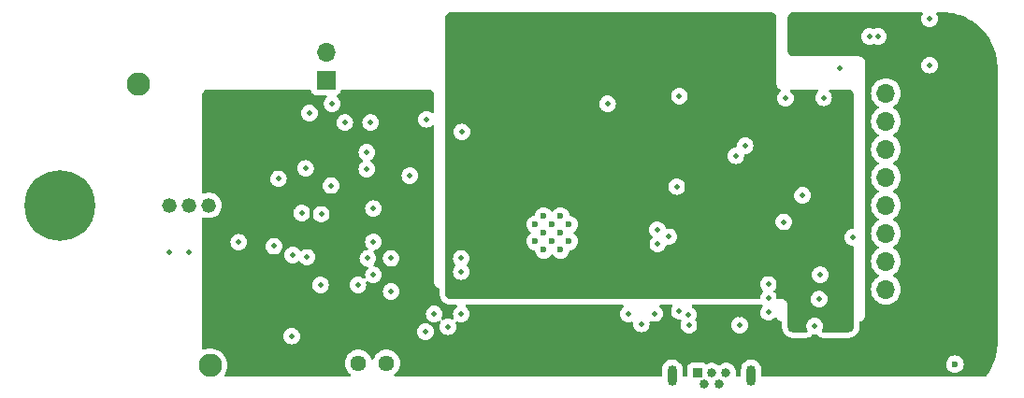
<source format=gbr>
%TF.GenerationSoftware,KiCad,Pcbnew,(7.0.0)*%
%TF.CreationDate,2023-08-02T13:28:58+12:00*%
%TF.ProjectId,VehicleCurrentSense_PCB,56656869-636c-4654-9375-7272656e7453,V1.0*%
%TF.SameCoordinates,Original*%
%TF.FileFunction,Copper,L3,Inr*%
%TF.FilePolarity,Positive*%
%FSLAX46Y46*%
G04 Gerber Fmt 4.6, Leading zero omitted, Abs format (unit mm)*
G04 Created by KiCad (PCBNEW (7.0.0)) date 2023-08-02 13:28:58*
%MOMM*%
%LPD*%
G01*
G04 APERTURE LIST*
%TA.AperFunction,ComponentPad*%
%ADD10R,0.840000X0.840000*%
%TD*%
%TA.AperFunction,ComponentPad*%
%ADD11C,0.840000*%
%TD*%
%TA.AperFunction,ComponentPad*%
%ADD12O,0.850000X1.850000*%
%TD*%
%TA.AperFunction,ComponentPad*%
%ADD13O,1.700000X1.700000*%
%TD*%
%TA.AperFunction,ComponentPad*%
%ADD14R,1.700000X1.700000*%
%TD*%
%TA.AperFunction,HeatsinkPad*%
%ADD15C,0.600000*%
%TD*%
%TA.AperFunction,ComponentPad*%
%ADD16C,1.320800*%
%TD*%
%TA.AperFunction,ComponentPad*%
%ADD17C,2.108200*%
%TD*%
%TA.AperFunction,ComponentPad*%
%ADD18C,1.440000*%
%TD*%
%TA.AperFunction,ComponentPad*%
%ADD19C,0.800000*%
%TD*%
%TA.AperFunction,ComponentPad*%
%ADD20C,6.400000*%
%TD*%
%TA.AperFunction,ViaPad*%
%ADD21C,0.500000*%
%TD*%
%TA.AperFunction,ViaPad*%
%ADD22C,0.600000*%
%TD*%
%TA.AperFunction,ViaPad*%
%ADD23C,0.800000*%
%TD*%
G04 APERTURE END LIST*
D10*
%TO.N,Net-(D2-A)*%
%TO.C,J4*%
X172824999Y-102679999D03*
D11*
%TO.N,D-*%
X173475000Y-103680000D03*
%TO.N,D+*%
X174125000Y-102680000D03*
%TO.N,unconnected-(J4-ID-Pad4)*%
X174775000Y-103680000D03*
%TO.N,GND*%
X175425000Y-102680000D03*
D12*
%TO.N,unconnected-(J4-Shield-Pad6)*%
X170549999Y-102899999D03*
X177699999Y-102899999D03*
%TD*%
D13*
%TO.N,BSPD Test Current -*%
%TO.C,J3*%
X139199999Y-73634999D03*
D14*
%TO.N,BSPD Test Current +*%
X139199999Y-76174999D03*
%TD*%
D15*
%TO.N,GND*%
%TO.C,U7*%
X161205000Y-90757500D03*
X161205000Y-89232500D03*
X160442500Y-91520000D03*
X160442500Y-89995000D03*
X160442500Y-88470000D03*
X159680000Y-90757500D03*
X159680000Y-89232500D03*
X158917500Y-91520000D03*
X158917500Y-89995000D03*
X158917500Y-88470000D03*
X158155000Y-90757500D03*
X158155000Y-89232500D03*
%TD*%
D16*
%TO.N,+5V*%
%TO.C,U1*%
X130399999Y-87500000D03*
%TO.N,GND*%
X128600000Y-87500000D03*
%TO.N,Net-(U1-OUTPUT)*%
X126799999Y-87500000D03*
%TO.N,VREF*%
X125000000Y-87500000D03*
D17*
%TO.N,GND*%
X122200000Y-76499999D03*
%TO.N,unconnected-(U1-NC-Pad6)*%
X128699999Y-101999999D03*
%TD*%
D14*
%TO.N,+5V*%
%TO.C,J1*%
X189899999Y-97659999D03*
D13*
%TO.N,Upstream*%
X189899999Y-95119999D03*
%TO.N,Local*%
X189899999Y-92579999D03*
%TO.N,CAN-*%
X189899999Y-90039999D03*
%TO.N,CAN+*%
X189899999Y-87499999D03*
%TO.N,BSPD*%
X189899999Y-84959999D03*
%TO.N,GND*%
X189899999Y-82419999D03*
%TO.N,BSPD Test Current +*%
X189899999Y-79879999D03*
%TO.N,BSPD Test Current -*%
X189899999Y-77339999D03*
%TD*%
D18*
%TO.N,Net-(R28-Pad1)*%
%TO.C,RV2*%
X144680000Y-101800000D03*
%TO.N,BSPD Threshold*%
X142140000Y-101800000D03*
%TO.N,+5V*%
X139600000Y-101800000D03*
%TD*%
D19*
%TO.N,GND*%
%TO.C,H2*%
X112700000Y-87500000D03*
X113402944Y-85802944D03*
X113402944Y-89197056D03*
X115100000Y-85100000D03*
D20*
X115100000Y-87500000D03*
D19*
X115100000Y-89900000D03*
X116797056Y-85802944D03*
X116797056Y-89197056D03*
X117500000Y-87500000D03*
%TD*%
D21*
%TO.N,BSPD Threshold*%
X148300000Y-79699500D03*
%TO.N,D-*%
X172050000Y-98350000D03*
X176650000Y-98350000D03*
%TO.N,GND*%
X145100000Y-95300000D03*
X145100000Y-92300000D03*
%TO.N,VREF*%
X134500000Y-91200000D03*
%TO.N,GND*%
X189200000Y-72200000D03*
X188400000Y-72200000D03*
%TO.N,LEM_OUT*%
X143500000Y-90800000D03*
%TO.N,VREF_OUT*%
X143500000Y-93800000D03*
X136200000Y-92000000D03*
%TO.N,GND*%
X138700000Y-94700000D03*
X142100000Y-94700000D03*
%TO.N,+5V*%
X136200000Y-95600000D03*
%TO.N,VREF*%
X143000000Y-92300000D03*
%TO.N,GND*%
X137500000Y-92200000D03*
X166550000Y-97350000D03*
X139650000Y-85700000D03*
X193850000Y-74800000D03*
X179250000Y-94650000D03*
X184250000Y-77750000D03*
X126800000Y-91750000D03*
X186900000Y-90400000D03*
X176300000Y-83000000D03*
X137000000Y-88200000D03*
X125000000Y-91750000D03*
X170250000Y-90350000D03*
X171200000Y-77600000D03*
X193850000Y-70600000D03*
X180800000Y-77800000D03*
X180650000Y-89000000D03*
X183450000Y-98450000D03*
X146800000Y-84800000D03*
X143250000Y-80000000D03*
X172000000Y-97400000D03*
X167750000Y-98250000D03*
X142900000Y-82700000D03*
X177150000Y-82100000D03*
X137700000Y-79150000D03*
X168950000Y-97300000D03*
X149000000Y-97350000D03*
X143500000Y-87800000D03*
X137350000Y-84150000D03*
X142900000Y-84200000D03*
X170950000Y-85800000D03*
X164700000Y-78300000D03*
X171200000Y-97100000D03*
X148200000Y-98950000D03*
X150250000Y-98500000D03*
X140900000Y-80000000D03*
X131300000Y-90850000D03*
X138774500Y-88300000D03*
X185750000Y-75100000D03*
X183850000Y-96000000D03*
X151450000Y-97350000D03*
X136100000Y-99350000D03*
X182350000Y-86600000D03*
%TO.N,LEM_OUT*%
X134900000Y-85100000D03*
D22*
%TO.N,+5V*%
X191300000Y-73450000D03*
X191300000Y-71650000D03*
D21*
X142950000Y-85700000D03*
X176650000Y-97400000D03*
D22*
X191300000Y-72550000D03*
D21*
X139650000Y-84200000D03*
D23*
%TO.N,+3V3*%
X179000000Y-76000000D03*
D21*
X171350000Y-76100000D03*
X182150000Y-98450000D03*
D23*
X178000000Y-77000000D03*
D21*
X171950000Y-94800000D03*
X186198783Y-92051352D03*
X170950000Y-87350000D03*
D23*
X179000000Y-77000000D03*
X178000000Y-76000000D03*
D22*
%TO.N,Net-(D2-A)*%
X196150000Y-101900000D03*
D21*
%TO.N,BSPD*%
X139762500Y-78300000D03*
%TO.N,Local*%
X169200000Y-89700000D03*
%TO.N,Upstream*%
X169250000Y-91000000D03*
%TO.N,IO0*%
X151500000Y-80850000D03*
X183950000Y-93800000D03*
%TO.N,TxD*%
X179250000Y-95900000D03*
X151450000Y-92300000D03*
%TO.N,RxD*%
X179250000Y-97200000D03*
X151450000Y-93500000D03*
%TD*%
%TA.AperFunction,Conductor*%
%TO.N,+5V*%
G36*
X193178973Y-70017697D02*
G01*
X193224500Y-70064519D01*
X193239923Y-70127978D01*
X193220966Y-70190472D01*
X193173246Y-70266417D01*
X193173243Y-70266422D01*
X193169544Y-70272310D01*
X193167247Y-70278872D01*
X193167245Y-70278878D01*
X193115987Y-70425366D01*
X193115985Y-70425371D01*
X193113687Y-70431941D01*
X193112907Y-70438855D01*
X193112906Y-70438864D01*
X193095531Y-70593077D01*
X193094751Y-70600000D01*
X193095531Y-70606923D01*
X193112906Y-70761135D01*
X193112907Y-70761142D01*
X193113687Y-70768059D01*
X193169544Y-70927690D01*
X193259523Y-71070890D01*
X193379110Y-71190477D01*
X193522310Y-71280456D01*
X193681941Y-71336313D01*
X193850000Y-71355249D01*
X194018059Y-71336313D01*
X194177690Y-71280456D01*
X194320890Y-71190477D01*
X194440477Y-71070890D01*
X194530456Y-70927690D01*
X194586313Y-70768059D01*
X194605249Y-70600000D01*
X194586313Y-70431941D01*
X194530456Y-70272310D01*
X194499988Y-70223820D01*
X194479034Y-70190472D01*
X194460077Y-70127978D01*
X194475500Y-70064519D01*
X194521027Y-70017697D01*
X194584028Y-70000500D01*
X194997439Y-70000500D01*
X195002562Y-70000605D01*
X195217381Y-70009491D01*
X195412704Y-70018019D01*
X195415283Y-70018161D01*
X195416527Y-70018242D01*
X195423645Y-70018921D01*
X195636464Y-70045448D01*
X195637022Y-70045520D01*
X195834952Y-70071578D01*
X195844191Y-70073153D01*
X196053580Y-70117057D01*
X196054727Y-70117304D01*
X196250385Y-70160680D01*
X196258908Y-70162891D01*
X196463695Y-70223860D01*
X196465319Y-70224357D01*
X196656697Y-70284698D01*
X196664465Y-70287436D01*
X196863302Y-70365022D01*
X196865475Y-70365895D01*
X197051016Y-70442749D01*
X197057982Y-70445891D01*
X197249669Y-70539601D01*
X197252341Y-70540949D01*
X197352476Y-70593077D01*
X197430423Y-70633654D01*
X197436640Y-70637120D01*
X197619789Y-70746253D01*
X197622940Y-70748195D01*
X197792283Y-70856078D01*
X197797711Y-70859742D01*
X197971170Y-70983589D01*
X197974604Y-70986131D01*
X198133924Y-71108383D01*
X198138578Y-71112135D01*
X198301232Y-71249895D01*
X198304841Y-71253075D01*
X198452918Y-71388762D01*
X198456800Y-71392479D01*
X198607519Y-71543198D01*
X198611239Y-71547083D01*
X198746918Y-71695151D01*
X198750103Y-71698766D01*
X198887863Y-71861420D01*
X198891615Y-71866074D01*
X199013867Y-72025394D01*
X199016409Y-72028828D01*
X199140256Y-72202287D01*
X199143920Y-72207715D01*
X199251803Y-72377058D01*
X199253745Y-72380209D01*
X199362878Y-72563358D01*
X199366344Y-72569575D01*
X199459033Y-72747627D01*
X199460430Y-72750394D01*
X199501801Y-72835020D01*
X199554095Y-72941989D01*
X199557255Y-72948995D01*
X199634050Y-73134391D01*
X199635006Y-73136771D01*
X199712561Y-73335530D01*
X199715305Y-73343316D01*
X199775594Y-73534526D01*
X199776178Y-73536433D01*
X199837105Y-73741085D01*
X199839321Y-73749627D01*
X199882669Y-73945155D01*
X199882969Y-73946548D01*
X199926843Y-74155796D01*
X199928421Y-74165057D01*
X199954459Y-74362835D01*
X199954568Y-74363682D01*
X199981076Y-74576338D01*
X199981765Y-74583609D01*
X199981839Y-74584744D01*
X199981984Y-74587402D01*
X199990516Y-74782796D01*
X199990528Y-74783081D01*
X199999394Y-74997438D01*
X199999500Y-75002562D01*
X199999500Y-99997438D01*
X199999394Y-100002562D01*
X199990528Y-100216918D01*
X199990516Y-100217203D01*
X199981985Y-100412594D01*
X199981835Y-100415340D01*
X199981760Y-100416478D01*
X199981076Y-100423661D01*
X199954568Y-100636316D01*
X199954459Y-100637163D01*
X199928421Y-100834941D01*
X199926843Y-100844202D01*
X199882969Y-101053450D01*
X199882669Y-101054843D01*
X199839321Y-101250371D01*
X199837105Y-101258913D01*
X199776178Y-101463565D01*
X199775594Y-101465472D01*
X199715305Y-101656682D01*
X199712561Y-101664468D01*
X199635006Y-101863227D01*
X199634050Y-101865607D01*
X199557255Y-102051003D01*
X199554095Y-102058009D01*
X199460445Y-102249574D01*
X199459033Y-102252371D01*
X199366344Y-102430423D01*
X199362878Y-102436640D01*
X199253744Y-102619791D01*
X199251802Y-102622942D01*
X199143923Y-102792279D01*
X199140259Y-102797707D01*
X199049598Y-102924686D01*
X199027346Y-102948486D01*
X199008145Y-102964244D01*
X198957639Y-102989151D01*
X198925008Y-102996760D01*
X198896849Y-103000000D01*
X178749500Y-103000000D01*
X178687500Y-102983387D01*
X178642113Y-102938000D01*
X178625500Y-102876000D01*
X178625500Y-102354738D01*
X178625500Y-102351496D01*
X178610262Y-102206518D01*
X178550144Y-102021492D01*
X178480001Y-101900000D01*
X195344435Y-101900000D01*
X195364632Y-102079255D01*
X195366928Y-102085819D01*
X195366930Y-102085824D01*
X195411424Y-102212979D01*
X195424211Y-102249522D01*
X195427912Y-102255412D01*
X195488285Y-102351496D01*
X195520184Y-102402262D01*
X195647738Y-102529816D01*
X195800478Y-102625789D01*
X195970745Y-102685368D01*
X196150000Y-102705565D01*
X196329255Y-102685368D01*
X196499522Y-102625789D01*
X196652262Y-102529816D01*
X196779816Y-102402262D01*
X196875789Y-102249522D01*
X196935368Y-102079255D01*
X196955565Y-101900000D01*
X196935368Y-101720745D01*
X196875789Y-101550478D01*
X196779816Y-101397738D01*
X196652262Y-101270184D01*
X196634324Y-101258913D01*
X196505412Y-101177912D01*
X196499522Y-101174211D01*
X196492959Y-101171914D01*
X196492956Y-101171913D01*
X196335824Y-101116930D01*
X196335819Y-101116928D01*
X196329255Y-101114632D01*
X196322335Y-101113852D01*
X196322334Y-101113852D01*
X196156923Y-101095215D01*
X196150000Y-101094435D01*
X196143077Y-101095215D01*
X195977665Y-101113852D01*
X195977662Y-101113852D01*
X195970745Y-101114632D01*
X195964182Y-101116928D01*
X195964175Y-101116930D01*
X195807043Y-101171913D01*
X195807036Y-101171915D01*
X195800478Y-101174211D01*
X195794590Y-101177910D01*
X195794587Y-101177912D01*
X195653638Y-101266476D01*
X195653633Y-101266479D01*
X195647738Y-101270184D01*
X195642813Y-101275108D01*
X195642809Y-101275112D01*
X195525112Y-101392809D01*
X195525108Y-101392813D01*
X195520184Y-101397738D01*
X195516479Y-101403633D01*
X195516476Y-101403638D01*
X195427912Y-101544587D01*
X195427910Y-101544590D01*
X195424211Y-101550478D01*
X195421915Y-101557036D01*
X195421913Y-101557043D01*
X195366930Y-101714175D01*
X195366928Y-101714182D01*
X195364632Y-101720745D01*
X195363852Y-101727662D01*
X195363852Y-101727665D01*
X195353277Y-101821521D01*
X195344435Y-101900000D01*
X178480001Y-101900000D01*
X178452870Y-101853008D01*
X178419731Y-101816204D01*
X178327041Y-101713261D01*
X178327040Y-101713260D01*
X178322692Y-101708431D01*
X178317434Y-101704610D01*
X178317432Y-101704609D01*
X178170557Y-101597898D01*
X178170555Y-101597897D01*
X178165299Y-101594078D01*
X178111588Y-101570164D01*
X177993509Y-101517592D01*
X177993502Y-101517589D01*
X177987571Y-101514949D01*
X177981218Y-101513598D01*
X177981210Y-101513596D01*
X177803636Y-101475852D01*
X177803633Y-101475851D01*
X177797274Y-101474500D01*
X177602726Y-101474500D01*
X177596367Y-101475851D01*
X177596363Y-101475852D01*
X177418789Y-101513596D01*
X177418778Y-101513599D01*
X177412429Y-101514949D01*
X177406499Y-101517588D01*
X177406490Y-101517592D01*
X177250030Y-101587253D01*
X177234701Y-101594078D01*
X177229448Y-101597894D01*
X177229442Y-101597898D01*
X177082567Y-101704609D01*
X177082560Y-101704614D01*
X177077308Y-101708431D01*
X177072963Y-101713256D01*
X177072958Y-101713261D01*
X176951476Y-101848180D01*
X176951471Y-101848186D01*
X176947130Y-101853008D01*
X176943885Y-101858628D01*
X176943881Y-101858634D01*
X176853104Y-102015865D01*
X176853101Y-102015870D01*
X176849856Y-102021492D01*
X176847850Y-102027664D01*
X176847848Y-102027670D01*
X176791746Y-102200336D01*
X176791744Y-102200341D01*
X176789738Y-102206518D01*
X176789059Y-102212970D01*
X176789058Y-102212979D01*
X176774838Y-102348275D01*
X176774837Y-102348285D01*
X176774500Y-102351496D01*
X176774500Y-102354738D01*
X176774500Y-102876000D01*
X176757887Y-102938000D01*
X176712500Y-102983387D01*
X176650500Y-103000000D01*
X176454653Y-103000000D01*
X176388943Y-102981158D01*
X176343203Y-102930358D01*
X176331332Y-102863039D01*
X176349891Y-102686461D01*
X176349891Y-102686460D01*
X176350570Y-102680000D01*
X176330344Y-102487563D01*
X176270550Y-102303537D01*
X176173802Y-102135964D01*
X176044327Y-101992167D01*
X176039069Y-101988347D01*
X176039067Y-101988345D01*
X175893043Y-101882253D01*
X175893042Y-101882252D01*
X175887785Y-101878433D01*
X175881853Y-101875791D01*
X175881848Y-101875789D01*
X175716955Y-101802374D01*
X175716948Y-101802371D01*
X175711017Y-101799731D01*
X175704661Y-101798380D01*
X175704655Y-101798378D01*
X175528110Y-101760852D01*
X175528107Y-101760851D01*
X175521748Y-101759500D01*
X175328252Y-101759500D01*
X175321893Y-101760851D01*
X175321889Y-101760852D01*
X175145344Y-101798378D01*
X175145335Y-101798380D01*
X175138983Y-101799731D01*
X175133054Y-101802370D01*
X175133044Y-101802374D01*
X174968151Y-101875789D01*
X174968142Y-101875793D01*
X174962215Y-101878433D01*
X174956965Y-101882246D01*
X174956955Y-101882253D01*
X174847885Y-101961498D01*
X174800781Y-101982470D01*
X174749219Y-101982470D01*
X174702115Y-101961498D01*
X174593044Y-101882253D01*
X174593038Y-101882249D01*
X174587785Y-101878433D01*
X174581853Y-101875791D01*
X174581848Y-101875789D01*
X174416955Y-101802374D01*
X174416948Y-101802371D01*
X174411017Y-101799731D01*
X174404661Y-101798380D01*
X174404655Y-101798378D01*
X174228110Y-101760852D01*
X174228107Y-101760851D01*
X174221748Y-101759500D01*
X174028252Y-101759500D01*
X174021893Y-101760851D01*
X174021889Y-101760852D01*
X173845344Y-101798378D01*
X173845335Y-101798380D01*
X173838983Y-101799731D01*
X173833045Y-101802374D01*
X173833044Y-101802375D01*
X173671163Y-101874448D01*
X173606886Y-101884393D01*
X173546418Y-101860435D01*
X173494435Y-101821521D01*
X173494429Y-101821518D01*
X173487331Y-101816204D01*
X173352483Y-101765909D01*
X173344770Y-101765079D01*
X173344767Y-101765079D01*
X173296180Y-101759855D01*
X173296169Y-101759854D01*
X173292873Y-101759500D01*
X173289550Y-101759500D01*
X172360439Y-101759500D01*
X172360420Y-101759500D01*
X172357128Y-101759501D01*
X172353850Y-101759853D01*
X172353838Y-101759854D01*
X172305231Y-101765079D01*
X172305225Y-101765080D01*
X172297517Y-101765909D01*
X172290252Y-101768618D01*
X172290246Y-101768620D01*
X172170980Y-101813104D01*
X172170978Y-101813104D01*
X172162669Y-101816204D01*
X172155572Y-101821516D01*
X172155568Y-101821519D01*
X172054550Y-101897141D01*
X172054546Y-101897144D01*
X172047454Y-101902454D01*
X172042144Y-101909546D01*
X172042141Y-101909550D01*
X171966519Y-102010568D01*
X171966516Y-102010572D01*
X171961204Y-102017669D01*
X171958104Y-102025978D01*
X171958104Y-102025980D01*
X171913620Y-102145247D01*
X171913619Y-102145250D01*
X171910909Y-102152517D01*
X171910079Y-102160227D01*
X171910079Y-102160232D01*
X171904855Y-102208819D01*
X171904854Y-102208831D01*
X171904500Y-102212127D01*
X171904500Y-102673540D01*
X171904501Y-102876000D01*
X171887888Y-102938000D01*
X171842501Y-102983387D01*
X171780501Y-103000000D01*
X171599500Y-103000000D01*
X171537500Y-102983387D01*
X171492113Y-102938000D01*
X171475500Y-102876000D01*
X171475500Y-102354738D01*
X171475500Y-102351496D01*
X171460262Y-102206518D01*
X171400144Y-102021492D01*
X171302870Y-101853008D01*
X171269731Y-101816204D01*
X171177041Y-101713261D01*
X171177040Y-101713260D01*
X171172692Y-101708431D01*
X171167434Y-101704610D01*
X171167432Y-101704609D01*
X171020557Y-101597898D01*
X171020555Y-101597897D01*
X171015299Y-101594078D01*
X170961588Y-101570164D01*
X170843509Y-101517592D01*
X170843502Y-101517589D01*
X170837571Y-101514949D01*
X170831218Y-101513598D01*
X170831210Y-101513596D01*
X170653636Y-101475852D01*
X170653633Y-101475851D01*
X170647274Y-101474500D01*
X170452726Y-101474500D01*
X170446367Y-101475851D01*
X170446363Y-101475852D01*
X170268789Y-101513596D01*
X170268778Y-101513599D01*
X170262429Y-101514949D01*
X170256499Y-101517588D01*
X170256490Y-101517592D01*
X170100030Y-101587253D01*
X170084701Y-101594078D01*
X170079448Y-101597894D01*
X170079442Y-101597898D01*
X169932567Y-101704609D01*
X169932560Y-101704614D01*
X169927308Y-101708431D01*
X169922963Y-101713256D01*
X169922958Y-101713261D01*
X169801476Y-101848180D01*
X169801471Y-101848186D01*
X169797130Y-101853008D01*
X169793885Y-101858628D01*
X169793881Y-101858634D01*
X169703104Y-102015865D01*
X169703101Y-102015870D01*
X169699856Y-102021492D01*
X169697850Y-102027664D01*
X169697848Y-102027670D01*
X169641746Y-102200336D01*
X169641744Y-102200341D01*
X169639738Y-102206518D01*
X169639059Y-102212970D01*
X169639058Y-102212979D01*
X169624838Y-102348275D01*
X169624837Y-102348285D01*
X169624500Y-102351496D01*
X169624500Y-102354738D01*
X169624500Y-102876000D01*
X169607887Y-102938000D01*
X169562500Y-102983387D01*
X169500500Y-103000000D01*
X145487377Y-103000000D01*
X145427261Y-102984453D01*
X145382219Y-102941710D01*
X145363547Y-102882490D01*
X145375927Y-102821642D01*
X145416254Y-102774425D01*
X145421081Y-102771044D01*
X145467519Y-102738529D01*
X145618529Y-102587519D01*
X145741021Y-102412581D01*
X145831276Y-102219030D01*
X145886549Y-102012747D01*
X145905162Y-101800000D01*
X145886549Y-101587253D01*
X145831276Y-101380970D01*
X145741021Y-101187419D01*
X145618529Y-101012481D01*
X145467519Y-100861471D01*
X145292581Y-100738979D01*
X145099030Y-100648724D01*
X145093805Y-100647324D01*
X145093797Y-100647321D01*
X144942220Y-100606707D01*
X144892747Y-100593451D01*
X144887359Y-100592979D01*
X144887356Y-100592979D01*
X144685395Y-100575310D01*
X144680000Y-100574838D01*
X144674605Y-100575310D01*
X144472643Y-100592979D01*
X144472638Y-100592979D01*
X144467253Y-100593451D01*
X144462028Y-100594850D01*
X144462028Y-100594851D01*
X144266202Y-100647321D01*
X144266190Y-100647325D01*
X144260970Y-100648724D01*
X144256065Y-100651010D01*
X144256060Y-100651013D01*
X144072329Y-100736689D01*
X144072325Y-100736691D01*
X144067419Y-100738979D01*
X144062986Y-100742082D01*
X144062979Y-100742087D01*
X143896916Y-100858365D01*
X143896911Y-100858368D01*
X143892481Y-100861471D01*
X143888657Y-100865294D01*
X143888651Y-100865300D01*
X143745300Y-101008651D01*
X143745294Y-101008657D01*
X143741471Y-101012481D01*
X143738368Y-101016911D01*
X143738365Y-101016916D01*
X143622087Y-101182979D01*
X143622082Y-101182986D01*
X143618979Y-101187419D01*
X143616691Y-101192325D01*
X143616689Y-101192329D01*
X143531010Y-101376066D01*
X143531007Y-101376073D01*
X143528724Y-101380970D01*
X143527324Y-101386193D01*
X143526521Y-101388401D01*
X143492972Y-101438139D01*
X143439998Y-101466306D01*
X143380002Y-101466306D01*
X143327028Y-101438139D01*
X143293479Y-101388401D01*
X143292676Y-101386195D01*
X143291276Y-101380970D01*
X143201021Y-101187419D01*
X143078529Y-101012481D01*
X142927519Y-100861471D01*
X142752581Y-100738979D01*
X142559030Y-100648724D01*
X142553805Y-100647324D01*
X142553797Y-100647321D01*
X142402220Y-100606707D01*
X142352747Y-100593451D01*
X142347359Y-100592979D01*
X142347356Y-100592979D01*
X142145395Y-100575310D01*
X142140000Y-100574838D01*
X142134605Y-100575310D01*
X141932643Y-100592979D01*
X141932638Y-100592979D01*
X141927253Y-100593451D01*
X141922028Y-100594850D01*
X141922028Y-100594851D01*
X141726202Y-100647321D01*
X141726190Y-100647325D01*
X141720970Y-100648724D01*
X141716065Y-100651010D01*
X141716060Y-100651013D01*
X141532329Y-100736689D01*
X141532325Y-100736691D01*
X141527419Y-100738979D01*
X141522986Y-100742082D01*
X141522979Y-100742087D01*
X141356916Y-100858365D01*
X141356911Y-100858368D01*
X141352481Y-100861471D01*
X141348657Y-100865294D01*
X141348651Y-100865300D01*
X141205300Y-101008651D01*
X141205294Y-101008657D01*
X141201471Y-101012481D01*
X141198368Y-101016911D01*
X141198365Y-101016916D01*
X141082087Y-101182979D01*
X141082082Y-101182986D01*
X141078979Y-101187419D01*
X141076691Y-101192325D01*
X141076689Y-101192329D01*
X140991013Y-101376060D01*
X140991010Y-101376065D01*
X140988724Y-101380970D01*
X140987325Y-101386190D01*
X140987321Y-101386202D01*
X140952116Y-101517592D01*
X140933451Y-101587253D01*
X140932979Y-101592638D01*
X140932979Y-101592643D01*
X140919097Y-101751320D01*
X140914838Y-101800000D01*
X140915310Y-101805395D01*
X140932335Y-101999999D01*
X140933451Y-102012747D01*
X140934851Y-102017971D01*
X140987321Y-102213797D01*
X140987324Y-102213805D01*
X140988724Y-102219030D01*
X141078979Y-102412581D01*
X141201471Y-102587519D01*
X141352481Y-102738529D01*
X141392463Y-102766524D01*
X141403746Y-102774425D01*
X141444073Y-102821642D01*
X141456453Y-102882490D01*
X141437781Y-102941710D01*
X141392739Y-102984453D01*
X141332623Y-103000000D01*
X130131893Y-103000000D01*
X130069191Y-102982979D01*
X130023703Y-102936589D01*
X130007917Y-102873565D01*
X130026166Y-102811210D01*
X130068802Y-102741634D01*
X130089441Y-102707955D01*
X130183083Y-102481882D01*
X130240207Y-102243944D01*
X130259406Y-101999999D01*
X130240207Y-101756054D01*
X130183083Y-101518116D01*
X130089441Y-101292043D01*
X130015825Y-101171913D01*
X129964132Y-101087557D01*
X129964129Y-101087553D01*
X129961586Y-101083403D01*
X129937193Y-101054843D01*
X129805826Y-100901032D01*
X129802666Y-100897332D01*
X129798965Y-100894171D01*
X129620299Y-100741575D01*
X129620294Y-100741572D01*
X129616595Y-100738412D01*
X129612447Y-100735870D01*
X129612440Y-100735865D01*
X129412113Y-100613105D01*
X129412112Y-100613104D01*
X129407955Y-100610557D01*
X129181882Y-100516915D01*
X129177153Y-100515779D01*
X129177145Y-100515777D01*
X128948677Y-100460927D01*
X128948673Y-100460926D01*
X128943944Y-100459791D01*
X128939091Y-100459409D01*
X128704853Y-100440974D01*
X128699999Y-100440592D01*
X128695145Y-100440974D01*
X128460906Y-100459409D01*
X128460904Y-100459409D01*
X128456054Y-100459791D01*
X128451326Y-100460925D01*
X128451320Y-100460927D01*
X128222849Y-100515778D01*
X128222840Y-100515780D01*
X128218116Y-100516915D01*
X128171450Y-100536244D01*
X128111846Y-100545086D01*
X128055109Y-100524785D01*
X128014642Y-100480136D01*
X128000000Y-100421683D01*
X128000000Y-99350000D01*
X135344751Y-99350000D01*
X135345531Y-99356923D01*
X135362906Y-99511135D01*
X135362907Y-99511142D01*
X135363687Y-99518059D01*
X135365986Y-99524630D01*
X135365987Y-99524633D01*
X135369806Y-99535548D01*
X135419544Y-99677690D01*
X135509523Y-99820890D01*
X135629110Y-99940477D01*
X135772310Y-100030456D01*
X135931941Y-100086313D01*
X136100000Y-100105249D01*
X136268059Y-100086313D01*
X136427690Y-100030456D01*
X136570890Y-99940477D01*
X136690477Y-99820890D01*
X136780456Y-99677690D01*
X136836313Y-99518059D01*
X136855249Y-99350000D01*
X136836313Y-99181941D01*
X136780456Y-99022310D01*
X136735020Y-98950000D01*
X147444751Y-98950000D01*
X147445531Y-98956923D01*
X147462906Y-99111135D01*
X147462907Y-99111142D01*
X147463687Y-99118059D01*
X147465986Y-99124630D01*
X147465987Y-99124633D01*
X147514470Y-99263191D01*
X147519544Y-99277690D01*
X147609523Y-99420890D01*
X147729110Y-99540477D01*
X147872310Y-99630456D01*
X148031941Y-99686313D01*
X148200000Y-99705249D01*
X148368059Y-99686313D01*
X148527690Y-99630456D01*
X148670890Y-99540477D01*
X148790477Y-99420890D01*
X148880456Y-99277690D01*
X148936313Y-99118059D01*
X148955249Y-98950000D01*
X148936313Y-98781941D01*
X148880456Y-98622310D01*
X148790477Y-98479110D01*
X148670890Y-98359523D01*
X148644716Y-98343077D01*
X148616530Y-98325366D01*
X148527690Y-98269544D01*
X148521124Y-98267246D01*
X148521121Y-98267245D01*
X148374633Y-98215987D01*
X148374630Y-98215986D01*
X148368059Y-98213687D01*
X148361142Y-98212907D01*
X148361135Y-98212906D01*
X148206923Y-98195531D01*
X148200000Y-98194751D01*
X148193077Y-98195531D01*
X148038864Y-98212906D01*
X148038855Y-98212907D01*
X148031941Y-98213687D01*
X148025371Y-98215985D01*
X148025366Y-98215987D01*
X147878878Y-98267245D01*
X147878872Y-98267247D01*
X147872310Y-98269544D01*
X147866419Y-98273245D01*
X147866418Y-98273246D01*
X147735010Y-98355815D01*
X147735005Y-98355818D01*
X147729110Y-98359523D01*
X147724185Y-98364447D01*
X147724181Y-98364451D01*
X147614451Y-98474181D01*
X147614447Y-98474185D01*
X147609523Y-98479110D01*
X147605818Y-98485005D01*
X147605815Y-98485010D01*
X147536370Y-98595531D01*
X147519544Y-98622310D01*
X147517247Y-98628872D01*
X147517245Y-98628878D01*
X147465987Y-98775366D01*
X147465985Y-98775371D01*
X147463687Y-98781941D01*
X147462907Y-98788855D01*
X147462906Y-98788864D01*
X147447399Y-98926499D01*
X147444751Y-98950000D01*
X136735020Y-98950000D01*
X136690477Y-98879110D01*
X136570890Y-98759523D01*
X136427690Y-98669544D01*
X136421124Y-98667246D01*
X136421121Y-98667245D01*
X136274633Y-98615987D01*
X136274630Y-98615986D01*
X136268059Y-98613687D01*
X136261142Y-98612907D01*
X136261135Y-98612906D01*
X136106923Y-98595531D01*
X136100000Y-98594751D01*
X136093077Y-98595531D01*
X135938864Y-98612906D01*
X135938855Y-98612907D01*
X135931941Y-98613687D01*
X135925371Y-98615985D01*
X135925366Y-98615987D01*
X135778878Y-98667245D01*
X135778872Y-98667247D01*
X135772310Y-98669544D01*
X135766419Y-98673245D01*
X135766418Y-98673246D01*
X135635010Y-98755815D01*
X135635005Y-98755818D01*
X135629110Y-98759523D01*
X135624185Y-98764447D01*
X135624181Y-98764451D01*
X135514451Y-98874181D01*
X135514447Y-98874185D01*
X135509523Y-98879110D01*
X135505818Y-98885005D01*
X135505815Y-98885010D01*
X135423695Y-99015703D01*
X135419544Y-99022310D01*
X135417247Y-99028872D01*
X135417245Y-99028878D01*
X135365987Y-99175366D01*
X135365985Y-99175371D01*
X135363687Y-99181941D01*
X135362907Y-99188855D01*
X135362906Y-99188864D01*
X135347806Y-99322884D01*
X135344751Y-99350000D01*
X128000000Y-99350000D01*
X128000000Y-94700000D01*
X137944751Y-94700000D01*
X137945531Y-94706923D01*
X137962906Y-94861135D01*
X137962907Y-94861142D01*
X137963687Y-94868059D01*
X137965986Y-94874630D01*
X137965987Y-94874633D01*
X138004634Y-94985082D01*
X138019544Y-95027690D01*
X138109523Y-95170890D01*
X138229110Y-95290477D01*
X138372310Y-95380456D01*
X138531941Y-95436313D01*
X138700000Y-95455249D01*
X138868059Y-95436313D01*
X139027690Y-95380456D01*
X139170890Y-95290477D01*
X139290477Y-95170890D01*
X139380456Y-95027690D01*
X139436313Y-94868059D01*
X139455249Y-94700000D01*
X141344751Y-94700000D01*
X141345531Y-94706923D01*
X141362906Y-94861135D01*
X141362907Y-94861142D01*
X141363687Y-94868059D01*
X141365986Y-94874630D01*
X141365987Y-94874633D01*
X141404634Y-94985082D01*
X141419544Y-95027690D01*
X141509523Y-95170890D01*
X141629110Y-95290477D01*
X141772310Y-95380456D01*
X141931941Y-95436313D01*
X142100000Y-95455249D01*
X142268059Y-95436313D01*
X142427690Y-95380456D01*
X142555734Y-95300000D01*
X144344751Y-95300000D01*
X144345531Y-95306923D01*
X144362906Y-95461135D01*
X144362907Y-95461142D01*
X144363687Y-95468059D01*
X144365986Y-95474630D01*
X144365987Y-95474633D01*
X144388886Y-95540076D01*
X144419544Y-95627690D01*
X144509523Y-95770890D01*
X144629110Y-95890477D01*
X144772310Y-95980456D01*
X144931941Y-96036313D01*
X145100000Y-96055249D01*
X145268059Y-96036313D01*
X145427690Y-95980456D01*
X145570890Y-95890477D01*
X145690477Y-95770890D01*
X145780456Y-95627690D01*
X145836313Y-95468059D01*
X145855249Y-95300000D01*
X145836313Y-95131941D01*
X145780456Y-94972310D01*
X145690477Y-94829110D01*
X145570890Y-94709523D01*
X145544716Y-94693077D01*
X145476160Y-94650000D01*
X145427690Y-94619544D01*
X145421124Y-94617246D01*
X145421121Y-94617245D01*
X145274633Y-94565987D01*
X145274630Y-94565986D01*
X145268059Y-94563687D01*
X145261142Y-94562907D01*
X145261135Y-94562906D01*
X145106923Y-94545531D01*
X145100000Y-94544751D01*
X145093077Y-94545531D01*
X144938864Y-94562906D01*
X144938855Y-94562907D01*
X144931941Y-94563687D01*
X144925371Y-94565985D01*
X144925366Y-94565987D01*
X144778878Y-94617245D01*
X144778872Y-94617247D01*
X144772310Y-94619544D01*
X144766419Y-94623245D01*
X144766418Y-94623246D01*
X144635010Y-94705815D01*
X144635005Y-94705818D01*
X144629110Y-94709523D01*
X144624185Y-94714447D01*
X144624181Y-94714451D01*
X144514451Y-94824181D01*
X144514447Y-94824185D01*
X144509523Y-94829110D01*
X144505818Y-94835005D01*
X144505815Y-94835010D01*
X144474661Y-94884592D01*
X144419544Y-94972310D01*
X144417247Y-94978872D01*
X144417245Y-94978878D01*
X144365987Y-95125366D01*
X144365985Y-95125371D01*
X144363687Y-95131941D01*
X144362907Y-95138855D01*
X144362906Y-95138864D01*
X144346379Y-95285548D01*
X144344751Y-95300000D01*
X142555734Y-95300000D01*
X142570890Y-95290477D01*
X142690477Y-95170890D01*
X142780456Y-95027690D01*
X142836313Y-94868059D01*
X142855249Y-94700000D01*
X142836313Y-94531941D01*
X142834012Y-94525366D01*
X142832463Y-94518577D01*
X142833987Y-94518229D01*
X142829736Y-94464249D01*
X142856554Y-94406918D01*
X142908173Y-94370291D01*
X142971143Y-94363911D01*
X143027293Y-94388660D01*
X143029110Y-94390477D01*
X143035006Y-94394182D01*
X143035009Y-94394184D01*
X143078612Y-94421581D01*
X143172310Y-94480456D01*
X143331941Y-94536313D01*
X143500000Y-94555249D01*
X143668059Y-94536313D01*
X143827690Y-94480456D01*
X143970890Y-94390477D01*
X144090477Y-94270890D01*
X144180456Y-94127690D01*
X144236313Y-93968059D01*
X144255249Y-93800000D01*
X144236313Y-93631941D01*
X144180456Y-93472310D01*
X144090477Y-93329110D01*
X143970890Y-93209523D01*
X143827690Y-93119544D01*
X143821124Y-93117246D01*
X143821121Y-93117245D01*
X143674633Y-93065987D01*
X143674630Y-93065986D01*
X143668059Y-93063687D01*
X143640037Y-93060529D01*
X143591053Y-93055010D01*
X143527625Y-93028737D01*
X143487896Y-92972744D01*
X143484047Y-92904197D01*
X143517254Y-92844112D01*
X143590477Y-92770890D01*
X143680456Y-92627690D01*
X143736313Y-92468059D01*
X143755249Y-92300000D01*
X144344751Y-92300000D01*
X144345531Y-92306923D01*
X144362906Y-92461135D01*
X144362907Y-92461142D01*
X144363687Y-92468059D01*
X144365986Y-92474630D01*
X144365987Y-92474633D01*
X144407819Y-92594184D01*
X144419544Y-92627690D01*
X144509523Y-92770890D01*
X144629110Y-92890477D01*
X144772310Y-92980456D01*
X144931941Y-93036313D01*
X145100000Y-93055249D01*
X145268059Y-93036313D01*
X145427690Y-92980456D01*
X145570890Y-92890477D01*
X145690477Y-92770890D01*
X145780456Y-92627690D01*
X145836313Y-92468059D01*
X145855249Y-92300000D01*
X145836313Y-92131941D01*
X145780456Y-91972310D01*
X145690477Y-91829110D01*
X145570890Y-91709523D01*
X145427690Y-91619544D01*
X145421124Y-91617246D01*
X145421121Y-91617245D01*
X145274633Y-91565987D01*
X145274630Y-91565986D01*
X145268059Y-91563687D01*
X145261142Y-91562907D01*
X145261135Y-91562906D01*
X145106923Y-91545531D01*
X145100000Y-91544751D01*
X145093077Y-91545531D01*
X144938864Y-91562906D01*
X144938855Y-91562907D01*
X144931941Y-91563687D01*
X144925371Y-91565985D01*
X144925366Y-91565987D01*
X144778878Y-91617245D01*
X144778872Y-91617247D01*
X144772310Y-91619544D01*
X144766419Y-91623245D01*
X144766418Y-91623246D01*
X144635010Y-91705815D01*
X144635005Y-91705818D01*
X144629110Y-91709523D01*
X144624185Y-91714447D01*
X144624181Y-91714451D01*
X144514451Y-91824181D01*
X144514447Y-91824185D01*
X144509523Y-91829110D01*
X144505818Y-91835005D01*
X144505815Y-91835010D01*
X144441672Y-91937093D01*
X144419544Y-91972310D01*
X144417247Y-91978872D01*
X144417245Y-91978878D01*
X144365987Y-92125366D01*
X144365985Y-92125371D01*
X144363687Y-92131941D01*
X144362907Y-92138855D01*
X144362906Y-92138864D01*
X144356018Y-92200000D01*
X144344751Y-92300000D01*
X143755249Y-92300000D01*
X143736313Y-92131941D01*
X143680456Y-91972310D01*
X143590477Y-91829110D01*
X143517257Y-91755890D01*
X143484047Y-91695801D01*
X143487897Y-91627254D01*
X143527626Y-91571262D01*
X143591053Y-91544989D01*
X143668059Y-91536313D01*
X143827690Y-91480456D01*
X143970890Y-91390477D01*
X144090477Y-91270890D01*
X144180456Y-91127690D01*
X144236313Y-90968059D01*
X144255249Y-90800000D01*
X144236313Y-90631941D01*
X144180456Y-90472310D01*
X144090477Y-90329110D01*
X143970890Y-90209523D01*
X143827690Y-90119544D01*
X143821124Y-90117246D01*
X143821121Y-90117245D01*
X143674633Y-90065987D01*
X143674630Y-90065986D01*
X143668059Y-90063687D01*
X143661142Y-90062907D01*
X143661135Y-90062906D01*
X143506923Y-90045531D01*
X143500000Y-90044751D01*
X143493077Y-90045531D01*
X143338864Y-90062906D01*
X143338855Y-90062907D01*
X143331941Y-90063687D01*
X143325371Y-90065985D01*
X143325366Y-90065987D01*
X143178878Y-90117245D01*
X143178872Y-90117247D01*
X143172310Y-90119544D01*
X143166419Y-90123245D01*
X143166418Y-90123246D01*
X143035010Y-90205815D01*
X143035005Y-90205818D01*
X143029110Y-90209523D01*
X143024185Y-90214447D01*
X143024181Y-90214451D01*
X142914451Y-90324181D01*
X142914447Y-90324185D01*
X142909523Y-90329110D01*
X142905818Y-90335005D01*
X142905815Y-90335010D01*
X142836370Y-90445531D01*
X142819544Y-90472310D01*
X142817247Y-90478872D01*
X142817245Y-90478878D01*
X142765987Y-90625366D01*
X142765985Y-90625371D01*
X142763687Y-90631941D01*
X142762907Y-90638855D01*
X142762906Y-90638864D01*
X142745531Y-90793077D01*
X142744751Y-90800000D01*
X142745531Y-90806923D01*
X142762906Y-90961135D01*
X142762907Y-90961142D01*
X142763687Y-90968059D01*
X142765986Y-90974630D01*
X142765987Y-90974633D01*
X142809051Y-91097705D01*
X142819544Y-91127690D01*
X142909523Y-91270890D01*
X142914450Y-91275817D01*
X142914451Y-91275818D01*
X142982742Y-91344109D01*
X143015952Y-91404197D01*
X143012103Y-91472744D01*
X142972374Y-91528737D01*
X142908946Y-91555010D01*
X142838864Y-91562906D01*
X142838855Y-91562907D01*
X142831941Y-91563687D01*
X142825371Y-91565985D01*
X142825366Y-91565987D01*
X142678878Y-91617245D01*
X142678872Y-91617247D01*
X142672310Y-91619544D01*
X142666419Y-91623245D01*
X142666418Y-91623246D01*
X142535010Y-91705815D01*
X142535005Y-91705818D01*
X142529110Y-91709523D01*
X142524185Y-91714447D01*
X142524181Y-91714451D01*
X142414451Y-91824181D01*
X142414447Y-91824185D01*
X142409523Y-91829110D01*
X142405818Y-91835005D01*
X142405815Y-91835010D01*
X142341672Y-91937093D01*
X142319544Y-91972310D01*
X142317247Y-91978872D01*
X142317245Y-91978878D01*
X142265987Y-92125366D01*
X142265985Y-92125371D01*
X142263687Y-92131941D01*
X142262907Y-92138855D01*
X142262906Y-92138864D01*
X142256018Y-92200000D01*
X142244751Y-92300000D01*
X142245531Y-92306923D01*
X142262906Y-92461135D01*
X142262907Y-92461142D01*
X142263687Y-92468059D01*
X142265986Y-92474630D01*
X142265987Y-92474633D01*
X142307819Y-92594184D01*
X142319544Y-92627690D01*
X142409523Y-92770890D01*
X142529110Y-92890477D01*
X142672310Y-92980456D01*
X142831941Y-93036313D01*
X142908944Y-93044989D01*
X142972373Y-93071262D01*
X143012102Y-93127254D01*
X143015952Y-93195801D01*
X142982742Y-93255890D01*
X142909523Y-93329110D01*
X142905818Y-93335005D01*
X142905815Y-93335010D01*
X142832682Y-93451401D01*
X142819544Y-93472310D01*
X142817247Y-93478872D01*
X142817245Y-93478878D01*
X142765987Y-93625366D01*
X142765985Y-93625371D01*
X142763687Y-93631941D01*
X142762907Y-93638855D01*
X142762906Y-93638864D01*
X142750562Y-93748424D01*
X142744751Y-93800000D01*
X142745531Y-93806923D01*
X142762906Y-93961135D01*
X142762907Y-93961142D01*
X142763687Y-93968059D01*
X142765986Y-93974631D01*
X142767537Y-93981423D01*
X142766014Y-93981770D01*
X142770261Y-94035762D01*
X142743439Y-94093088D01*
X142691821Y-94129710D01*
X142628854Y-94136088D01*
X142572706Y-94111339D01*
X142570890Y-94109523D01*
X142427690Y-94019544D01*
X142421124Y-94017246D01*
X142421121Y-94017245D01*
X142274633Y-93965987D01*
X142274630Y-93965986D01*
X142268059Y-93963687D01*
X142261142Y-93962907D01*
X142261135Y-93962906D01*
X142106923Y-93945531D01*
X142100000Y-93944751D01*
X142093077Y-93945531D01*
X141938864Y-93962906D01*
X141938855Y-93962907D01*
X141931941Y-93963687D01*
X141925371Y-93965985D01*
X141925366Y-93965987D01*
X141778878Y-94017245D01*
X141778872Y-94017247D01*
X141772310Y-94019544D01*
X141766419Y-94023245D01*
X141766418Y-94023246D01*
X141635010Y-94105815D01*
X141635005Y-94105818D01*
X141629110Y-94109523D01*
X141624185Y-94114447D01*
X141624181Y-94114451D01*
X141514451Y-94224181D01*
X141514447Y-94224185D01*
X141509523Y-94229110D01*
X141505818Y-94235005D01*
X141505815Y-94235010D01*
X141480174Y-94275818D01*
X141419544Y-94372310D01*
X141417247Y-94378872D01*
X141417245Y-94378878D01*
X141365987Y-94525366D01*
X141365985Y-94525371D01*
X141363687Y-94531941D01*
X141362907Y-94538855D01*
X141362906Y-94538864D01*
X141349081Y-94661569D01*
X141344751Y-94700000D01*
X139455249Y-94700000D01*
X139436313Y-94531941D01*
X139380456Y-94372310D01*
X139290477Y-94229110D01*
X139170890Y-94109523D01*
X139027690Y-94019544D01*
X139021124Y-94017246D01*
X139021121Y-94017245D01*
X138874633Y-93965987D01*
X138874630Y-93965986D01*
X138868059Y-93963687D01*
X138861142Y-93962907D01*
X138861135Y-93962906D01*
X138706923Y-93945531D01*
X138700000Y-93944751D01*
X138693077Y-93945531D01*
X138538864Y-93962906D01*
X138538855Y-93962907D01*
X138531941Y-93963687D01*
X138525371Y-93965985D01*
X138525366Y-93965987D01*
X138378878Y-94017245D01*
X138378872Y-94017247D01*
X138372310Y-94019544D01*
X138366419Y-94023245D01*
X138366418Y-94023246D01*
X138235010Y-94105815D01*
X138235005Y-94105818D01*
X138229110Y-94109523D01*
X138224185Y-94114447D01*
X138224181Y-94114451D01*
X138114451Y-94224181D01*
X138114447Y-94224185D01*
X138109523Y-94229110D01*
X138105818Y-94235005D01*
X138105815Y-94235010D01*
X138080174Y-94275818D01*
X138019544Y-94372310D01*
X138017247Y-94378872D01*
X138017245Y-94378878D01*
X137965987Y-94525366D01*
X137965985Y-94525371D01*
X137963687Y-94531941D01*
X137962907Y-94538855D01*
X137962906Y-94538864D01*
X137949081Y-94661569D01*
X137944751Y-94700000D01*
X128000000Y-94700000D01*
X128000000Y-92000000D01*
X135444751Y-92000000D01*
X135445531Y-92006923D01*
X135462906Y-92161135D01*
X135462907Y-92161142D01*
X135463687Y-92168059D01*
X135465986Y-92174630D01*
X135465987Y-92174633D01*
X135509854Y-92300000D01*
X135519544Y-92327690D01*
X135609523Y-92470890D01*
X135729110Y-92590477D01*
X135872310Y-92680456D01*
X136031941Y-92736313D01*
X136200000Y-92755249D01*
X136368059Y-92736313D01*
X136527690Y-92680456D01*
X136670890Y-92590477D01*
X136676455Y-92584911D01*
X136677218Y-92584431D01*
X136681256Y-92581212D01*
X136681618Y-92581666D01*
X136723180Y-92555547D01*
X136778020Y-92549365D01*
X136830112Y-92567591D01*
X136869134Y-92606612D01*
X136883662Y-92629733D01*
X136905815Y-92664990D01*
X136905818Y-92664994D01*
X136909523Y-92670890D01*
X137029110Y-92790477D01*
X137172310Y-92880456D01*
X137331941Y-92936313D01*
X137500000Y-92955249D01*
X137668059Y-92936313D01*
X137827690Y-92880456D01*
X137970890Y-92790477D01*
X138090477Y-92670890D01*
X138180456Y-92527690D01*
X138236313Y-92368059D01*
X138255249Y-92200000D01*
X138236313Y-92031941D01*
X138180456Y-91872310D01*
X138090477Y-91729110D01*
X137970890Y-91609523D01*
X137827690Y-91519544D01*
X137821124Y-91517246D01*
X137821121Y-91517245D01*
X137674633Y-91465987D01*
X137674630Y-91465986D01*
X137668059Y-91463687D01*
X137661142Y-91462907D01*
X137661135Y-91462906D01*
X137506923Y-91445531D01*
X137500000Y-91444751D01*
X137493077Y-91445531D01*
X137338864Y-91462906D01*
X137338855Y-91462907D01*
X137331941Y-91463687D01*
X137325371Y-91465985D01*
X137325366Y-91465987D01*
X137178878Y-91517245D01*
X137178872Y-91517247D01*
X137172310Y-91519544D01*
X137166419Y-91523245D01*
X137166418Y-91523246D01*
X137035010Y-91605815D01*
X137035005Y-91605818D01*
X137029110Y-91609523D01*
X137024185Y-91614447D01*
X137024176Y-91614455D01*
X137023530Y-91615102D01*
X137022756Y-91615587D01*
X137018744Y-91618788D01*
X137018383Y-91618335D01*
X136976804Y-91644457D01*
X136921967Y-91650633D01*
X136869882Y-91632405D01*
X136830863Y-91593384D01*
X136811712Y-91562906D01*
X136790477Y-91529110D01*
X136670890Y-91409523D01*
X136527690Y-91319544D01*
X136521124Y-91317246D01*
X136521121Y-91317245D01*
X136374633Y-91265987D01*
X136374630Y-91265986D01*
X136368059Y-91263687D01*
X136361142Y-91262907D01*
X136361135Y-91262906D01*
X136206923Y-91245531D01*
X136200000Y-91244751D01*
X136193077Y-91245531D01*
X136038864Y-91262906D01*
X136038855Y-91262907D01*
X136031941Y-91263687D01*
X136025371Y-91265985D01*
X136025366Y-91265987D01*
X135878878Y-91317245D01*
X135878872Y-91317247D01*
X135872310Y-91319544D01*
X135866419Y-91323245D01*
X135866418Y-91323246D01*
X135735010Y-91405815D01*
X135735005Y-91405818D01*
X135729110Y-91409523D01*
X135724185Y-91414447D01*
X135724181Y-91414451D01*
X135614451Y-91524181D01*
X135614447Y-91524185D01*
X135609523Y-91529110D01*
X135605818Y-91535005D01*
X135605815Y-91535010D01*
X135524144Y-91664989D01*
X135519544Y-91672310D01*
X135517247Y-91678872D01*
X135517245Y-91678878D01*
X135465987Y-91825366D01*
X135465985Y-91825371D01*
X135463687Y-91831941D01*
X135462907Y-91838855D01*
X135462906Y-91838864D01*
X135452186Y-91934012D01*
X135444751Y-92000000D01*
X128000000Y-92000000D01*
X128000000Y-90850000D01*
X130544751Y-90850000D01*
X130545531Y-90856923D01*
X130562906Y-91011135D01*
X130562907Y-91011142D01*
X130563687Y-91018059D01*
X130565986Y-91024630D01*
X130565987Y-91024633D01*
X130611830Y-91155646D01*
X130619544Y-91177690D01*
X130709523Y-91320890D01*
X130829110Y-91440477D01*
X130972310Y-91530456D01*
X131131941Y-91586313D01*
X131300000Y-91605249D01*
X131468059Y-91586313D01*
X131627690Y-91530456D01*
X131770890Y-91440477D01*
X131890477Y-91320890D01*
X131966438Y-91200000D01*
X133744751Y-91200000D01*
X133745531Y-91206923D01*
X133762906Y-91361135D01*
X133762907Y-91361142D01*
X133763687Y-91368059D01*
X133765986Y-91374630D01*
X133765987Y-91374633D01*
X133816693Y-91519544D01*
X133819544Y-91527690D01*
X133909523Y-91670890D01*
X134029110Y-91790477D01*
X134172310Y-91880456D01*
X134331941Y-91936313D01*
X134500000Y-91955249D01*
X134668059Y-91936313D01*
X134827690Y-91880456D01*
X134970890Y-91790477D01*
X135090477Y-91670890D01*
X135180456Y-91527690D01*
X135236313Y-91368059D01*
X135255249Y-91200000D01*
X135236313Y-91031941D01*
X135180456Y-90872310D01*
X135090477Y-90729110D01*
X134970890Y-90609523D01*
X134827690Y-90519544D01*
X134821124Y-90517246D01*
X134821121Y-90517245D01*
X134674633Y-90465987D01*
X134674630Y-90465986D01*
X134668059Y-90463687D01*
X134661142Y-90462907D01*
X134661135Y-90462906D01*
X134506923Y-90445531D01*
X134500000Y-90444751D01*
X134493077Y-90445531D01*
X134338864Y-90462906D01*
X134338855Y-90462907D01*
X134331941Y-90463687D01*
X134325371Y-90465985D01*
X134325366Y-90465987D01*
X134178878Y-90517245D01*
X134178872Y-90517247D01*
X134172310Y-90519544D01*
X134166419Y-90523245D01*
X134166418Y-90523246D01*
X134035010Y-90605815D01*
X134035005Y-90605818D01*
X134029110Y-90609523D01*
X134024185Y-90614447D01*
X134024181Y-90614451D01*
X133914451Y-90724181D01*
X133914447Y-90724185D01*
X133909523Y-90729110D01*
X133905818Y-90735005D01*
X133905815Y-90735010D01*
X133837912Y-90843077D01*
X133819544Y-90872310D01*
X133817247Y-90878872D01*
X133817245Y-90878878D01*
X133765987Y-91025366D01*
X133765985Y-91025371D01*
X133763687Y-91031941D01*
X133762907Y-91038855D01*
X133762906Y-91038864D01*
X133748005Y-91171121D01*
X133744751Y-91200000D01*
X131966438Y-91200000D01*
X131980456Y-91177690D01*
X132036313Y-91018059D01*
X132055249Y-90850000D01*
X132036313Y-90681941D01*
X131980456Y-90522310D01*
X131890477Y-90379110D01*
X131770890Y-90259523D01*
X131627690Y-90169544D01*
X131621124Y-90167246D01*
X131621121Y-90167245D01*
X131474633Y-90115987D01*
X131474630Y-90115986D01*
X131468059Y-90113687D01*
X131461142Y-90112907D01*
X131461135Y-90112906D01*
X131306923Y-90095531D01*
X131300000Y-90094751D01*
X131293077Y-90095531D01*
X131138864Y-90112906D01*
X131138855Y-90112907D01*
X131131941Y-90113687D01*
X131125371Y-90115985D01*
X131125366Y-90115987D01*
X130978878Y-90167245D01*
X130978872Y-90167247D01*
X130972310Y-90169544D01*
X130966419Y-90173245D01*
X130966418Y-90173246D01*
X130835010Y-90255815D01*
X130835005Y-90255818D01*
X130829110Y-90259523D01*
X130824185Y-90264447D01*
X130824181Y-90264451D01*
X130714451Y-90374181D01*
X130714447Y-90374185D01*
X130709523Y-90379110D01*
X130705818Y-90385005D01*
X130705815Y-90385010D01*
X130628176Y-90508572D01*
X130619544Y-90522310D01*
X130617247Y-90528872D01*
X130617245Y-90528878D01*
X130565987Y-90675366D01*
X130565985Y-90675371D01*
X130563687Y-90681941D01*
X130562907Y-90688855D01*
X130562906Y-90688864D01*
X130545531Y-90843077D01*
X130544751Y-90850000D01*
X128000000Y-90850000D01*
X128000000Y-88693547D01*
X128014306Y-88635726D01*
X128053923Y-88591247D01*
X128109710Y-88570373D01*
X128168794Y-88577920D01*
X128203195Y-88591247D01*
X128280944Y-88621367D01*
X128492427Y-88660900D01*
X128701844Y-88660900D01*
X128707573Y-88660900D01*
X128919056Y-88621367D01*
X129119674Y-88543647D01*
X129302595Y-88430387D01*
X129461591Y-88285444D01*
X129526115Y-88200000D01*
X136244751Y-88200000D01*
X136245531Y-88206923D01*
X136262906Y-88361135D01*
X136262907Y-88361142D01*
X136263687Y-88368059D01*
X136265986Y-88374630D01*
X136265987Y-88374633D01*
X136300978Y-88474633D01*
X136319544Y-88527690D01*
X136409523Y-88670890D01*
X136529110Y-88790477D01*
X136672310Y-88880456D01*
X136831941Y-88936313D01*
X137000000Y-88955249D01*
X137168059Y-88936313D01*
X137327690Y-88880456D01*
X137470890Y-88790477D01*
X137590477Y-88670890D01*
X137680456Y-88527690D01*
X137736313Y-88368059D01*
X137743982Y-88300000D01*
X138019251Y-88300000D01*
X138020031Y-88306923D01*
X138037406Y-88461135D01*
X138037407Y-88461142D01*
X138038187Y-88468059D01*
X138040486Y-88474630D01*
X138040487Y-88474633D01*
X138076628Y-88577920D01*
X138094044Y-88627690D01*
X138184023Y-88770890D01*
X138303610Y-88890477D01*
X138446810Y-88980456D01*
X138606441Y-89036313D01*
X138774500Y-89055249D01*
X138942559Y-89036313D01*
X139102190Y-88980456D01*
X139245390Y-88890477D01*
X139364977Y-88770890D01*
X139454956Y-88627690D01*
X139510813Y-88468059D01*
X139529749Y-88300000D01*
X139510813Y-88131941D01*
X139454956Y-87972310D01*
X139364977Y-87829110D01*
X139335867Y-87800000D01*
X142744751Y-87800000D01*
X142745531Y-87806923D01*
X142762906Y-87961135D01*
X142762907Y-87961142D01*
X142763687Y-87968059D01*
X142765986Y-87974630D01*
X142765987Y-87974633D01*
X142788462Y-88038864D01*
X142819544Y-88127690D01*
X142909523Y-88270890D01*
X143029110Y-88390477D01*
X143172310Y-88480456D01*
X143331941Y-88536313D01*
X143500000Y-88555249D01*
X143668059Y-88536313D01*
X143827690Y-88480456D01*
X143970890Y-88390477D01*
X144090477Y-88270890D01*
X144180456Y-88127690D01*
X144236313Y-87968059D01*
X144255249Y-87800000D01*
X144236313Y-87631941D01*
X144180456Y-87472310D01*
X144090477Y-87329110D01*
X143970890Y-87209523D01*
X143827690Y-87119544D01*
X143821124Y-87117246D01*
X143821121Y-87117245D01*
X143674633Y-87065987D01*
X143674630Y-87065986D01*
X143668059Y-87063687D01*
X143661142Y-87062907D01*
X143661135Y-87062906D01*
X143506923Y-87045531D01*
X143500000Y-87044751D01*
X143493077Y-87045531D01*
X143338864Y-87062906D01*
X143338855Y-87062907D01*
X143331941Y-87063687D01*
X143325371Y-87065985D01*
X143325366Y-87065987D01*
X143178878Y-87117245D01*
X143178872Y-87117247D01*
X143172310Y-87119544D01*
X143166419Y-87123245D01*
X143166418Y-87123246D01*
X143035010Y-87205815D01*
X143035005Y-87205818D01*
X143029110Y-87209523D01*
X143024185Y-87214447D01*
X143024181Y-87214451D01*
X142914451Y-87324181D01*
X142914447Y-87324185D01*
X142909523Y-87329110D01*
X142905818Y-87335005D01*
X142905815Y-87335010D01*
X142836370Y-87445531D01*
X142819544Y-87472310D01*
X142817247Y-87478872D01*
X142817245Y-87478878D01*
X142765987Y-87625366D01*
X142765985Y-87625371D01*
X142763687Y-87631941D01*
X142762907Y-87638855D01*
X142762906Y-87638864D01*
X142751440Y-87740634D01*
X142744751Y-87800000D01*
X139335867Y-87800000D01*
X139245390Y-87709523D01*
X139102190Y-87619544D01*
X139095624Y-87617246D01*
X139095621Y-87617245D01*
X138949133Y-87565987D01*
X138949130Y-87565986D01*
X138942559Y-87563687D01*
X138935642Y-87562907D01*
X138935635Y-87562906D01*
X138781423Y-87545531D01*
X138774500Y-87544751D01*
X138767577Y-87545531D01*
X138613364Y-87562906D01*
X138613355Y-87562907D01*
X138606441Y-87563687D01*
X138599871Y-87565985D01*
X138599866Y-87565987D01*
X138453378Y-87617245D01*
X138453372Y-87617247D01*
X138446810Y-87619544D01*
X138440919Y-87623245D01*
X138440918Y-87623246D01*
X138309510Y-87705815D01*
X138309505Y-87705818D01*
X138303610Y-87709523D01*
X138298685Y-87714447D01*
X138298681Y-87714451D01*
X138188951Y-87824181D01*
X138188947Y-87824185D01*
X138184023Y-87829110D01*
X138180318Y-87835005D01*
X138180315Y-87835010D01*
X138122959Y-87926292D01*
X138094044Y-87972310D01*
X138091747Y-87978872D01*
X138091745Y-87978878D01*
X138040487Y-88125366D01*
X138040485Y-88125371D01*
X138038187Y-88131941D01*
X138037407Y-88138855D01*
X138037406Y-88138864D01*
X138030518Y-88200000D01*
X138019251Y-88300000D01*
X137743982Y-88300000D01*
X137755249Y-88200000D01*
X137736313Y-88031941D01*
X137680456Y-87872310D01*
X137590477Y-87729110D01*
X137470890Y-87609523D01*
X137327690Y-87519544D01*
X137321124Y-87517246D01*
X137321121Y-87517245D01*
X137174633Y-87465987D01*
X137174630Y-87465986D01*
X137168059Y-87463687D01*
X137161142Y-87462907D01*
X137161135Y-87462906D01*
X137006923Y-87445531D01*
X137000000Y-87444751D01*
X136993077Y-87445531D01*
X136838864Y-87462906D01*
X136838855Y-87462907D01*
X136831941Y-87463687D01*
X136825371Y-87465985D01*
X136825366Y-87465987D01*
X136678878Y-87517245D01*
X136678872Y-87517247D01*
X136672310Y-87519544D01*
X136666419Y-87523245D01*
X136666418Y-87523246D01*
X136535010Y-87605815D01*
X136535005Y-87605818D01*
X136529110Y-87609523D01*
X136524185Y-87614447D01*
X136524181Y-87614451D01*
X136414451Y-87724181D01*
X136414447Y-87724185D01*
X136409523Y-87729110D01*
X136405818Y-87735005D01*
X136405815Y-87735010D01*
X136342981Y-87835010D01*
X136319544Y-87872310D01*
X136317247Y-87878872D01*
X136317245Y-87878878D01*
X136265987Y-88025366D01*
X136265985Y-88025371D01*
X136263687Y-88031941D01*
X136262907Y-88038855D01*
X136262906Y-88038864D01*
X136251639Y-88138864D01*
X136244751Y-88200000D01*
X129526115Y-88200000D01*
X129591245Y-88113753D01*
X129687144Y-87921162D01*
X129746022Y-87714229D01*
X129765873Y-87500000D01*
X129746022Y-87285771D01*
X129687144Y-87078838D01*
X129591245Y-86886247D01*
X129587792Y-86881675D01*
X129587790Y-86881671D01*
X129465047Y-86719133D01*
X129461591Y-86714556D01*
X129457356Y-86710695D01*
X129457353Y-86710692D01*
X129306830Y-86573473D01*
X129306825Y-86573469D01*
X129302595Y-86569613D01*
X129297729Y-86566600D01*
X129297725Y-86566597D01*
X129124545Y-86459369D01*
X129119674Y-86456353D01*
X129114336Y-86454285D01*
X129114332Y-86454283D01*
X128924402Y-86380704D01*
X128924401Y-86380703D01*
X128919056Y-86378633D01*
X128908999Y-86376753D01*
X128713202Y-86340152D01*
X128713199Y-86340151D01*
X128707573Y-86339100D01*
X128492427Y-86339100D01*
X128486801Y-86340151D01*
X128486797Y-86340152D01*
X128286581Y-86377579D01*
X128286578Y-86377579D01*
X128280944Y-86378633D01*
X128275604Y-86380701D01*
X128275596Y-86380704D01*
X128168794Y-86422080D01*
X128109710Y-86429627D01*
X128053923Y-86408753D01*
X128014306Y-86364274D01*
X128000000Y-86306453D01*
X128000000Y-85100000D01*
X134144751Y-85100000D01*
X134145531Y-85106923D01*
X134162906Y-85261135D01*
X134162907Y-85261142D01*
X134163687Y-85268059D01*
X134165986Y-85274630D01*
X134165987Y-85274633D01*
X134216303Y-85418430D01*
X134219544Y-85427690D01*
X134309523Y-85570890D01*
X134429110Y-85690477D01*
X134572310Y-85780456D01*
X134731941Y-85836313D01*
X134900000Y-85855249D01*
X135068059Y-85836313D01*
X135227690Y-85780456D01*
X135355734Y-85700000D01*
X138894751Y-85700000D01*
X138895531Y-85706923D01*
X138912906Y-85861135D01*
X138912907Y-85861142D01*
X138913687Y-85868059D01*
X138969544Y-86027690D01*
X139059523Y-86170890D01*
X139179110Y-86290477D01*
X139322310Y-86380456D01*
X139481941Y-86436313D01*
X139488864Y-86437093D01*
X139641426Y-86454283D01*
X139650000Y-86455249D01*
X139658574Y-86454283D01*
X139692014Y-86450514D01*
X139818059Y-86436313D01*
X139977690Y-86380456D01*
X140120890Y-86290477D01*
X140240477Y-86170890D01*
X140330456Y-86027690D01*
X140386313Y-85868059D01*
X140405249Y-85700000D01*
X140386313Y-85531941D01*
X140330456Y-85372310D01*
X140240477Y-85229110D01*
X140120890Y-85109523D01*
X140094716Y-85093077D01*
X140082775Y-85085574D01*
X139977690Y-85019544D01*
X139971124Y-85017246D01*
X139971121Y-85017245D01*
X139824633Y-84965987D01*
X139824630Y-84965986D01*
X139818059Y-84963687D01*
X139811142Y-84962907D01*
X139811135Y-84962906D01*
X139656923Y-84945531D01*
X139650000Y-84944751D01*
X139643077Y-84945531D01*
X139488864Y-84962906D01*
X139488855Y-84962907D01*
X139481941Y-84963687D01*
X139475371Y-84965985D01*
X139475366Y-84965987D01*
X139328878Y-85017245D01*
X139328872Y-85017247D01*
X139322310Y-85019544D01*
X139316419Y-85023245D01*
X139316418Y-85023246D01*
X139185010Y-85105815D01*
X139185005Y-85105818D01*
X139179110Y-85109523D01*
X139174185Y-85114447D01*
X139174181Y-85114451D01*
X139064451Y-85224181D01*
X139064447Y-85224185D01*
X139059523Y-85229110D01*
X139055818Y-85235005D01*
X139055815Y-85235010D01*
X139030174Y-85275818D01*
X138969544Y-85372310D01*
X138967247Y-85378872D01*
X138967245Y-85378878D01*
X138915987Y-85525366D01*
X138915985Y-85525371D01*
X138913687Y-85531941D01*
X138912907Y-85538855D01*
X138912906Y-85538864D01*
X138902308Y-85632927D01*
X138894751Y-85700000D01*
X135355734Y-85700000D01*
X135370890Y-85690477D01*
X135490477Y-85570890D01*
X135580456Y-85427690D01*
X135636313Y-85268059D01*
X135655249Y-85100000D01*
X135636313Y-84931941D01*
X135580456Y-84772310D01*
X135490477Y-84629110D01*
X135370890Y-84509523D01*
X135358231Y-84501569D01*
X135302289Y-84466418D01*
X135227690Y-84419544D01*
X135221124Y-84417246D01*
X135221121Y-84417245D01*
X135074633Y-84365987D01*
X135074630Y-84365986D01*
X135068059Y-84363687D01*
X135061142Y-84362907D01*
X135061135Y-84362906D01*
X134906923Y-84345531D01*
X134900000Y-84344751D01*
X134893077Y-84345531D01*
X134738864Y-84362906D01*
X134738855Y-84362907D01*
X134731941Y-84363687D01*
X134725371Y-84365985D01*
X134725366Y-84365987D01*
X134578878Y-84417245D01*
X134578872Y-84417247D01*
X134572310Y-84419544D01*
X134566419Y-84423245D01*
X134566418Y-84423246D01*
X134435010Y-84505815D01*
X134435005Y-84505818D01*
X134429110Y-84509523D01*
X134424185Y-84514447D01*
X134424181Y-84514451D01*
X134314451Y-84624181D01*
X134314447Y-84624185D01*
X134309523Y-84629110D01*
X134305818Y-84635005D01*
X134305815Y-84635010D01*
X134242643Y-84735548D01*
X134219544Y-84772310D01*
X134217247Y-84778872D01*
X134217245Y-84778878D01*
X134165987Y-84925366D01*
X134165985Y-84925371D01*
X134163687Y-84931941D01*
X134162907Y-84938855D01*
X134162906Y-84938864D01*
X134154075Y-85017245D01*
X134144751Y-85100000D01*
X128000000Y-85100000D01*
X128000000Y-84150000D01*
X136594751Y-84150000D01*
X136595531Y-84156923D01*
X136612906Y-84311135D01*
X136612907Y-84311142D01*
X136613687Y-84318059D01*
X136615986Y-84324630D01*
X136615987Y-84324633D01*
X136665599Y-84466418D01*
X136669544Y-84477690D01*
X136759523Y-84620890D01*
X136879110Y-84740477D01*
X137022310Y-84830456D01*
X137181941Y-84886313D01*
X137350000Y-84905249D01*
X137518059Y-84886313D01*
X137677690Y-84830456D01*
X137820890Y-84740477D01*
X137940477Y-84620890D01*
X138030456Y-84477690D01*
X138086313Y-84318059D01*
X138099615Y-84200000D01*
X142144751Y-84200000D01*
X142145531Y-84206923D01*
X142162906Y-84361135D01*
X142162907Y-84361142D01*
X142163687Y-84368059D01*
X142165986Y-84374630D01*
X142165987Y-84374633D01*
X142211889Y-84505815D01*
X142219544Y-84527690D01*
X142309523Y-84670890D01*
X142429110Y-84790477D01*
X142572310Y-84880456D01*
X142731941Y-84936313D01*
X142900000Y-84955249D01*
X143068059Y-84936313D01*
X143227690Y-84880456D01*
X143355734Y-84800000D01*
X146044751Y-84800000D01*
X146045531Y-84806923D01*
X146062906Y-84961135D01*
X146062907Y-84961142D01*
X146063687Y-84968059D01*
X146065986Y-84974630D01*
X146065987Y-84974633D01*
X146111889Y-85105815D01*
X146119544Y-85127690D01*
X146209523Y-85270890D01*
X146329110Y-85390477D01*
X146472310Y-85480456D01*
X146631941Y-85536313D01*
X146800000Y-85555249D01*
X146968059Y-85536313D01*
X147127690Y-85480456D01*
X147270890Y-85390477D01*
X147390477Y-85270890D01*
X147480456Y-85127690D01*
X147536313Y-84968059D01*
X147555249Y-84800000D01*
X147536313Y-84631941D01*
X147480456Y-84472310D01*
X147390477Y-84329110D01*
X147270890Y-84209523D01*
X147244716Y-84193077D01*
X147165142Y-84143077D01*
X147127690Y-84119544D01*
X147121124Y-84117246D01*
X147121121Y-84117245D01*
X146974633Y-84065987D01*
X146974630Y-84065986D01*
X146968059Y-84063687D01*
X146961142Y-84062907D01*
X146961135Y-84062906D01*
X146806923Y-84045531D01*
X146800000Y-84044751D01*
X146793077Y-84045531D01*
X146638864Y-84062906D01*
X146638855Y-84062907D01*
X146631941Y-84063687D01*
X146625371Y-84065985D01*
X146625366Y-84065987D01*
X146478878Y-84117245D01*
X146478872Y-84117247D01*
X146472310Y-84119544D01*
X146466419Y-84123245D01*
X146466418Y-84123246D01*
X146335010Y-84205815D01*
X146335005Y-84205818D01*
X146329110Y-84209523D01*
X146324185Y-84214447D01*
X146324181Y-84214451D01*
X146214451Y-84324181D01*
X146214447Y-84324185D01*
X146209523Y-84329110D01*
X146205818Y-84335005D01*
X146205815Y-84335010D01*
X146152699Y-84419544D01*
X146119544Y-84472310D01*
X146117247Y-84478872D01*
X146117245Y-84478878D01*
X146065987Y-84625366D01*
X146065985Y-84625371D01*
X146063687Y-84631941D01*
X146062907Y-84638855D01*
X146062906Y-84638864D01*
X146051040Y-84744184D01*
X146044751Y-84800000D01*
X143355734Y-84800000D01*
X143370890Y-84790477D01*
X143490477Y-84670890D01*
X143580456Y-84527690D01*
X143636313Y-84368059D01*
X143655249Y-84200000D01*
X143636313Y-84031941D01*
X143580456Y-83872310D01*
X143490477Y-83729110D01*
X143370890Y-83609523D01*
X143284107Y-83554993D01*
X143241552Y-83509981D01*
X143226080Y-83450000D01*
X143241552Y-83390019D01*
X143284108Y-83345006D01*
X143370890Y-83290477D01*
X143490477Y-83170890D01*
X143580456Y-83027690D01*
X143636313Y-82868059D01*
X143655249Y-82700000D01*
X143636313Y-82531941D01*
X143580456Y-82372310D01*
X143490477Y-82229110D01*
X143370890Y-82109523D01*
X143227690Y-82019544D01*
X143221124Y-82017246D01*
X143221121Y-82017245D01*
X143074633Y-81965987D01*
X143074630Y-81965986D01*
X143068059Y-81963687D01*
X143061142Y-81962907D01*
X143061135Y-81962906D01*
X142906923Y-81945531D01*
X142900000Y-81944751D01*
X142893077Y-81945531D01*
X142738864Y-81962906D01*
X142738855Y-81962907D01*
X142731941Y-81963687D01*
X142725371Y-81965985D01*
X142725366Y-81965987D01*
X142578878Y-82017245D01*
X142578872Y-82017247D01*
X142572310Y-82019544D01*
X142566419Y-82023245D01*
X142566418Y-82023246D01*
X142435010Y-82105815D01*
X142435005Y-82105818D01*
X142429110Y-82109523D01*
X142424185Y-82114447D01*
X142424181Y-82114451D01*
X142314451Y-82224181D01*
X142314447Y-82224185D01*
X142309523Y-82229110D01*
X142305818Y-82235005D01*
X142305815Y-82235010D01*
X142223246Y-82366418D01*
X142219544Y-82372310D01*
X142217247Y-82378872D01*
X142217245Y-82378878D01*
X142165987Y-82525366D01*
X142165985Y-82525371D01*
X142163687Y-82531941D01*
X142162907Y-82538855D01*
X142162906Y-82538864D01*
X142145531Y-82693077D01*
X142144751Y-82700000D01*
X142145531Y-82706923D01*
X142162906Y-82861135D01*
X142162907Y-82861142D01*
X142163687Y-82868059D01*
X142165986Y-82874630D01*
X142165987Y-82874633D01*
X142209854Y-82999999D01*
X142219544Y-83027690D01*
X142309523Y-83170890D01*
X142429110Y-83290477D01*
X142435008Y-83294183D01*
X142435012Y-83294186D01*
X142515892Y-83345007D01*
X142558447Y-83390019D01*
X142573919Y-83450000D01*
X142558447Y-83509981D01*
X142515892Y-83554993D01*
X142435012Y-83605813D01*
X142435003Y-83605820D01*
X142429110Y-83609523D01*
X142424185Y-83614447D01*
X142424181Y-83614451D01*
X142314451Y-83724181D01*
X142314447Y-83724185D01*
X142309523Y-83729110D01*
X142305818Y-83735005D01*
X142305815Y-83735010D01*
X142298120Y-83747257D01*
X142219544Y-83872310D01*
X142217247Y-83878872D01*
X142217245Y-83878878D01*
X142165987Y-84025366D01*
X142165985Y-84025371D01*
X142163687Y-84031941D01*
X142162907Y-84038855D01*
X142162906Y-84038864D01*
X142145531Y-84193077D01*
X142144751Y-84200000D01*
X138099615Y-84200000D01*
X138105249Y-84150000D01*
X138086313Y-83981941D01*
X138030456Y-83822310D01*
X137940477Y-83679110D01*
X137820890Y-83559523D01*
X137677690Y-83469544D01*
X137671124Y-83467246D01*
X137671121Y-83467245D01*
X137524633Y-83415987D01*
X137524630Y-83415986D01*
X137518059Y-83413687D01*
X137511142Y-83412907D01*
X137511135Y-83412906D01*
X137356923Y-83395531D01*
X137350000Y-83394751D01*
X137343077Y-83395531D01*
X137188864Y-83412906D01*
X137188855Y-83412907D01*
X137181941Y-83413687D01*
X137175371Y-83415985D01*
X137175366Y-83415987D01*
X137028878Y-83467245D01*
X137028872Y-83467247D01*
X137022310Y-83469544D01*
X137016419Y-83473245D01*
X137016418Y-83473246D01*
X136885010Y-83555815D01*
X136885005Y-83555818D01*
X136879110Y-83559523D01*
X136874185Y-83564447D01*
X136874181Y-83564451D01*
X136764451Y-83674181D01*
X136764447Y-83674185D01*
X136759523Y-83679110D01*
X136755818Y-83685005D01*
X136755815Y-83685010D01*
X136716703Y-83747257D01*
X136669544Y-83822310D01*
X136667247Y-83828872D01*
X136667245Y-83828878D01*
X136615987Y-83975366D01*
X136615985Y-83975371D01*
X136613687Y-83981941D01*
X136612907Y-83988855D01*
X136612906Y-83988864D01*
X136597765Y-84123246D01*
X136594751Y-84150000D01*
X128000000Y-84150000D01*
X128000000Y-80000000D01*
X140144751Y-80000000D01*
X140145531Y-80006923D01*
X140162906Y-80161135D01*
X140162907Y-80161142D01*
X140163687Y-80168059D01*
X140165986Y-80174630D01*
X140165987Y-80174633D01*
X140207644Y-80293684D01*
X140219544Y-80327690D01*
X140309523Y-80470890D01*
X140429110Y-80590477D01*
X140572310Y-80680456D01*
X140731941Y-80736313D01*
X140738864Y-80737093D01*
X140865848Y-80751401D01*
X140900000Y-80755249D01*
X141068059Y-80736313D01*
X141227690Y-80680456D01*
X141370890Y-80590477D01*
X141490477Y-80470890D01*
X141580456Y-80327690D01*
X141636313Y-80168059D01*
X141655249Y-80000000D01*
X142494751Y-80000000D01*
X142495531Y-80006923D01*
X142512906Y-80161135D01*
X142512907Y-80161142D01*
X142513687Y-80168059D01*
X142515986Y-80174630D01*
X142515987Y-80174633D01*
X142557644Y-80293684D01*
X142569544Y-80327690D01*
X142659523Y-80470890D01*
X142779110Y-80590477D01*
X142922310Y-80680456D01*
X143081941Y-80736313D01*
X143088864Y-80737093D01*
X143215848Y-80751401D01*
X143250000Y-80755249D01*
X143418059Y-80736313D01*
X143577690Y-80680456D01*
X143720890Y-80590477D01*
X143840477Y-80470890D01*
X143930456Y-80327690D01*
X143986313Y-80168059D01*
X144005249Y-80000000D01*
X143986313Y-79831941D01*
X143930456Y-79672310D01*
X143840477Y-79529110D01*
X143720890Y-79409523D01*
X143577690Y-79319544D01*
X143571124Y-79317246D01*
X143571121Y-79317245D01*
X143424633Y-79265987D01*
X143424630Y-79265986D01*
X143418059Y-79263687D01*
X143411142Y-79262907D01*
X143411135Y-79262906D01*
X143256923Y-79245531D01*
X143250000Y-79244751D01*
X143243077Y-79245531D01*
X143088864Y-79262906D01*
X143088855Y-79262907D01*
X143081941Y-79263687D01*
X143075371Y-79265985D01*
X143075366Y-79265987D01*
X142928878Y-79317245D01*
X142928872Y-79317247D01*
X142922310Y-79319544D01*
X142916419Y-79323245D01*
X142916418Y-79323246D01*
X142785010Y-79405815D01*
X142785005Y-79405818D01*
X142779110Y-79409523D01*
X142774185Y-79414447D01*
X142774181Y-79414451D01*
X142664451Y-79524181D01*
X142664447Y-79524185D01*
X142659523Y-79529110D01*
X142655818Y-79535005D01*
X142655815Y-79535010D01*
X142573246Y-79666418D01*
X142569544Y-79672310D01*
X142567247Y-79678872D01*
X142567245Y-79678878D01*
X142515987Y-79825366D01*
X142515985Y-79825371D01*
X142513687Y-79831941D01*
X142512907Y-79838855D01*
X142512906Y-79838864D01*
X142495531Y-79993077D01*
X142494751Y-80000000D01*
X141655249Y-80000000D01*
X141636313Y-79831941D01*
X141580456Y-79672310D01*
X141490477Y-79529110D01*
X141370890Y-79409523D01*
X141227690Y-79319544D01*
X141221124Y-79317246D01*
X141221121Y-79317245D01*
X141074633Y-79265987D01*
X141074630Y-79265986D01*
X141068059Y-79263687D01*
X141061142Y-79262907D01*
X141061135Y-79262906D01*
X140906923Y-79245531D01*
X140900000Y-79244751D01*
X140893077Y-79245531D01*
X140738864Y-79262906D01*
X140738855Y-79262907D01*
X140731941Y-79263687D01*
X140725371Y-79265985D01*
X140725366Y-79265987D01*
X140578878Y-79317245D01*
X140578872Y-79317247D01*
X140572310Y-79319544D01*
X140566419Y-79323245D01*
X140566418Y-79323246D01*
X140435010Y-79405815D01*
X140435005Y-79405818D01*
X140429110Y-79409523D01*
X140424185Y-79414447D01*
X140424181Y-79414451D01*
X140314451Y-79524181D01*
X140314447Y-79524185D01*
X140309523Y-79529110D01*
X140305818Y-79535005D01*
X140305815Y-79535010D01*
X140223246Y-79666418D01*
X140219544Y-79672310D01*
X140217247Y-79678872D01*
X140217245Y-79678878D01*
X140165987Y-79825366D01*
X140165985Y-79825371D01*
X140163687Y-79831941D01*
X140162907Y-79838855D01*
X140162906Y-79838864D01*
X140145531Y-79993077D01*
X140144751Y-80000000D01*
X128000000Y-80000000D01*
X128000000Y-79150000D01*
X136944751Y-79150000D01*
X136945531Y-79156923D01*
X136962906Y-79311135D01*
X136962907Y-79311142D01*
X136963687Y-79318059D01*
X136965986Y-79324630D01*
X136965987Y-79324633D01*
X136999906Y-79421569D01*
X137019544Y-79477690D01*
X137109523Y-79620890D01*
X137229110Y-79740477D01*
X137372310Y-79830456D01*
X137531941Y-79886313D01*
X137700000Y-79905249D01*
X137868059Y-79886313D01*
X138027690Y-79830456D01*
X138170890Y-79740477D01*
X138290477Y-79620890D01*
X138380456Y-79477690D01*
X138436313Y-79318059D01*
X138455249Y-79150000D01*
X138436313Y-78981941D01*
X138380456Y-78822310D01*
X138290477Y-78679110D01*
X138170890Y-78559523D01*
X138027690Y-78469544D01*
X138021124Y-78467246D01*
X138021121Y-78467245D01*
X137874633Y-78415987D01*
X137874630Y-78415986D01*
X137868059Y-78413687D01*
X137861142Y-78412907D01*
X137861135Y-78412906D01*
X137706923Y-78395531D01*
X137700000Y-78394751D01*
X137693077Y-78395531D01*
X137538864Y-78412906D01*
X137538855Y-78412907D01*
X137531941Y-78413687D01*
X137525371Y-78415985D01*
X137525366Y-78415987D01*
X137378878Y-78467245D01*
X137378872Y-78467247D01*
X137372310Y-78469544D01*
X137366419Y-78473245D01*
X137366418Y-78473246D01*
X137235010Y-78555815D01*
X137235005Y-78555818D01*
X137229110Y-78559523D01*
X137224185Y-78564447D01*
X137224181Y-78564451D01*
X137114451Y-78674181D01*
X137114447Y-78674185D01*
X137109523Y-78679110D01*
X137105818Y-78685005D01*
X137105815Y-78685010D01*
X137055561Y-78764989D01*
X137019544Y-78822310D01*
X137017247Y-78828872D01*
X137017245Y-78828878D01*
X136965987Y-78975366D01*
X136965985Y-78975371D01*
X136963687Y-78981941D01*
X136962907Y-78988855D01*
X136962906Y-78988864D01*
X136949786Y-79105315D01*
X136944751Y-79150000D01*
X128000000Y-79150000D01*
X128000000Y-77508126D01*
X128001061Y-77491941D01*
X128014906Y-77386776D01*
X128023284Y-77355508D01*
X128060740Y-77265081D01*
X128076923Y-77237050D01*
X128136513Y-77159392D01*
X128159392Y-77136513D01*
X128237050Y-77076923D01*
X128265079Y-77060740D01*
X128355509Y-77023283D01*
X128386775Y-77014906D01*
X128491940Y-77001061D01*
X128508126Y-77000000D01*
X137730282Y-77000000D01*
X137788409Y-77014468D01*
X137832972Y-77054497D01*
X137853571Y-77110744D01*
X137855078Y-77124761D01*
X137855079Y-77124768D01*
X137855909Y-77132483D01*
X137858619Y-77139749D01*
X137858620Y-77139753D01*
X137866941Y-77162062D01*
X137906204Y-77267331D01*
X137992454Y-77382546D01*
X138107669Y-77468796D01*
X138242517Y-77519091D01*
X138302127Y-77525500D01*
X139176273Y-77525499D01*
X139232566Y-77539014D01*
X139276589Y-77576613D01*
X139298744Y-77630101D01*
X139294202Y-77687817D01*
X139263953Y-77737179D01*
X139172023Y-77829110D01*
X139168318Y-77835005D01*
X139168315Y-77835010D01*
X139085746Y-77966418D01*
X139082044Y-77972310D01*
X139079747Y-77978872D01*
X139079745Y-77978878D01*
X139028487Y-78125366D01*
X139028485Y-78125371D01*
X139026187Y-78131941D01*
X139025407Y-78138855D01*
X139025406Y-78138864D01*
X139016802Y-78215232D01*
X139007251Y-78300000D01*
X139008031Y-78306923D01*
X139025406Y-78461135D01*
X139025407Y-78461142D01*
X139026187Y-78468059D01*
X139028486Y-78474630D01*
X139028487Y-78474633D01*
X139059915Y-78564451D01*
X139082044Y-78627690D01*
X139172023Y-78770890D01*
X139291610Y-78890477D01*
X139434810Y-78980456D01*
X139594441Y-79036313D01*
X139762500Y-79055249D01*
X139930559Y-79036313D01*
X140090190Y-78980456D01*
X140233390Y-78890477D01*
X140352977Y-78770890D01*
X140442956Y-78627690D01*
X140498813Y-78468059D01*
X140517749Y-78300000D01*
X140498813Y-78131941D01*
X140442956Y-77972310D01*
X140352977Y-77829110D01*
X140233390Y-77709523D01*
X140227492Y-77705817D01*
X140227482Y-77705809D01*
X140227381Y-77705746D01*
X140227326Y-77705685D01*
X140222047Y-77701475D01*
X140222751Y-77700591D01*
X140181911Y-77655122D01*
X140170003Y-77588125D01*
X140195242Y-77524932D01*
X140250025Y-77484574D01*
X140292331Y-77468796D01*
X140407546Y-77382546D01*
X140493796Y-77267331D01*
X140544091Y-77132483D01*
X140546428Y-77110741D01*
X140567026Y-77054498D01*
X140611589Y-77014469D01*
X140669717Y-77000000D01*
X148491874Y-77000000D01*
X148508059Y-77001061D01*
X148613223Y-77014906D01*
X148644491Y-77023284D01*
X148734918Y-77060740D01*
X148762952Y-77076925D01*
X148840602Y-77136509D01*
X148863491Y-77159398D01*
X148923074Y-77237048D01*
X148939259Y-77265081D01*
X148976715Y-77355508D01*
X148985093Y-77386775D01*
X148998939Y-77491940D01*
X149000000Y-77508126D01*
X149000000Y-79038771D01*
X148986485Y-79095066D01*
X148948885Y-79139089D01*
X148895398Y-79161244D01*
X148837682Y-79156702D01*
X148788319Y-79126452D01*
X148775818Y-79113951D01*
X148770890Y-79109023D01*
X148627690Y-79019044D01*
X148621124Y-79016746D01*
X148621121Y-79016745D01*
X148474633Y-78965487D01*
X148474630Y-78965486D01*
X148468059Y-78963187D01*
X148461142Y-78962407D01*
X148461135Y-78962406D01*
X148306923Y-78945031D01*
X148300000Y-78944251D01*
X148293077Y-78945031D01*
X148138864Y-78962406D01*
X148138855Y-78962407D01*
X148131941Y-78963187D01*
X148125371Y-78965485D01*
X148125366Y-78965487D01*
X147978878Y-79016745D01*
X147978872Y-79016747D01*
X147972310Y-79019044D01*
X147966419Y-79022745D01*
X147966418Y-79022746D01*
X147835010Y-79105315D01*
X147835005Y-79105318D01*
X147829110Y-79109023D01*
X147824185Y-79113947D01*
X147824181Y-79113951D01*
X147714451Y-79223681D01*
X147714447Y-79223685D01*
X147709523Y-79228610D01*
X147705818Y-79234505D01*
X147705815Y-79234510D01*
X147653318Y-79318059D01*
X147619544Y-79371810D01*
X147617247Y-79378372D01*
X147617245Y-79378378D01*
X147565987Y-79524866D01*
X147565985Y-79524871D01*
X147563687Y-79531441D01*
X147562907Y-79538355D01*
X147562906Y-79538364D01*
X147545531Y-79692577D01*
X147544751Y-79699500D01*
X147545531Y-79706423D01*
X147562906Y-79860635D01*
X147562907Y-79860642D01*
X147563687Y-79867559D01*
X147565986Y-79874130D01*
X147565987Y-79874133D01*
X147610029Y-80000000D01*
X147619544Y-80027190D01*
X147709523Y-80170390D01*
X147829110Y-80289977D01*
X147972310Y-80379956D01*
X148131941Y-80435813D01*
X148300000Y-80454749D01*
X148468059Y-80435813D01*
X148627690Y-80379956D01*
X148770890Y-80289977D01*
X148788319Y-80272547D01*
X148837682Y-80242298D01*
X148895398Y-80237756D01*
X148948885Y-80259911D01*
X148986485Y-80303934D01*
X149000000Y-80360229D01*
X149000000Y-94500000D01*
X149000528Y-94504016D01*
X149000529Y-94504020D01*
X149015975Y-94621350D01*
X149015976Y-94621356D01*
X149017037Y-94629410D01*
X149020146Y-94636916D01*
X149020147Y-94636919D01*
X149048685Y-94705815D01*
X149066987Y-94750000D01*
X149071933Y-94756446D01*
X149071935Y-94756449D01*
X149132218Y-94835010D01*
X149146447Y-94853553D01*
X149152894Y-94858500D01*
X149193921Y-94889982D01*
X149250000Y-94933013D01*
X149370590Y-94982963D01*
X149386686Y-94985082D01*
X149441624Y-95006446D01*
X149480489Y-95050764D01*
X149494500Y-95108021D01*
X149494500Y-95491874D01*
X149494532Y-95492872D01*
X149494533Y-95492891D01*
X149495550Y-95523954D01*
X149495551Y-95523994D01*
X149495583Y-95524941D01*
X149496644Y-95541126D01*
X149499886Y-95574040D01*
X149500014Y-95575014D01*
X149500017Y-95575038D01*
X149513466Y-95677193D01*
X149513731Y-95679204D01*
X149526630Y-95744053D01*
X149527144Y-95745973D01*
X149527151Y-95746001D01*
X149534486Y-95773374D01*
X149535008Y-95775321D01*
X149556263Y-95837937D01*
X149557031Y-95839791D01*
X149557040Y-95839815D01*
X149579561Y-95894184D01*
X149593719Y-95928364D01*
X149594602Y-95930154D01*
X149594609Y-95930170D01*
X149617581Y-95976753D01*
X149622965Y-95987670D01*
X149623968Y-95989408D01*
X149623977Y-95989424D01*
X149625119Y-95991401D01*
X149639150Y-96015703D01*
X149640270Y-96017379D01*
X149640278Y-96017392D01*
X149665053Y-96054469D01*
X149675885Y-96070680D01*
X149735468Y-96148330D01*
X149779066Y-96198043D01*
X149801956Y-96220933D01*
X149851669Y-96264531D01*
X149929319Y-96324114D01*
X149984296Y-96360849D01*
X150012329Y-96377034D01*
X150071635Y-96406280D01*
X150162062Y-96443736D01*
X150224674Y-96464990D01*
X150255941Y-96473368D01*
X150320791Y-96486268D01*
X150425957Y-96500114D01*
X150458874Y-96503356D01*
X150475059Y-96504417D01*
X150508126Y-96505500D01*
X150952971Y-96505500D01*
X151014166Y-96521652D01*
X151059419Y-96565900D01*
X151076940Y-96626717D01*
X151062165Y-96688259D01*
X151018943Y-96734493D01*
X150985016Y-96755810D01*
X150985004Y-96755819D01*
X150979110Y-96759523D01*
X150974185Y-96764447D01*
X150974181Y-96764451D01*
X150864451Y-96874181D01*
X150864447Y-96874185D01*
X150859523Y-96879110D01*
X150855818Y-96885005D01*
X150855815Y-96885010D01*
X150804663Y-96966418D01*
X150769544Y-97022310D01*
X150767247Y-97028872D01*
X150767245Y-97028878D01*
X150715987Y-97175366D01*
X150715985Y-97175371D01*
X150713687Y-97181941D01*
X150712907Y-97188855D01*
X150712906Y-97188864D01*
X150695531Y-97343077D01*
X150694751Y-97350000D01*
X150695531Y-97356921D01*
X150695531Y-97356923D01*
X150712906Y-97511135D01*
X150712907Y-97511142D01*
X150713687Y-97518059D01*
X150715986Y-97524630D01*
X150715987Y-97524633D01*
X150769544Y-97677690D01*
X150767451Y-97678422D01*
X150777228Y-97729096D01*
X150756990Y-97789060D01*
X150709797Y-97831227D01*
X150647942Y-97844613D01*
X150587537Y-97825731D01*
X150583584Y-97823247D01*
X150583580Y-97823245D01*
X150577690Y-97819544D01*
X150571124Y-97817246D01*
X150571121Y-97817245D01*
X150424633Y-97765987D01*
X150424630Y-97765986D01*
X150418059Y-97763687D01*
X150411142Y-97762907D01*
X150411135Y-97762906D01*
X150256923Y-97745531D01*
X150250000Y-97744751D01*
X150243077Y-97745531D01*
X150088864Y-97762906D01*
X150088855Y-97762907D01*
X150081941Y-97763687D01*
X150075371Y-97765985D01*
X150075366Y-97765987D01*
X149928878Y-97817245D01*
X149928872Y-97817247D01*
X149922310Y-97819544D01*
X149916422Y-97823243D01*
X149916417Y-97823246D01*
X149835401Y-97874152D01*
X149772210Y-97893127D01*
X149708233Y-97877005D01*
X149661580Y-97830351D01*
X149645460Y-97766373D01*
X149664437Y-97703184D01*
X149675518Y-97685548D01*
X149680456Y-97677690D01*
X149736313Y-97518059D01*
X149750514Y-97392014D01*
X149754469Y-97356923D01*
X149754469Y-97356921D01*
X149755249Y-97350000D01*
X149736313Y-97181941D01*
X149680456Y-97022310D01*
X149590477Y-96879110D01*
X149470890Y-96759523D01*
X149327690Y-96669544D01*
X149321124Y-96667246D01*
X149321121Y-96667245D01*
X149174633Y-96615987D01*
X149174630Y-96615986D01*
X149168059Y-96613687D01*
X149161142Y-96612907D01*
X149161135Y-96612906D01*
X149006923Y-96595531D01*
X149000000Y-96594751D01*
X148993077Y-96595531D01*
X148838864Y-96612906D01*
X148838855Y-96612907D01*
X148831941Y-96613687D01*
X148825371Y-96615985D01*
X148825366Y-96615987D01*
X148678878Y-96667245D01*
X148678872Y-96667247D01*
X148672310Y-96669544D01*
X148666419Y-96673245D01*
X148666418Y-96673246D01*
X148535010Y-96755815D01*
X148535005Y-96755818D01*
X148529110Y-96759523D01*
X148524185Y-96764447D01*
X148524181Y-96764451D01*
X148414451Y-96874181D01*
X148414447Y-96874185D01*
X148409523Y-96879110D01*
X148405818Y-96885005D01*
X148405815Y-96885010D01*
X148354663Y-96966418D01*
X148319544Y-97022310D01*
X148317247Y-97028872D01*
X148317245Y-97028878D01*
X148265987Y-97175366D01*
X148265985Y-97175371D01*
X148263687Y-97181941D01*
X148262907Y-97188855D01*
X148262906Y-97188864D01*
X148245531Y-97343077D01*
X148244751Y-97350000D01*
X148245531Y-97356921D01*
X148245531Y-97356923D01*
X148262906Y-97511135D01*
X148262907Y-97511142D01*
X148263687Y-97518059D01*
X148265986Y-97524630D01*
X148265987Y-97524633D01*
X148317164Y-97670890D01*
X148319544Y-97677690D01*
X148409523Y-97820890D01*
X148529110Y-97940477D01*
X148672310Y-98030456D01*
X148831941Y-98086313D01*
X149000000Y-98105249D01*
X149168059Y-98086313D01*
X149327690Y-98030456D01*
X149414598Y-97975847D01*
X149477786Y-97956872D01*
X149541763Y-97972992D01*
X149588417Y-98019644D01*
X149604539Y-98083621D01*
X149585565Y-98146811D01*
X149573247Y-98166414D01*
X149573241Y-98166425D01*
X149569544Y-98172310D01*
X149567247Y-98178872D01*
X149567245Y-98178878D01*
X149515987Y-98325366D01*
X149515985Y-98325371D01*
X149513687Y-98331941D01*
X149512907Y-98338855D01*
X149512906Y-98338864D01*
X149503243Y-98424633D01*
X149494751Y-98500000D01*
X149495531Y-98506923D01*
X149512906Y-98661135D01*
X149512907Y-98661142D01*
X149513687Y-98668059D01*
X149515986Y-98674630D01*
X149515987Y-98674633D01*
X149567164Y-98820890D01*
X149569544Y-98827690D01*
X149659523Y-98970890D01*
X149779110Y-99090477D01*
X149922310Y-99180456D01*
X150081941Y-99236313D01*
X150250000Y-99255249D01*
X150418059Y-99236313D01*
X150577690Y-99180456D01*
X150720890Y-99090477D01*
X150840477Y-98970890D01*
X150930456Y-98827690D01*
X150986313Y-98668059D01*
X151002439Y-98524939D01*
X151004469Y-98506923D01*
X151005249Y-98500000D01*
X150986313Y-98331941D01*
X150930456Y-98172310D01*
X150932552Y-98171576D01*
X150922770Y-98120923D01*
X150943001Y-98060951D01*
X150990195Y-98018776D01*
X151052055Y-98005386D01*
X151112462Y-98024268D01*
X151122310Y-98030456D01*
X151281941Y-98086313D01*
X151450000Y-98105249D01*
X151618059Y-98086313D01*
X151777690Y-98030456D01*
X151920890Y-97940477D01*
X152040477Y-97820890D01*
X152130456Y-97677690D01*
X152186313Y-97518059D01*
X152200514Y-97392014D01*
X152204469Y-97356923D01*
X152204469Y-97356921D01*
X152205249Y-97350000D01*
X152186313Y-97181941D01*
X152130456Y-97022310D01*
X152040477Y-96879110D01*
X151920890Y-96759523D01*
X151914989Y-96755815D01*
X151914983Y-96755810D01*
X151881057Y-96734493D01*
X151837835Y-96688259D01*
X151823060Y-96626717D01*
X151840581Y-96565900D01*
X151885834Y-96521652D01*
X151947029Y-96505500D01*
X166052971Y-96505500D01*
X166114166Y-96521652D01*
X166159419Y-96565900D01*
X166176940Y-96626717D01*
X166162165Y-96688259D01*
X166118943Y-96734493D01*
X166085016Y-96755810D01*
X166085004Y-96755819D01*
X166079110Y-96759523D01*
X166074185Y-96764447D01*
X166074181Y-96764451D01*
X165964451Y-96874181D01*
X165964447Y-96874185D01*
X165959523Y-96879110D01*
X165955818Y-96885005D01*
X165955815Y-96885010D01*
X165904663Y-96966418D01*
X165869544Y-97022310D01*
X165867247Y-97028872D01*
X165867245Y-97028878D01*
X165815987Y-97175366D01*
X165815985Y-97175371D01*
X165813687Y-97181941D01*
X165812907Y-97188855D01*
X165812906Y-97188864D01*
X165795531Y-97343077D01*
X165794751Y-97350000D01*
X165795531Y-97356921D01*
X165795531Y-97356923D01*
X165812906Y-97511135D01*
X165812907Y-97511142D01*
X165813687Y-97518059D01*
X165815986Y-97524630D01*
X165815987Y-97524633D01*
X165867164Y-97670890D01*
X165869544Y-97677690D01*
X165959523Y-97820890D01*
X166079110Y-97940477D01*
X166222310Y-98030456D01*
X166381941Y-98086313D01*
X166550000Y-98105249D01*
X166718059Y-98086313D01*
X166725753Y-98083621D01*
X166809064Y-98054469D01*
X166839037Y-98043980D01*
X166900762Y-98038774D01*
X166957304Y-98064075D01*
X166994553Y-98113569D01*
X167003212Y-98174905D01*
X166998583Y-98215987D01*
X166994751Y-98250000D01*
X166995531Y-98256923D01*
X167012906Y-98411135D01*
X167012907Y-98411142D01*
X167013687Y-98418059D01*
X167015986Y-98424630D01*
X167015987Y-98424633D01*
X167056749Y-98541126D01*
X167069544Y-98577690D01*
X167159523Y-98720890D01*
X167279110Y-98840477D01*
X167422310Y-98930456D01*
X167581941Y-98986313D01*
X167750000Y-99005249D01*
X167918059Y-98986313D01*
X168077690Y-98930456D01*
X168220890Y-98840477D01*
X168340477Y-98720890D01*
X168430456Y-98577690D01*
X168486313Y-98418059D01*
X168505249Y-98250000D01*
X168490922Y-98122851D01*
X168499581Y-98061518D01*
X168536829Y-98012023D01*
X168593371Y-97986722D01*
X168655094Y-97991927D01*
X168781941Y-98036313D01*
X168950000Y-98055249D01*
X169118059Y-98036313D01*
X169277690Y-97980456D01*
X169420890Y-97890477D01*
X169540477Y-97770890D01*
X169630456Y-97627690D01*
X169686313Y-97468059D01*
X169705249Y-97300000D01*
X169686313Y-97131941D01*
X169630456Y-96972310D01*
X169540477Y-96829110D01*
X169428548Y-96717181D01*
X169398298Y-96667818D01*
X169393756Y-96610102D01*
X169415911Y-96556615D01*
X169459934Y-96519015D01*
X169516229Y-96505500D01*
X170462831Y-96505500D01*
X170525832Y-96522697D01*
X170571359Y-96569519D01*
X170586782Y-96632978D01*
X170567825Y-96695472D01*
X170527579Y-96759523D01*
X170519544Y-96772310D01*
X170517247Y-96778872D01*
X170517245Y-96778878D01*
X170465987Y-96925366D01*
X170465985Y-96925371D01*
X170463687Y-96931941D01*
X170462907Y-96938855D01*
X170462906Y-96938864D01*
X170451639Y-97038864D01*
X170444751Y-97100000D01*
X170445531Y-97106923D01*
X170462906Y-97261135D01*
X170462907Y-97261142D01*
X170463687Y-97268059D01*
X170465986Y-97274630D01*
X170465987Y-97274633D01*
X170509854Y-97400000D01*
X170519544Y-97427690D01*
X170609523Y-97570890D01*
X170729110Y-97690477D01*
X170872310Y-97780456D01*
X171031941Y-97836313D01*
X171038864Y-97837093D01*
X171184947Y-97853553D01*
X171200000Y-97855249D01*
X171242304Y-97850482D01*
X171306830Y-97860515D01*
X171357312Y-97901941D01*
X171379747Y-97963270D01*
X171368908Y-98022087D01*
X171369544Y-98022310D01*
X171368115Y-98026391D01*
X171368113Y-98026397D01*
X171367249Y-98028868D01*
X171367245Y-98028877D01*
X171315987Y-98175366D01*
X171315985Y-98175371D01*
X171313687Y-98181941D01*
X171312907Y-98188855D01*
X171312906Y-98188864D01*
X171296786Y-98331941D01*
X171294751Y-98350000D01*
X171295531Y-98356923D01*
X171312906Y-98511135D01*
X171312907Y-98511142D01*
X171313687Y-98518059D01*
X171315986Y-98524630D01*
X171315987Y-98524633D01*
X171366693Y-98669544D01*
X171369544Y-98677690D01*
X171459523Y-98820890D01*
X171579110Y-98940477D01*
X171722310Y-99030456D01*
X171881941Y-99086313D01*
X172050000Y-99105249D01*
X172218059Y-99086313D01*
X172377690Y-99030456D01*
X172520890Y-98940477D01*
X172640477Y-98820890D01*
X172730456Y-98677690D01*
X172786313Y-98518059D01*
X172805249Y-98350000D01*
X175894751Y-98350000D01*
X175895531Y-98356923D01*
X175912906Y-98511135D01*
X175912907Y-98511142D01*
X175913687Y-98518059D01*
X175915986Y-98524630D01*
X175915987Y-98524633D01*
X175966693Y-98669544D01*
X175969544Y-98677690D01*
X176059523Y-98820890D01*
X176179110Y-98940477D01*
X176322310Y-99030456D01*
X176481941Y-99086313D01*
X176650000Y-99105249D01*
X176818059Y-99086313D01*
X176977690Y-99030456D01*
X177120890Y-98940477D01*
X177240477Y-98820890D01*
X177330456Y-98677690D01*
X177386313Y-98518059D01*
X177405249Y-98350000D01*
X177386313Y-98181941D01*
X177330456Y-98022310D01*
X177240477Y-97879110D01*
X177120890Y-97759523D01*
X176977690Y-97669544D01*
X176971124Y-97667246D01*
X176971121Y-97667245D01*
X176824633Y-97615987D01*
X176824630Y-97615986D01*
X176818059Y-97613687D01*
X176811142Y-97612907D01*
X176811135Y-97612906D01*
X176656923Y-97595531D01*
X176650000Y-97594751D01*
X176643077Y-97595531D01*
X176488864Y-97612906D01*
X176488855Y-97612907D01*
X176481941Y-97613687D01*
X176475371Y-97615985D01*
X176475366Y-97615987D01*
X176328878Y-97667245D01*
X176328872Y-97667247D01*
X176322310Y-97669544D01*
X176316419Y-97673245D01*
X176316418Y-97673246D01*
X176185010Y-97755815D01*
X176185005Y-97755818D01*
X176179110Y-97759523D01*
X176174185Y-97764447D01*
X176174181Y-97764451D01*
X176064451Y-97874181D01*
X176064447Y-97874185D01*
X176059523Y-97879110D01*
X176055818Y-97885005D01*
X176055815Y-97885010D01*
X175988634Y-97991928D01*
X175969544Y-98022310D01*
X175967247Y-98028872D01*
X175967245Y-98028878D01*
X175915987Y-98175366D01*
X175915985Y-98175371D01*
X175913687Y-98181941D01*
X175912907Y-98188855D01*
X175912906Y-98188864D01*
X175896786Y-98331941D01*
X175894751Y-98350000D01*
X172805249Y-98350000D01*
X172786313Y-98181941D01*
X172730456Y-98022310D01*
X172654346Y-97901183D01*
X172635341Y-97835211D01*
X172654348Y-97769240D01*
X172680456Y-97727690D01*
X172736313Y-97568059D01*
X172755249Y-97400000D01*
X172736313Y-97231941D01*
X172680456Y-97072310D01*
X172590477Y-96929110D01*
X172470890Y-96809523D01*
X172351483Y-96734494D01*
X172308261Y-96688259D01*
X172293486Y-96626717D01*
X172311007Y-96565900D01*
X172356260Y-96521652D01*
X172417455Y-96505500D01*
X178368902Y-96505500D01*
X178372671Y-96505500D01*
X178494354Y-96490636D01*
X178552295Y-96476266D01*
X178592148Y-96461052D01*
X178658510Y-96454891D01*
X178718477Y-96483976D01*
X178754724Y-96539905D01*
X178756781Y-96606521D01*
X178724053Y-96664579D01*
X178659523Y-96729110D01*
X178655818Y-96735005D01*
X178655815Y-96735010D01*
X178592981Y-96835010D01*
X178569544Y-96872310D01*
X178567247Y-96878872D01*
X178567245Y-96878878D01*
X178515987Y-97025366D01*
X178515985Y-97025371D01*
X178513687Y-97031941D01*
X178512907Y-97038855D01*
X178512906Y-97038864D01*
X178496786Y-97181941D01*
X178494751Y-97200000D01*
X178495531Y-97206923D01*
X178512906Y-97361135D01*
X178512907Y-97361142D01*
X178513687Y-97368059D01*
X178515986Y-97374630D01*
X178515987Y-97374633D01*
X178564370Y-97512906D01*
X178569544Y-97527690D01*
X178633234Y-97629051D01*
X178652380Y-97659523D01*
X178659523Y-97670890D01*
X178779110Y-97790477D01*
X178922310Y-97880456D01*
X179081941Y-97936313D01*
X179250000Y-97955249D01*
X179418059Y-97936313D01*
X179577690Y-97880456D01*
X179720890Y-97790477D01*
X179840477Y-97670890D01*
X179840904Y-97671317D01*
X179887684Y-97636621D01*
X179950861Y-97629051D01*
X180009474Y-97653811D01*
X180048090Y-97704380D01*
X180066987Y-97750000D01*
X180071933Y-97756446D01*
X180071935Y-97756449D01*
X180139587Y-97844613D01*
X180146447Y-97853553D01*
X180152894Y-97858500D01*
X180209506Y-97901941D01*
X180250000Y-97933013D01*
X180370590Y-97982963D01*
X180386686Y-97985082D01*
X180441624Y-98006446D01*
X180480489Y-98050764D01*
X180494500Y-98108021D01*
X180494500Y-98491874D01*
X180494532Y-98492872D01*
X180494533Y-98492891D01*
X180495550Y-98523954D01*
X180495551Y-98523994D01*
X180495583Y-98524941D01*
X180496644Y-98541126D01*
X180499886Y-98574040D01*
X180500014Y-98575014D01*
X180500017Y-98575038D01*
X180513129Y-98674633D01*
X180513731Y-98679204D01*
X180514125Y-98681189D01*
X180514127Y-98681196D01*
X180520849Y-98714989D01*
X180526630Y-98744053D01*
X180527144Y-98745973D01*
X180527151Y-98746001D01*
X180532095Y-98764451D01*
X180535008Y-98775321D01*
X180556263Y-98837937D01*
X180557031Y-98839791D01*
X180557040Y-98839815D01*
X180573317Y-98879110D01*
X180593719Y-98928364D01*
X180594602Y-98930154D01*
X180594609Y-98930170D01*
X180611780Y-98964989D01*
X180622965Y-98987670D01*
X180623968Y-98989408D01*
X180623977Y-98989424D01*
X180632664Y-99004469D01*
X180639150Y-99015703D01*
X180640270Y-99017379D01*
X180640278Y-99017392D01*
X180650543Y-99032754D01*
X180675885Y-99070680D01*
X180677110Y-99072276D01*
X180677114Y-99072282D01*
X180688479Y-99087093D01*
X180735468Y-99148330D01*
X180779066Y-99198043D01*
X180801956Y-99220933D01*
X180851669Y-99264531D01*
X180929319Y-99324114D01*
X180930995Y-99325234D01*
X180930998Y-99325236D01*
X180968059Y-99350000D01*
X180984296Y-99360849D01*
X181012329Y-99377034D01*
X181071635Y-99406280D01*
X181162062Y-99443736D01*
X181224674Y-99464990D01*
X181255941Y-99473368D01*
X181320791Y-99486268D01*
X181425957Y-99500114D01*
X181458874Y-99503356D01*
X181475059Y-99504417D01*
X181508126Y-99505500D01*
X182680736Y-99505500D01*
X182684869Y-99505500D01*
X182817982Y-99487659D01*
X182880983Y-99470462D01*
X183004701Y-99418197D01*
X183110289Y-99335198D01*
X183155815Y-99288377D01*
X183192870Y-99238414D01*
X183243011Y-99198572D01*
X183306348Y-99189063D01*
X183450000Y-99205249D01*
X183593651Y-99189063D01*
X183656987Y-99198571D01*
X183707130Y-99238415D01*
X183744185Y-99288377D01*
X183789711Y-99335198D01*
X183792953Y-99337746D01*
X183792957Y-99337750D01*
X183840810Y-99375365D01*
X183895299Y-99418197D01*
X184019017Y-99470462D01*
X184082018Y-99487659D01*
X184215131Y-99505500D01*
X186490842Y-99505500D01*
X186491874Y-99505500D01*
X186524943Y-99504417D01*
X186541127Y-99503356D01*
X186574042Y-99500114D01*
X186679208Y-99486268D01*
X186744058Y-99473368D01*
X186775325Y-99464990D01*
X186837937Y-99443736D01*
X186928364Y-99406280D01*
X186987670Y-99377034D01*
X187015703Y-99360849D01*
X187070680Y-99324114D01*
X187148330Y-99264531D01*
X187198043Y-99220933D01*
X187220933Y-99198043D01*
X187264531Y-99148330D01*
X187324114Y-99070680D01*
X187360849Y-99015703D01*
X187377034Y-98987670D01*
X187406280Y-98928364D01*
X187443736Y-98837937D01*
X187464990Y-98775325D01*
X187473368Y-98744058D01*
X187486268Y-98679209D01*
X187500114Y-98574045D01*
X187503356Y-98541125D01*
X187504417Y-98524939D01*
X187505500Y-98491874D01*
X187505500Y-98108021D01*
X187519511Y-98050764D01*
X187558376Y-98006446D01*
X187613314Y-97985082D01*
X187629410Y-97982963D01*
X187750000Y-97933013D01*
X187853553Y-97853553D01*
X187933013Y-97750000D01*
X187982963Y-97629410D01*
X188000000Y-97500000D01*
X188000000Y-95120000D01*
X188544341Y-95120000D01*
X188544813Y-95125395D01*
X188559483Y-95293077D01*
X188564937Y-95355408D01*
X188566336Y-95360630D01*
X188566337Y-95360634D01*
X188624694Y-95578430D01*
X188624697Y-95578438D01*
X188626097Y-95583663D01*
X188628385Y-95588570D01*
X188628386Y-95588572D01*
X188723678Y-95792927D01*
X188723681Y-95792933D01*
X188725965Y-95797830D01*
X188729064Y-95802257D01*
X188729066Y-95802259D01*
X188858399Y-95986966D01*
X188858402Y-95986970D01*
X188861505Y-95991401D01*
X189028599Y-96158495D01*
X189033031Y-96161598D01*
X189033033Y-96161600D01*
X189177260Y-96262589D01*
X189222170Y-96294035D01*
X189436337Y-96393903D01*
X189664592Y-96455063D01*
X189900000Y-96475659D01*
X190135408Y-96455063D01*
X190363663Y-96393903D01*
X190577830Y-96294035D01*
X190771401Y-96158495D01*
X190938495Y-95991401D01*
X191074035Y-95797830D01*
X191173903Y-95583663D01*
X191235063Y-95355408D01*
X191255659Y-95120000D01*
X191235063Y-94884592D01*
X191173903Y-94656337D01*
X191074035Y-94442171D01*
X190938495Y-94248599D01*
X190771401Y-94081505D01*
X190766970Y-94078402D01*
X190766966Y-94078399D01*
X190585841Y-93951574D01*
X190546976Y-93907256D01*
X190532965Y-93849999D01*
X190546976Y-93792742D01*
X190585839Y-93748426D01*
X190771401Y-93618495D01*
X190938495Y-93451401D01*
X191074035Y-93257830D01*
X191173903Y-93043663D01*
X191235063Y-92815408D01*
X191255659Y-92580000D01*
X191235063Y-92344592D01*
X191173903Y-92116337D01*
X191074035Y-91902171D01*
X190938495Y-91708599D01*
X190771401Y-91541505D01*
X190766968Y-91538401D01*
X190766961Y-91538395D01*
X190585842Y-91411575D01*
X190546976Y-91367257D01*
X190532965Y-91310000D01*
X190546976Y-91252743D01*
X190585842Y-91208425D01*
X190766961Y-91081604D01*
X190766961Y-91081603D01*
X190771401Y-91078495D01*
X190938495Y-90911401D01*
X191074035Y-90717830D01*
X191173903Y-90503663D01*
X191235063Y-90275408D01*
X191255659Y-90040000D01*
X191235063Y-89804592D01*
X191173903Y-89576337D01*
X191074035Y-89362171D01*
X190938495Y-89168599D01*
X190771401Y-89001505D01*
X190766968Y-88998401D01*
X190766961Y-88998395D01*
X190585842Y-88871575D01*
X190546976Y-88827257D01*
X190532965Y-88770000D01*
X190546976Y-88712743D01*
X190585842Y-88668425D01*
X190766961Y-88541604D01*
X190766961Y-88541603D01*
X190771401Y-88538495D01*
X190938495Y-88371401D01*
X191074035Y-88177830D01*
X191173903Y-87963663D01*
X191235063Y-87735408D01*
X191255659Y-87500000D01*
X191235063Y-87264592D01*
X191181022Y-87062906D01*
X191175305Y-87041569D01*
X191175304Y-87041567D01*
X191173903Y-87036337D01*
X191074035Y-86822171D01*
X190938495Y-86628599D01*
X190771401Y-86461505D01*
X190766968Y-86458401D01*
X190766961Y-86458395D01*
X190585842Y-86331575D01*
X190546976Y-86287257D01*
X190532965Y-86230000D01*
X190546976Y-86172743D01*
X190585842Y-86128425D01*
X190766961Y-86001604D01*
X190766961Y-86001603D01*
X190771401Y-85998495D01*
X190938495Y-85831401D01*
X191074035Y-85637830D01*
X191173903Y-85423663D01*
X191235063Y-85195408D01*
X191255659Y-84960000D01*
X191235063Y-84724592D01*
X191173903Y-84496337D01*
X191074035Y-84282171D01*
X190938495Y-84088599D01*
X190771401Y-83921505D01*
X190766968Y-83918401D01*
X190766961Y-83918395D01*
X190585842Y-83791575D01*
X190546976Y-83747257D01*
X190532965Y-83690000D01*
X190546976Y-83632743D01*
X190585842Y-83588425D01*
X190766961Y-83461604D01*
X190766961Y-83461603D01*
X190771401Y-83458495D01*
X190938495Y-83291401D01*
X191074035Y-83097830D01*
X191173903Y-82883663D01*
X191235063Y-82655408D01*
X191255659Y-82420000D01*
X191235063Y-82184592D01*
X191176489Y-81965987D01*
X191175305Y-81961569D01*
X191175304Y-81961567D01*
X191173903Y-81956337D01*
X191074035Y-81742171D01*
X190938495Y-81548599D01*
X190771401Y-81381505D01*
X190766968Y-81378401D01*
X190766961Y-81378395D01*
X190585842Y-81251575D01*
X190546976Y-81207257D01*
X190532965Y-81150000D01*
X190546976Y-81092743D01*
X190585842Y-81048425D01*
X190766961Y-80921604D01*
X190766961Y-80921603D01*
X190771401Y-80918495D01*
X190938495Y-80751401D01*
X191074035Y-80557830D01*
X191173903Y-80343663D01*
X191235063Y-80115408D01*
X191255659Y-79880000D01*
X191235063Y-79644592D01*
X191173903Y-79416337D01*
X191074035Y-79202171D01*
X190938495Y-79008599D01*
X190771401Y-78841505D01*
X190766968Y-78838401D01*
X190766961Y-78838395D01*
X190585842Y-78711575D01*
X190546976Y-78667257D01*
X190532965Y-78610000D01*
X190546976Y-78552743D01*
X190585842Y-78508425D01*
X190766961Y-78381604D01*
X190766961Y-78381603D01*
X190771401Y-78378495D01*
X190938495Y-78211401D01*
X191074035Y-78017830D01*
X191173903Y-77803663D01*
X191235063Y-77575408D01*
X191255659Y-77340000D01*
X191235063Y-77104592D01*
X191173903Y-76876337D01*
X191074035Y-76662171D01*
X190938495Y-76468599D01*
X190771401Y-76301505D01*
X190766970Y-76298402D01*
X190766966Y-76298399D01*
X190582259Y-76169066D01*
X190582257Y-76169064D01*
X190577830Y-76165965D01*
X190572933Y-76163681D01*
X190572927Y-76163678D01*
X190368572Y-76068386D01*
X190368570Y-76068385D01*
X190363663Y-76066097D01*
X190358438Y-76064697D01*
X190358430Y-76064694D01*
X190140634Y-76006337D01*
X190140630Y-76006336D01*
X190135408Y-76004937D01*
X190130020Y-76004465D01*
X190130017Y-76004465D01*
X189905395Y-75984813D01*
X189900000Y-75984341D01*
X189894605Y-75984813D01*
X189669982Y-76004465D01*
X189669977Y-76004465D01*
X189664592Y-76004937D01*
X189659371Y-76006335D01*
X189659365Y-76006337D01*
X189441569Y-76064694D01*
X189441557Y-76064698D01*
X189436337Y-76066097D01*
X189431432Y-76068383D01*
X189431427Y-76068386D01*
X189227081Y-76163675D01*
X189227077Y-76163677D01*
X189222171Y-76165965D01*
X189217738Y-76169068D01*
X189217731Y-76169073D01*
X189033034Y-76298399D01*
X189033029Y-76298402D01*
X189028599Y-76301505D01*
X189024775Y-76305328D01*
X189024769Y-76305334D01*
X188865334Y-76464769D01*
X188865328Y-76464775D01*
X188861505Y-76468599D01*
X188858402Y-76473029D01*
X188858399Y-76473034D01*
X188729073Y-76657731D01*
X188729068Y-76657738D01*
X188725965Y-76662171D01*
X188723677Y-76667077D01*
X188723675Y-76667081D01*
X188628386Y-76871427D01*
X188628383Y-76871432D01*
X188626097Y-76876337D01*
X188624698Y-76881557D01*
X188624694Y-76881569D01*
X188566337Y-77099365D01*
X188566335Y-77099371D01*
X188564937Y-77104592D01*
X188564465Y-77109977D01*
X188564465Y-77109982D01*
X188560142Y-77159398D01*
X188544341Y-77340000D01*
X188544813Y-77345395D01*
X188563911Y-77563687D01*
X188564937Y-77575408D01*
X188566336Y-77580630D01*
X188566337Y-77580634D01*
X188624694Y-77798430D01*
X188624697Y-77798438D01*
X188626097Y-77803663D01*
X188628385Y-77808570D01*
X188628386Y-77808572D01*
X188723678Y-78012927D01*
X188723681Y-78012933D01*
X188725965Y-78017830D01*
X188729064Y-78022257D01*
X188729066Y-78022259D01*
X188858399Y-78206966D01*
X188858402Y-78206970D01*
X188861505Y-78211401D01*
X189028599Y-78378495D01*
X189033032Y-78381599D01*
X189033038Y-78381604D01*
X189214158Y-78508425D01*
X189253024Y-78552743D01*
X189267035Y-78610000D01*
X189253024Y-78667257D01*
X189214159Y-78711575D01*
X189033041Y-78838395D01*
X189028599Y-78841505D01*
X189024775Y-78845328D01*
X189024769Y-78845334D01*
X188865334Y-79004769D01*
X188865328Y-79004775D01*
X188861505Y-79008599D01*
X188858402Y-79013029D01*
X188858399Y-79013034D01*
X188729073Y-79197731D01*
X188729068Y-79197738D01*
X188725965Y-79202171D01*
X188723677Y-79207077D01*
X188723675Y-79207081D01*
X188628386Y-79411427D01*
X188628383Y-79411432D01*
X188626097Y-79416337D01*
X188624698Y-79421557D01*
X188624694Y-79421569D01*
X188566337Y-79639365D01*
X188566335Y-79639371D01*
X188564937Y-79644592D01*
X188564465Y-79649977D01*
X188564465Y-79649982D01*
X188547940Y-79838864D01*
X188544341Y-79880000D01*
X188544813Y-79885395D01*
X188555445Y-80006923D01*
X188564937Y-80115408D01*
X188566336Y-80120630D01*
X188566337Y-80120634D01*
X188624694Y-80338430D01*
X188624697Y-80338438D01*
X188626097Y-80343663D01*
X188628385Y-80348570D01*
X188628386Y-80348572D01*
X188723678Y-80552927D01*
X188723681Y-80552933D01*
X188725965Y-80557830D01*
X188729064Y-80562257D01*
X188729066Y-80562259D01*
X188858399Y-80746966D01*
X188858402Y-80746970D01*
X188861505Y-80751401D01*
X189028599Y-80918495D01*
X189033032Y-80921599D01*
X189033038Y-80921604D01*
X189214158Y-81048425D01*
X189253024Y-81092743D01*
X189267035Y-81150000D01*
X189253024Y-81207257D01*
X189214159Y-81251575D01*
X189033041Y-81378395D01*
X189028599Y-81381505D01*
X189024775Y-81385328D01*
X189024769Y-81385334D01*
X188865334Y-81544769D01*
X188865328Y-81544775D01*
X188861505Y-81548599D01*
X188858402Y-81553029D01*
X188858399Y-81553034D01*
X188729073Y-81737731D01*
X188729068Y-81737738D01*
X188725965Y-81742171D01*
X188723677Y-81747077D01*
X188723675Y-81747081D01*
X188628386Y-81951427D01*
X188628383Y-81951432D01*
X188626097Y-81956337D01*
X188624698Y-81961557D01*
X188624694Y-81961569D01*
X188566337Y-82179365D01*
X188566335Y-82179371D01*
X188564937Y-82184592D01*
X188544341Y-82420000D01*
X188544813Y-82425395D01*
X188553559Y-82525366D01*
X188564937Y-82655408D01*
X188566336Y-82660630D01*
X188566337Y-82660634D01*
X188624694Y-82878430D01*
X188624697Y-82878438D01*
X188626097Y-82883663D01*
X188628385Y-82888570D01*
X188628386Y-82888572D01*
X188723678Y-83092927D01*
X188723681Y-83092933D01*
X188725965Y-83097830D01*
X188729064Y-83102257D01*
X188729066Y-83102259D01*
X188858399Y-83286966D01*
X188858402Y-83286970D01*
X188861505Y-83291401D01*
X189028599Y-83458495D01*
X189033032Y-83461599D01*
X189033038Y-83461604D01*
X189214158Y-83588425D01*
X189253024Y-83632743D01*
X189267035Y-83690000D01*
X189253024Y-83747257D01*
X189214159Y-83791575D01*
X189033041Y-83918395D01*
X189028599Y-83921505D01*
X189024775Y-83925328D01*
X189024769Y-83925334D01*
X188865334Y-84084769D01*
X188865328Y-84084775D01*
X188861505Y-84088599D01*
X188858402Y-84093029D01*
X188858399Y-84093034D01*
X188729073Y-84277731D01*
X188729068Y-84277738D01*
X188725965Y-84282171D01*
X188723677Y-84287077D01*
X188723675Y-84287081D01*
X188628386Y-84491427D01*
X188628383Y-84491432D01*
X188626097Y-84496337D01*
X188624698Y-84501557D01*
X188624694Y-84501569D01*
X188566337Y-84719365D01*
X188566335Y-84719371D01*
X188564937Y-84724592D01*
X188564465Y-84729977D01*
X188564465Y-84729982D01*
X188557734Y-84806923D01*
X188544341Y-84960000D01*
X188544813Y-84965395D01*
X188559527Y-85133581D01*
X188564937Y-85195408D01*
X188566336Y-85200630D01*
X188566337Y-85200634D01*
X188624694Y-85418430D01*
X188624697Y-85418438D01*
X188626097Y-85423663D01*
X188628385Y-85428570D01*
X188628386Y-85428572D01*
X188723678Y-85632927D01*
X188723681Y-85632933D01*
X188725965Y-85637830D01*
X188729064Y-85642257D01*
X188729066Y-85642259D01*
X188858399Y-85826966D01*
X188858402Y-85826970D01*
X188861505Y-85831401D01*
X189028599Y-85998495D01*
X189033032Y-86001599D01*
X189033038Y-86001604D01*
X189214158Y-86128425D01*
X189253024Y-86172743D01*
X189267035Y-86230000D01*
X189253024Y-86287257D01*
X189214159Y-86331575D01*
X189033041Y-86458395D01*
X189028599Y-86461505D01*
X189024775Y-86465328D01*
X189024769Y-86465334D01*
X188865334Y-86624769D01*
X188865328Y-86624775D01*
X188861505Y-86628599D01*
X188858402Y-86633029D01*
X188858399Y-86633034D01*
X188729073Y-86817731D01*
X188729068Y-86817738D01*
X188725965Y-86822171D01*
X188723677Y-86827077D01*
X188723675Y-86827081D01*
X188628386Y-87031427D01*
X188628383Y-87031432D01*
X188626097Y-87036337D01*
X188624698Y-87041557D01*
X188624694Y-87041569D01*
X188566337Y-87259365D01*
X188566335Y-87259371D01*
X188564937Y-87264592D01*
X188564465Y-87269977D01*
X188564465Y-87269982D01*
X188547586Y-87462906D01*
X188544341Y-87500000D01*
X188544813Y-87505395D01*
X188563954Y-87724181D01*
X188564937Y-87735408D01*
X188566336Y-87740630D01*
X188566337Y-87740634D01*
X188624694Y-87958430D01*
X188624697Y-87958438D01*
X188626097Y-87963663D01*
X188628385Y-87968570D01*
X188628386Y-87968572D01*
X188723678Y-88172927D01*
X188723681Y-88172933D01*
X188725965Y-88177830D01*
X188729064Y-88182257D01*
X188729066Y-88182259D01*
X188858399Y-88366966D01*
X188858402Y-88366970D01*
X188861505Y-88371401D01*
X189028599Y-88538495D01*
X189033032Y-88541599D01*
X189033038Y-88541604D01*
X189214158Y-88668425D01*
X189253024Y-88712743D01*
X189267035Y-88770000D01*
X189253024Y-88827257D01*
X189214159Y-88871575D01*
X189033041Y-88998395D01*
X189028599Y-89001505D01*
X189024775Y-89005328D01*
X189024769Y-89005334D01*
X188865334Y-89164769D01*
X188865328Y-89164775D01*
X188861505Y-89168599D01*
X188858402Y-89173029D01*
X188858399Y-89173034D01*
X188729073Y-89357731D01*
X188729068Y-89357738D01*
X188725965Y-89362171D01*
X188723677Y-89367077D01*
X188723675Y-89367081D01*
X188628386Y-89571427D01*
X188628383Y-89571432D01*
X188626097Y-89576337D01*
X188624698Y-89581557D01*
X188624694Y-89581569D01*
X188566337Y-89799365D01*
X188566335Y-89799371D01*
X188564937Y-89804592D01*
X188564465Y-89809977D01*
X188564465Y-89809982D01*
X188561062Y-89848880D01*
X188544341Y-90040000D01*
X188544813Y-90045395D01*
X188563222Y-90255815D01*
X188564937Y-90275408D01*
X188566336Y-90280630D01*
X188566337Y-90280634D01*
X188624694Y-90498430D01*
X188624697Y-90498438D01*
X188626097Y-90503663D01*
X188628385Y-90508570D01*
X188628386Y-90508572D01*
X188723678Y-90712927D01*
X188723681Y-90712933D01*
X188725965Y-90717830D01*
X188729064Y-90722257D01*
X188729066Y-90722259D01*
X188858399Y-90906966D01*
X188858402Y-90906970D01*
X188861505Y-90911401D01*
X189028599Y-91078495D01*
X189033032Y-91081599D01*
X189033038Y-91081604D01*
X189214158Y-91208425D01*
X189253024Y-91252743D01*
X189267035Y-91310000D01*
X189253024Y-91367257D01*
X189214159Y-91411575D01*
X189033041Y-91538395D01*
X189028599Y-91541505D01*
X189024775Y-91545328D01*
X189024769Y-91545334D01*
X188865334Y-91704769D01*
X188865328Y-91704775D01*
X188861505Y-91708599D01*
X188858402Y-91713029D01*
X188858399Y-91713034D01*
X188729073Y-91897731D01*
X188729068Y-91897738D01*
X188725965Y-91902171D01*
X188723677Y-91907077D01*
X188723675Y-91907081D01*
X188628386Y-92111427D01*
X188628383Y-92111432D01*
X188626097Y-92116337D01*
X188624698Y-92121557D01*
X188624694Y-92121569D01*
X188566337Y-92339365D01*
X188566335Y-92339371D01*
X188564937Y-92344592D01*
X188564465Y-92349977D01*
X188564465Y-92349982D01*
X188553456Y-92475818D01*
X188544341Y-92580000D01*
X188544813Y-92585395D01*
X188562755Y-92790477D01*
X188564937Y-92815408D01*
X188566336Y-92820630D01*
X188566337Y-92820634D01*
X188624694Y-93038430D01*
X188624697Y-93038438D01*
X188626097Y-93043663D01*
X188628385Y-93048570D01*
X188628386Y-93048572D01*
X188723678Y-93252927D01*
X188723681Y-93252933D01*
X188725965Y-93257830D01*
X188729064Y-93262257D01*
X188729066Y-93262259D01*
X188858399Y-93446966D01*
X188858402Y-93446970D01*
X188861505Y-93451401D01*
X189028599Y-93618495D01*
X189033032Y-93621599D01*
X189033038Y-93621604D01*
X189214158Y-93748425D01*
X189253024Y-93792743D01*
X189267035Y-93850000D01*
X189253024Y-93907257D01*
X189214159Y-93951575D01*
X189171532Y-93981423D01*
X189028599Y-94081505D01*
X189024775Y-94085328D01*
X189024769Y-94085334D01*
X188865334Y-94244769D01*
X188865328Y-94244775D01*
X188861505Y-94248599D01*
X188858402Y-94253029D01*
X188858399Y-94253034D01*
X188729073Y-94437731D01*
X188729068Y-94437738D01*
X188725965Y-94442171D01*
X188723677Y-94447077D01*
X188723675Y-94447081D01*
X188628386Y-94651427D01*
X188628383Y-94651432D01*
X188626097Y-94656337D01*
X188624698Y-94661557D01*
X188624694Y-94661569D01*
X188566337Y-94879365D01*
X188566335Y-94879371D01*
X188564937Y-94884592D01*
X188564465Y-94889977D01*
X188564465Y-94889982D01*
X188545389Y-95108021D01*
X188544341Y-95120000D01*
X188000000Y-95120000D01*
X188000000Y-74800000D01*
X193094751Y-74800000D01*
X193095531Y-74806923D01*
X193112906Y-74961135D01*
X193112907Y-74961142D01*
X193113687Y-74968059D01*
X193115986Y-74974630D01*
X193115987Y-74974633D01*
X193159854Y-75100000D01*
X193169544Y-75127690D01*
X193259523Y-75270890D01*
X193379110Y-75390477D01*
X193522310Y-75480456D01*
X193681941Y-75536313D01*
X193850000Y-75555249D01*
X194018059Y-75536313D01*
X194177690Y-75480456D01*
X194320890Y-75390477D01*
X194440477Y-75270890D01*
X194530456Y-75127690D01*
X194586313Y-74968059D01*
X194605249Y-74800000D01*
X194586313Y-74631941D01*
X194530456Y-74472310D01*
X194440477Y-74329110D01*
X194320890Y-74209523D01*
X194177690Y-74119544D01*
X194171124Y-74117246D01*
X194171121Y-74117245D01*
X194024633Y-74065987D01*
X194024630Y-74065986D01*
X194018059Y-74063687D01*
X194011142Y-74062907D01*
X194011135Y-74062906D01*
X193856923Y-74045531D01*
X193850000Y-74044751D01*
X193843077Y-74045531D01*
X193688864Y-74062906D01*
X193688855Y-74062907D01*
X193681941Y-74063687D01*
X193675371Y-74065985D01*
X193675366Y-74065987D01*
X193528878Y-74117245D01*
X193528872Y-74117247D01*
X193522310Y-74119544D01*
X193516419Y-74123245D01*
X193516418Y-74123246D01*
X193385010Y-74205815D01*
X193385005Y-74205818D01*
X193379110Y-74209523D01*
X193374185Y-74214447D01*
X193374181Y-74214451D01*
X193264451Y-74324181D01*
X193264447Y-74324185D01*
X193259523Y-74329110D01*
X193255818Y-74335005D01*
X193255815Y-74335010D01*
X193233459Y-74370590D01*
X193169544Y-74472310D01*
X193167247Y-74478872D01*
X193167245Y-74478878D01*
X193115987Y-74625366D01*
X193115985Y-74625371D01*
X193113687Y-74631941D01*
X193112907Y-74638855D01*
X193112906Y-74638864D01*
X193097871Y-74772310D01*
X193094751Y-74800000D01*
X188000000Y-74800000D01*
X188000000Y-74500000D01*
X187982963Y-74370590D01*
X187933013Y-74250000D01*
X187853553Y-74146447D01*
X187834520Y-74131842D01*
X187756449Y-74071935D01*
X187756446Y-74071933D01*
X187750000Y-74066987D01*
X187742491Y-74063876D01*
X187742490Y-74063876D01*
X187636919Y-74020147D01*
X187636916Y-74020146D01*
X187629410Y-74017037D01*
X187621356Y-74015976D01*
X187621350Y-74015975D01*
X187504020Y-74000529D01*
X187504016Y-74000528D01*
X187500000Y-74000000D01*
X187495947Y-74000000D01*
X181508126Y-74000000D01*
X181491941Y-73998939D01*
X181478917Y-73997224D01*
X181386775Y-73985093D01*
X181355508Y-73976715D01*
X181265081Y-73939259D01*
X181237048Y-73923074D01*
X181159398Y-73863491D01*
X181136508Y-73840601D01*
X181076925Y-73762951D01*
X181060740Y-73734918D01*
X181023284Y-73644491D01*
X181014906Y-73613223D01*
X181001061Y-73508059D01*
X181000000Y-73491874D01*
X181000000Y-72200000D01*
X187644751Y-72200000D01*
X187645531Y-72206923D01*
X187662906Y-72361135D01*
X187662907Y-72361142D01*
X187663687Y-72368059D01*
X187719544Y-72527690D01*
X187809523Y-72670890D01*
X187929110Y-72790477D01*
X188072310Y-72880456D01*
X188231941Y-72936313D01*
X188400000Y-72955249D01*
X188568059Y-72936313D01*
X188727690Y-72880456D01*
X188734025Y-72876475D01*
X188734359Y-72876378D01*
X188739860Y-72873730D01*
X188740310Y-72874664D01*
X188800000Y-72857467D01*
X188859689Y-72874664D01*
X188860140Y-72873730D01*
X188865640Y-72876378D01*
X188865974Y-72876475D01*
X188872310Y-72880456D01*
X189031941Y-72936313D01*
X189200000Y-72955249D01*
X189368059Y-72936313D01*
X189527690Y-72880456D01*
X189670890Y-72790477D01*
X189790477Y-72670890D01*
X189880456Y-72527690D01*
X189936313Y-72368059D01*
X189955249Y-72200000D01*
X189936313Y-72031941D01*
X189880456Y-71872310D01*
X189790477Y-71729110D01*
X189670890Y-71609523D01*
X189527690Y-71519544D01*
X189521124Y-71517246D01*
X189521121Y-71517245D01*
X189374633Y-71465987D01*
X189374630Y-71465986D01*
X189368059Y-71463687D01*
X189361142Y-71462907D01*
X189361135Y-71462906D01*
X189206923Y-71445531D01*
X189200000Y-71444751D01*
X189193077Y-71445531D01*
X189038864Y-71462906D01*
X189038855Y-71462907D01*
X189031941Y-71463687D01*
X189025371Y-71465985D01*
X189025366Y-71465987D01*
X188878878Y-71517245D01*
X188878872Y-71517247D01*
X188872310Y-71519544D01*
X188866418Y-71523245D01*
X188866414Y-71523248D01*
X188865967Y-71523529D01*
X188865627Y-71523626D01*
X188860139Y-71526270D01*
X188859689Y-71525337D01*
X188800000Y-71542532D01*
X188740310Y-71525337D01*
X188739861Y-71526270D01*
X188734372Y-71523626D01*
X188734033Y-71523529D01*
X188733585Y-71523248D01*
X188733584Y-71523247D01*
X188727690Y-71519544D01*
X188721124Y-71517246D01*
X188721121Y-71517245D01*
X188574633Y-71465987D01*
X188574630Y-71465986D01*
X188568059Y-71463687D01*
X188561142Y-71462907D01*
X188561135Y-71462906D01*
X188406923Y-71445531D01*
X188400000Y-71444751D01*
X188393077Y-71445531D01*
X188238864Y-71462906D01*
X188238855Y-71462907D01*
X188231941Y-71463687D01*
X188225371Y-71465985D01*
X188225366Y-71465987D01*
X188078878Y-71517245D01*
X188078872Y-71517247D01*
X188072310Y-71519544D01*
X188066419Y-71523245D01*
X188066418Y-71523246D01*
X187935010Y-71605815D01*
X187935005Y-71605818D01*
X187929110Y-71609523D01*
X187924185Y-71614447D01*
X187924181Y-71614451D01*
X187814451Y-71724181D01*
X187814447Y-71724185D01*
X187809523Y-71729110D01*
X187805818Y-71735005D01*
X187805815Y-71735010D01*
X187723462Y-71866074D01*
X187719544Y-71872310D01*
X187717247Y-71878872D01*
X187717245Y-71878878D01*
X187665987Y-72025366D01*
X187665985Y-72025371D01*
X187663687Y-72031941D01*
X187662907Y-72038855D01*
X187662906Y-72038864D01*
X187645531Y-72193077D01*
X187644751Y-72200000D01*
X181000000Y-72200000D01*
X181000000Y-70508126D01*
X181001061Y-70491941D01*
X181014906Y-70386776D01*
X181023284Y-70355508D01*
X181051480Y-70287437D01*
X181060740Y-70265079D01*
X181076923Y-70237050D01*
X181136513Y-70159392D01*
X181159392Y-70136513D01*
X181237050Y-70076923D01*
X181265079Y-70060740D01*
X181355509Y-70023283D01*
X181386775Y-70014906D01*
X181488142Y-70001561D01*
X181504328Y-70000500D01*
X193115972Y-70000500D01*
X193178973Y-70017697D01*
G37*
%TD.AperFunction*%
%TD*%
%TA.AperFunction,Conductor*%
%TO.N,+3V3*%
G36*
X179511857Y-70001561D02*
G01*
X179613223Y-70014906D01*
X179644491Y-70023284D01*
X179734918Y-70060740D01*
X179762952Y-70076925D01*
X179840602Y-70136509D01*
X179863491Y-70159398D01*
X179923074Y-70237048D01*
X179939259Y-70265081D01*
X179976715Y-70355508D01*
X179985093Y-70386775D01*
X179998939Y-70491940D01*
X180000000Y-70508126D01*
X180000000Y-76500000D01*
X180000528Y-76504016D01*
X180000529Y-76504020D01*
X180015975Y-76621350D01*
X180015976Y-76621356D01*
X180017037Y-76629410D01*
X180066987Y-76750000D01*
X180071933Y-76756446D01*
X180071935Y-76756449D01*
X180140291Y-76845531D01*
X180146447Y-76853553D01*
X180152894Y-76858500D01*
X180237271Y-76923246D01*
X180250000Y-76933013D01*
X180257511Y-76936124D01*
X180341146Y-76970767D01*
X180393807Y-77012160D01*
X180417255Y-77074904D01*
X180404650Y-77140688D01*
X180359669Y-77190320D01*
X180335012Y-77205813D01*
X180335003Y-77205820D01*
X180329110Y-77209523D01*
X180324185Y-77214447D01*
X180324181Y-77214451D01*
X180214451Y-77324181D01*
X180214447Y-77324185D01*
X180209523Y-77329110D01*
X180205818Y-77335005D01*
X180205815Y-77335010D01*
X180123246Y-77466418D01*
X180119544Y-77472310D01*
X180117247Y-77478872D01*
X180117245Y-77478878D01*
X180065987Y-77625366D01*
X180065985Y-77625371D01*
X180063687Y-77631941D01*
X180062907Y-77638855D01*
X180062906Y-77638864D01*
X180049130Y-77761135D01*
X180044751Y-77800000D01*
X180045531Y-77806923D01*
X180062906Y-77961135D01*
X180062907Y-77961142D01*
X180063687Y-77968059D01*
X180065986Y-77974630D01*
X180065987Y-77974633D01*
X180104109Y-78083581D01*
X180119544Y-78127690D01*
X180209523Y-78270890D01*
X180329110Y-78390477D01*
X180472310Y-78480456D01*
X180631941Y-78536313D01*
X180800000Y-78555249D01*
X180968059Y-78536313D01*
X181127690Y-78480456D01*
X181270890Y-78390477D01*
X181390477Y-78270890D01*
X181480456Y-78127690D01*
X181536313Y-77968059D01*
X181555249Y-77800000D01*
X181536313Y-77631941D01*
X181480456Y-77472310D01*
X181390477Y-77329110D01*
X181273048Y-77211681D01*
X181242798Y-77162318D01*
X181238256Y-77104602D01*
X181260411Y-77051115D01*
X181304434Y-77013515D01*
X181360729Y-77000000D01*
X183639271Y-77000000D01*
X183695566Y-77013515D01*
X183739589Y-77051115D01*
X183761744Y-77104602D01*
X183757202Y-77162318D01*
X183726952Y-77211681D01*
X183664451Y-77274181D01*
X183664447Y-77274185D01*
X183659523Y-77279110D01*
X183655818Y-77285005D01*
X183655815Y-77285010D01*
X183591872Y-77386775D01*
X183569544Y-77422310D01*
X183567247Y-77428872D01*
X183567245Y-77428878D01*
X183515987Y-77575366D01*
X183515985Y-77575371D01*
X183513687Y-77581941D01*
X183512907Y-77588855D01*
X183512906Y-77588864D01*
X183498756Y-77714451D01*
X183494751Y-77750000D01*
X183495531Y-77756923D01*
X183512906Y-77911135D01*
X183512907Y-77911142D01*
X183513687Y-77918059D01*
X183515986Y-77924630D01*
X183515987Y-77924633D01*
X183567164Y-78070890D01*
X183569544Y-78077690D01*
X183659523Y-78220890D01*
X183779110Y-78340477D01*
X183922310Y-78430456D01*
X184081941Y-78486313D01*
X184250000Y-78505249D01*
X184418059Y-78486313D01*
X184577690Y-78430456D01*
X184720890Y-78340477D01*
X184840477Y-78220890D01*
X184930456Y-78077690D01*
X184986313Y-77918059D01*
X185000514Y-77792014D01*
X185004469Y-77756923D01*
X185005249Y-77750000D01*
X184986313Y-77581941D01*
X184930456Y-77422310D01*
X184840477Y-77279110D01*
X184773048Y-77211681D01*
X184742798Y-77162318D01*
X184738256Y-77104602D01*
X184760411Y-77051115D01*
X184804434Y-77013515D01*
X184860729Y-77000000D01*
X186491874Y-77000000D01*
X186508059Y-77001061D01*
X186613223Y-77014906D01*
X186644491Y-77023284D01*
X186734918Y-77060740D01*
X186762952Y-77076925D01*
X186840602Y-77136509D01*
X186863490Y-77159397D01*
X186883115Y-77184973D01*
X186923074Y-77237048D01*
X186939259Y-77265081D01*
X186976715Y-77355508D01*
X186985093Y-77386775D01*
X186998939Y-77491940D01*
X187000000Y-77508126D01*
X187000000Y-89522671D01*
X186985630Y-89580612D01*
X186945852Y-89625125D01*
X186889884Y-89645890D01*
X186865601Y-89648626D01*
X186738864Y-89662906D01*
X186738855Y-89662907D01*
X186731941Y-89663687D01*
X186725371Y-89665985D01*
X186725366Y-89665987D01*
X186578878Y-89717245D01*
X186578872Y-89717247D01*
X186572310Y-89719544D01*
X186566419Y-89723245D01*
X186566418Y-89723246D01*
X186435010Y-89805815D01*
X186435005Y-89805818D01*
X186429110Y-89809523D01*
X186424185Y-89814447D01*
X186424181Y-89814451D01*
X186314451Y-89924181D01*
X186314447Y-89924185D01*
X186309523Y-89929110D01*
X186305818Y-89935005D01*
X186305815Y-89935010D01*
X186223246Y-90066418D01*
X186219544Y-90072310D01*
X186217247Y-90078872D01*
X186217245Y-90078878D01*
X186165987Y-90225366D01*
X186165985Y-90225371D01*
X186163687Y-90231941D01*
X186162907Y-90238855D01*
X186162906Y-90238864D01*
X186148615Y-90365708D01*
X186144751Y-90400000D01*
X186145531Y-90406923D01*
X186162906Y-90561135D01*
X186162907Y-90561142D01*
X186163687Y-90568059D01*
X186165986Y-90574630D01*
X186165987Y-90574633D01*
X186204109Y-90683581D01*
X186219544Y-90727690D01*
X186309523Y-90870890D01*
X186429110Y-90990477D01*
X186572310Y-91080456D01*
X186731941Y-91136313D01*
X186889884Y-91154109D01*
X186945852Y-91174875D01*
X186985630Y-91219388D01*
X187000000Y-91277329D01*
X187000000Y-98491874D01*
X186998939Y-98508060D01*
X186985093Y-98613224D01*
X186976715Y-98644491D01*
X186939259Y-98734918D01*
X186923074Y-98762951D01*
X186863491Y-98840601D01*
X186840601Y-98863491D01*
X186762951Y-98923074D01*
X186734918Y-98939259D01*
X186644491Y-98976715D01*
X186613224Y-98985093D01*
X186519398Y-98997446D01*
X186508058Y-98998939D01*
X186491874Y-99000000D01*
X184215131Y-99000000D01*
X184152130Y-98982803D01*
X184106604Y-98935982D01*
X184091180Y-98872523D01*
X184110137Y-98810029D01*
X184126751Y-98783586D01*
X184130456Y-98777690D01*
X184186313Y-98618059D01*
X184205249Y-98450000D01*
X184186313Y-98281941D01*
X184130456Y-98122310D01*
X184040477Y-97979110D01*
X183920890Y-97859523D01*
X183777690Y-97769544D01*
X183771124Y-97767246D01*
X183771121Y-97767245D01*
X183624633Y-97715987D01*
X183624630Y-97715986D01*
X183618059Y-97713687D01*
X183611142Y-97712907D01*
X183611135Y-97712906D01*
X183456923Y-97695531D01*
X183450000Y-97694751D01*
X183443077Y-97695531D01*
X183288864Y-97712906D01*
X183288855Y-97712907D01*
X183281941Y-97713687D01*
X183275371Y-97715985D01*
X183275366Y-97715987D01*
X183128878Y-97767245D01*
X183128872Y-97767247D01*
X183122310Y-97769544D01*
X183116419Y-97773245D01*
X183116418Y-97773246D01*
X182985010Y-97855815D01*
X182985005Y-97855818D01*
X182979110Y-97859523D01*
X182974185Y-97864447D01*
X182974181Y-97864451D01*
X182864451Y-97974181D01*
X182864447Y-97974185D01*
X182859523Y-97979110D01*
X182855818Y-97985005D01*
X182855815Y-97985010D01*
X182780264Y-98105249D01*
X182769544Y-98122310D01*
X182767247Y-98128872D01*
X182767245Y-98128878D01*
X182715987Y-98275366D01*
X182715985Y-98275371D01*
X182713687Y-98281941D01*
X182712907Y-98288855D01*
X182712906Y-98288864D01*
X182708053Y-98331941D01*
X182694751Y-98450000D01*
X182695531Y-98456923D01*
X182712906Y-98611135D01*
X182712907Y-98611142D01*
X182713687Y-98618059D01*
X182715986Y-98624630D01*
X182715987Y-98624633D01*
X182764386Y-98762951D01*
X182769544Y-98777690D01*
X182773245Y-98783581D01*
X182773248Y-98783586D01*
X182789863Y-98810029D01*
X182808820Y-98872523D01*
X182793396Y-98935982D01*
X182747870Y-98982803D01*
X182684869Y-99000000D01*
X181508126Y-99000000D01*
X181491941Y-98998939D01*
X181478917Y-98997224D01*
X181386775Y-98985093D01*
X181355508Y-98976715D01*
X181265081Y-98939259D01*
X181237048Y-98923074D01*
X181159398Y-98863491D01*
X181136508Y-98840601D01*
X181076925Y-98762951D01*
X181060740Y-98734918D01*
X181023284Y-98644491D01*
X181014906Y-98613223D01*
X181001061Y-98508059D01*
X181000000Y-98491874D01*
X181000000Y-96504053D01*
X181000000Y-96500000D01*
X180982963Y-96370590D01*
X180933013Y-96250000D01*
X180853553Y-96146447D01*
X180847105Y-96141499D01*
X180756449Y-96071935D01*
X180756446Y-96071933D01*
X180750000Y-96066987D01*
X180742491Y-96063876D01*
X180742490Y-96063876D01*
X180636919Y-96020147D01*
X180636916Y-96020146D01*
X180629410Y-96017037D01*
X180621356Y-96015976D01*
X180621350Y-96015975D01*
X180504020Y-96000529D01*
X180504016Y-96000528D01*
X180500000Y-96000000D01*
X183094751Y-96000000D01*
X183095531Y-96006923D01*
X183112906Y-96161135D01*
X183112907Y-96161142D01*
X183113687Y-96168059D01*
X183115986Y-96174630D01*
X183115987Y-96174633D01*
X183134552Y-96227690D01*
X183169544Y-96327690D01*
X183259523Y-96470890D01*
X183379110Y-96590477D01*
X183522310Y-96680456D01*
X183681941Y-96736313D01*
X183850000Y-96755249D01*
X184018059Y-96736313D01*
X184177690Y-96680456D01*
X184320890Y-96590477D01*
X184440477Y-96470890D01*
X184530456Y-96327690D01*
X184586313Y-96168059D01*
X184605249Y-96000000D01*
X184586313Y-95831941D01*
X184530456Y-95672310D01*
X184440477Y-95529110D01*
X184320890Y-95409523D01*
X184177690Y-95319544D01*
X184171124Y-95317246D01*
X184171121Y-95317245D01*
X184024633Y-95265987D01*
X184024630Y-95265986D01*
X184018059Y-95263687D01*
X184011142Y-95262907D01*
X184011135Y-95262906D01*
X183856923Y-95245531D01*
X183850000Y-95244751D01*
X183843077Y-95245531D01*
X183688864Y-95262906D01*
X183688855Y-95262907D01*
X183681941Y-95263687D01*
X183675371Y-95265985D01*
X183675366Y-95265987D01*
X183528878Y-95317245D01*
X183528872Y-95317247D01*
X183522310Y-95319544D01*
X183516419Y-95323245D01*
X183516418Y-95323246D01*
X183385010Y-95405815D01*
X183385005Y-95405818D01*
X183379110Y-95409523D01*
X183374185Y-95414447D01*
X183374181Y-95414451D01*
X183264451Y-95524181D01*
X183264447Y-95524185D01*
X183259523Y-95529110D01*
X183255818Y-95535005D01*
X183255815Y-95535010D01*
X183206671Y-95613223D01*
X183169544Y-95672310D01*
X183167247Y-95678872D01*
X183167245Y-95678878D01*
X183115987Y-95825366D01*
X183115985Y-95825371D01*
X183113687Y-95831941D01*
X183112907Y-95838855D01*
X183112906Y-95838864D01*
X183096431Y-95985093D01*
X183094751Y-96000000D01*
X180500000Y-96000000D01*
X180495947Y-96000000D01*
X180127329Y-96000000D01*
X180069388Y-95985630D01*
X180024875Y-95945852D01*
X180004109Y-95889884D01*
X179998360Y-95838864D01*
X179986313Y-95731941D01*
X179930456Y-95572310D01*
X179840477Y-95429110D01*
X179774048Y-95362680D01*
X179741954Y-95307094D01*
X179741954Y-95242906D01*
X179774048Y-95187319D01*
X179774047Y-95187319D01*
X179840477Y-95120890D01*
X179930456Y-94977690D01*
X179986313Y-94818059D01*
X180005249Y-94650000D01*
X179986313Y-94481941D01*
X179930456Y-94322310D01*
X179840477Y-94179110D01*
X179720890Y-94059523D01*
X179577690Y-93969544D01*
X179571124Y-93967246D01*
X179571121Y-93967245D01*
X179424633Y-93915987D01*
X179424630Y-93915986D01*
X179418059Y-93913687D01*
X179411142Y-93912907D01*
X179411135Y-93912906D01*
X179256923Y-93895531D01*
X179250000Y-93894751D01*
X179243077Y-93895531D01*
X179088864Y-93912906D01*
X179088855Y-93912907D01*
X179081941Y-93913687D01*
X179075371Y-93915985D01*
X179075366Y-93915987D01*
X178928878Y-93967245D01*
X178928872Y-93967247D01*
X178922310Y-93969544D01*
X178916419Y-93973245D01*
X178916418Y-93973246D01*
X178785010Y-94055815D01*
X178785005Y-94055818D01*
X178779110Y-94059523D01*
X178774185Y-94064447D01*
X178774181Y-94064451D01*
X178664451Y-94174181D01*
X178664447Y-94174185D01*
X178659523Y-94179110D01*
X178655818Y-94185005D01*
X178655815Y-94185010D01*
X178611681Y-94255249D01*
X178569544Y-94322310D01*
X178567247Y-94328872D01*
X178567245Y-94328878D01*
X178515987Y-94475366D01*
X178515985Y-94475371D01*
X178513687Y-94481941D01*
X178512907Y-94488855D01*
X178512906Y-94488864D01*
X178495531Y-94643077D01*
X178494751Y-94650000D01*
X178495531Y-94656923D01*
X178512906Y-94811135D01*
X178512907Y-94811142D01*
X178513687Y-94818059D01*
X178569544Y-94977690D01*
X178659523Y-95120890D01*
X178664451Y-95125818D01*
X178725952Y-95187319D01*
X178758046Y-95242906D01*
X178758046Y-95307094D01*
X178725952Y-95362681D01*
X178664451Y-95424181D01*
X178664447Y-95424185D01*
X178659523Y-95429110D01*
X178655818Y-95435005D01*
X178655815Y-95435010D01*
X178592981Y-95535010D01*
X178569544Y-95572310D01*
X178567247Y-95578872D01*
X178567245Y-95578878D01*
X178515987Y-95725366D01*
X178515985Y-95725371D01*
X178513687Y-95731941D01*
X178512907Y-95738855D01*
X178512906Y-95738864D01*
X178495891Y-95889884D01*
X178475125Y-95945852D01*
X178430612Y-95985630D01*
X178372671Y-96000000D01*
X150508126Y-96000000D01*
X150491941Y-95998939D01*
X150478917Y-95997224D01*
X150386775Y-95985093D01*
X150355508Y-95976715D01*
X150265081Y-95939259D01*
X150237048Y-95923074D01*
X150159398Y-95863491D01*
X150136508Y-95840601D01*
X150135175Y-95838864D01*
X150076925Y-95762951D01*
X150060740Y-95734918D01*
X150023284Y-95644491D01*
X150014906Y-95613223D01*
X150001061Y-95508059D01*
X150000000Y-95491874D01*
X150000000Y-93500000D01*
X150694751Y-93500000D01*
X150695531Y-93506923D01*
X150712906Y-93661135D01*
X150712907Y-93661142D01*
X150713687Y-93668059D01*
X150715986Y-93674630D01*
X150715987Y-93674633D01*
X150759854Y-93800000D01*
X150769544Y-93827690D01*
X150859523Y-93970890D01*
X150979110Y-94090477D01*
X151122310Y-94180456D01*
X151281941Y-94236313D01*
X151450000Y-94255249D01*
X151618059Y-94236313D01*
X151777690Y-94180456D01*
X151920890Y-94090477D01*
X152040477Y-93970890D01*
X152130456Y-93827690D01*
X152140145Y-93800000D01*
X183194751Y-93800000D01*
X183195531Y-93806923D01*
X183212906Y-93961135D01*
X183212907Y-93961142D01*
X183213687Y-93968059D01*
X183215986Y-93974630D01*
X183215987Y-93974633D01*
X183257819Y-94094184D01*
X183269544Y-94127690D01*
X183359523Y-94270890D01*
X183479110Y-94390477D01*
X183622310Y-94480456D01*
X183781941Y-94536313D01*
X183950000Y-94555249D01*
X184118059Y-94536313D01*
X184277690Y-94480456D01*
X184420890Y-94390477D01*
X184540477Y-94270890D01*
X184630456Y-94127690D01*
X184686313Y-93968059D01*
X184705249Y-93800000D01*
X184686313Y-93631941D01*
X184630456Y-93472310D01*
X184540477Y-93329110D01*
X184420890Y-93209523D01*
X184277690Y-93119544D01*
X184271124Y-93117246D01*
X184271121Y-93117245D01*
X184124633Y-93065987D01*
X184124630Y-93065986D01*
X184118059Y-93063687D01*
X184111142Y-93062907D01*
X184111135Y-93062906D01*
X183956923Y-93045531D01*
X183950000Y-93044751D01*
X183943077Y-93045531D01*
X183788864Y-93062906D01*
X183788855Y-93062907D01*
X183781941Y-93063687D01*
X183775371Y-93065985D01*
X183775366Y-93065987D01*
X183628878Y-93117245D01*
X183628872Y-93117247D01*
X183622310Y-93119544D01*
X183616419Y-93123245D01*
X183616418Y-93123246D01*
X183485010Y-93205815D01*
X183485005Y-93205818D01*
X183479110Y-93209523D01*
X183474185Y-93214447D01*
X183474181Y-93214451D01*
X183364451Y-93324181D01*
X183364447Y-93324185D01*
X183359523Y-93329110D01*
X183355818Y-93335005D01*
X183355815Y-93335010D01*
X183273246Y-93466418D01*
X183269544Y-93472310D01*
X183267247Y-93478872D01*
X183267245Y-93478878D01*
X183215987Y-93625366D01*
X183215985Y-93625371D01*
X183213687Y-93631941D01*
X183212907Y-93638855D01*
X183212906Y-93638864D01*
X183195531Y-93793077D01*
X183194751Y-93800000D01*
X152140145Y-93800000D01*
X152186313Y-93668059D01*
X152205249Y-93500000D01*
X152186313Y-93331941D01*
X152130456Y-93172310D01*
X152040477Y-93029110D01*
X151999048Y-92987681D01*
X151966954Y-92932094D01*
X151966954Y-92867906D01*
X151999048Y-92812319D01*
X151999048Y-92812318D01*
X152040477Y-92770890D01*
X152130456Y-92627690D01*
X152186313Y-92468059D01*
X152205249Y-92300000D01*
X152186313Y-92131941D01*
X152130456Y-91972310D01*
X152040477Y-91829110D01*
X151920890Y-91709523D01*
X151777690Y-91619544D01*
X151771124Y-91617246D01*
X151771121Y-91617245D01*
X151624633Y-91565987D01*
X151624630Y-91565986D01*
X151618059Y-91563687D01*
X151611142Y-91562907D01*
X151611135Y-91562906D01*
X151456923Y-91545531D01*
X151450000Y-91544751D01*
X151443077Y-91545531D01*
X151288864Y-91562906D01*
X151288855Y-91562907D01*
X151281941Y-91563687D01*
X151275371Y-91565985D01*
X151275366Y-91565987D01*
X151128878Y-91617245D01*
X151128872Y-91617247D01*
X151122310Y-91619544D01*
X151116419Y-91623245D01*
X151116418Y-91623246D01*
X150985010Y-91705815D01*
X150985005Y-91705818D01*
X150979110Y-91709523D01*
X150974185Y-91714447D01*
X150974181Y-91714451D01*
X150864451Y-91824181D01*
X150864447Y-91824185D01*
X150859523Y-91829110D01*
X150855818Y-91835005D01*
X150855815Y-91835010D01*
X150834130Y-91869522D01*
X150769544Y-91972310D01*
X150767247Y-91978872D01*
X150767245Y-91978878D01*
X150715987Y-92125366D01*
X150715985Y-92125371D01*
X150713687Y-92131941D01*
X150712907Y-92138855D01*
X150712906Y-92138864D01*
X150701276Y-92242087D01*
X150694751Y-92300000D01*
X150695531Y-92306923D01*
X150712906Y-92461135D01*
X150712907Y-92461142D01*
X150713687Y-92468059D01*
X150769544Y-92627690D01*
X150859523Y-92770890D01*
X150864450Y-92775817D01*
X150864451Y-92775818D01*
X150900952Y-92812319D01*
X150933046Y-92867906D01*
X150933046Y-92932094D01*
X150900952Y-92987681D01*
X150864451Y-93024181D01*
X150864447Y-93024185D01*
X150859523Y-93029110D01*
X150855818Y-93035005D01*
X150855815Y-93035010D01*
X150802699Y-93119544D01*
X150769544Y-93172310D01*
X150767247Y-93178872D01*
X150767245Y-93178878D01*
X150715987Y-93325366D01*
X150715985Y-93325371D01*
X150713687Y-93331941D01*
X150712907Y-93338855D01*
X150712906Y-93338864D01*
X150698535Y-93466418D01*
X150694751Y-93500000D01*
X150000000Y-93500000D01*
X150000000Y-90757500D01*
X157349435Y-90757500D01*
X157350215Y-90764423D01*
X157357132Y-90825818D01*
X157369632Y-90936755D01*
X157371928Y-90943319D01*
X157371930Y-90943324D01*
X157423296Y-91090119D01*
X157429211Y-91107022D01*
X157525184Y-91259762D01*
X157652738Y-91387316D01*
X157805478Y-91483289D01*
X157975745Y-91542868D01*
X158018031Y-91547632D01*
X158070118Y-91565858D01*
X158109140Y-91604879D01*
X158127367Y-91656967D01*
X158129596Y-91676753D01*
X158132132Y-91699255D01*
X158134431Y-91705824D01*
X158134431Y-91705825D01*
X158179634Y-91835010D01*
X158191711Y-91869522D01*
X158287684Y-92022262D01*
X158415238Y-92149816D01*
X158567978Y-92245789D01*
X158738245Y-92305368D01*
X158917500Y-92325565D01*
X159096755Y-92305368D01*
X159267022Y-92245789D01*
X159419762Y-92149816D01*
X159547316Y-92022262D01*
X159575005Y-91978194D01*
X159620019Y-91935637D01*
X159680000Y-91920165D01*
X159739981Y-91935637D01*
X159784994Y-91978194D01*
X159808973Y-92016358D01*
X159808978Y-92016365D01*
X159812684Y-92022262D01*
X159940238Y-92149816D01*
X160092978Y-92245789D01*
X160263245Y-92305368D01*
X160442500Y-92325565D01*
X160621755Y-92305368D01*
X160792022Y-92245789D01*
X160944762Y-92149816D01*
X161072316Y-92022262D01*
X161168289Y-91869522D01*
X161227868Y-91699255D01*
X161232633Y-91656967D01*
X161250858Y-91604880D01*
X161289880Y-91565858D01*
X161341968Y-91547632D01*
X161384255Y-91542868D01*
X161554522Y-91483289D01*
X161707262Y-91387316D01*
X161834816Y-91259762D01*
X161930789Y-91107022D01*
X161990368Y-90936755D01*
X162010565Y-90757500D01*
X161990368Y-90578245D01*
X161930789Y-90407978D01*
X161834816Y-90255238D01*
X161707262Y-90127684D01*
X161701365Y-90123978D01*
X161701358Y-90123973D01*
X161663194Y-90099994D01*
X161620637Y-90054981D01*
X161605165Y-89995000D01*
X161620637Y-89935019D01*
X161663194Y-89890006D01*
X161701358Y-89866026D01*
X161701362Y-89866023D01*
X161707262Y-89862316D01*
X161834816Y-89734762D01*
X161856658Y-89700000D01*
X168444751Y-89700000D01*
X168445531Y-89706923D01*
X168462906Y-89861135D01*
X168462907Y-89861142D01*
X168463687Y-89868059D01*
X168465986Y-89874630D01*
X168465987Y-89874633D01*
X168515599Y-90016418D01*
X168519544Y-90027690D01*
X168609523Y-90170890D01*
X168614451Y-90175818D01*
X168725952Y-90287319D01*
X168758046Y-90342906D01*
X168758046Y-90407094D01*
X168725952Y-90462681D01*
X168664451Y-90524181D01*
X168664447Y-90524185D01*
X168659523Y-90529110D01*
X168655818Y-90535005D01*
X168655815Y-90535010D01*
X168628649Y-90578245D01*
X168569544Y-90672310D01*
X168567247Y-90678872D01*
X168567245Y-90678878D01*
X168515987Y-90825366D01*
X168515985Y-90825371D01*
X168513687Y-90831941D01*
X168512907Y-90838855D01*
X168512906Y-90838864D01*
X168501137Y-90943324D01*
X168494751Y-91000000D01*
X168495531Y-91006923D01*
X168512906Y-91161135D01*
X168512907Y-91161142D01*
X168513687Y-91168059D01*
X168515986Y-91174630D01*
X168515987Y-91174633D01*
X168531647Y-91219388D01*
X168569544Y-91327690D01*
X168659523Y-91470890D01*
X168779110Y-91590477D01*
X168922310Y-91680456D01*
X169081941Y-91736313D01*
X169250000Y-91755249D01*
X169418059Y-91736313D01*
X169577690Y-91680456D01*
X169720890Y-91590477D01*
X169840477Y-91470890D01*
X169930456Y-91327690D01*
X169984799Y-91172384D01*
X170014160Y-91125658D01*
X170060887Y-91096297D01*
X170115722Y-91090119D01*
X170250000Y-91105249D01*
X170418059Y-91086313D01*
X170577690Y-91030456D01*
X170720890Y-90940477D01*
X170840477Y-90820890D01*
X170930456Y-90677690D01*
X170986313Y-90518059D01*
X171005249Y-90350000D01*
X170986313Y-90181941D01*
X170930456Y-90022310D01*
X170840477Y-89879110D01*
X170720890Y-89759523D01*
X170577690Y-89669544D01*
X170571124Y-89667246D01*
X170571121Y-89667245D01*
X170424633Y-89615987D01*
X170424630Y-89615986D01*
X170418059Y-89613687D01*
X170411142Y-89612907D01*
X170411135Y-89612906D01*
X170256923Y-89595531D01*
X170250000Y-89594751D01*
X170243077Y-89595531D01*
X170088853Y-89612908D01*
X170088851Y-89612908D01*
X170081941Y-89613687D01*
X170079613Y-89614501D01*
X170017415Y-89612170D01*
X169963071Y-89578022D01*
X169938340Y-89531231D01*
X169936313Y-89531941D01*
X169880456Y-89372310D01*
X169790477Y-89229110D01*
X169670890Y-89109523D01*
X169527690Y-89019544D01*
X169521124Y-89017246D01*
X169521121Y-89017245D01*
X169471837Y-89000000D01*
X179894751Y-89000000D01*
X179895531Y-89006923D01*
X179912906Y-89161135D01*
X179912907Y-89161142D01*
X179913687Y-89168059D01*
X179915986Y-89174630D01*
X179915987Y-89174633D01*
X179936235Y-89232500D01*
X179969544Y-89327690D01*
X180059523Y-89470890D01*
X180179110Y-89590477D01*
X180322310Y-89680456D01*
X180481941Y-89736313D01*
X180650000Y-89755249D01*
X180818059Y-89736313D01*
X180977690Y-89680456D01*
X181120890Y-89590477D01*
X181240477Y-89470890D01*
X181330456Y-89327690D01*
X181386313Y-89168059D01*
X181405249Y-89000000D01*
X181386313Y-88831941D01*
X181330456Y-88672310D01*
X181240477Y-88529110D01*
X181120890Y-88409523D01*
X180977690Y-88319544D01*
X180971124Y-88317246D01*
X180971121Y-88317245D01*
X180824633Y-88265987D01*
X180824630Y-88265986D01*
X180818059Y-88263687D01*
X180811142Y-88262907D01*
X180811135Y-88262906D01*
X180656923Y-88245531D01*
X180650000Y-88244751D01*
X180643077Y-88245531D01*
X180488864Y-88262906D01*
X180488855Y-88262907D01*
X180481941Y-88263687D01*
X180475371Y-88265985D01*
X180475366Y-88265987D01*
X180328878Y-88317245D01*
X180328872Y-88317247D01*
X180322310Y-88319544D01*
X180316419Y-88323245D01*
X180316418Y-88323246D01*
X180185010Y-88405815D01*
X180185005Y-88405818D01*
X180179110Y-88409523D01*
X180174185Y-88414447D01*
X180174181Y-88414451D01*
X180064451Y-88524181D01*
X180064447Y-88524185D01*
X180059523Y-88529110D01*
X180055818Y-88535005D01*
X180055815Y-88535010D01*
X179973246Y-88666418D01*
X179969544Y-88672310D01*
X179967247Y-88678872D01*
X179967245Y-88678878D01*
X179915987Y-88825366D01*
X179915985Y-88825371D01*
X179913687Y-88831941D01*
X179912907Y-88838855D01*
X179912906Y-88838864D01*
X179898583Y-88965987D01*
X179894751Y-89000000D01*
X169471837Y-89000000D01*
X169374633Y-88965987D01*
X169374630Y-88965986D01*
X169368059Y-88963687D01*
X169361142Y-88962907D01*
X169361135Y-88962906D01*
X169206923Y-88945531D01*
X169200000Y-88944751D01*
X169193077Y-88945531D01*
X169038864Y-88962906D01*
X169038855Y-88962907D01*
X169031941Y-88963687D01*
X169025371Y-88965985D01*
X169025366Y-88965987D01*
X168878878Y-89017245D01*
X168878872Y-89017247D01*
X168872310Y-89019544D01*
X168866419Y-89023245D01*
X168866418Y-89023246D01*
X168735010Y-89105815D01*
X168735005Y-89105818D01*
X168729110Y-89109523D01*
X168724185Y-89114447D01*
X168724181Y-89114451D01*
X168614451Y-89224181D01*
X168614447Y-89224185D01*
X168609523Y-89229110D01*
X168605818Y-89235005D01*
X168605815Y-89235010D01*
X168543879Y-89333581D01*
X168519544Y-89372310D01*
X168517247Y-89378872D01*
X168517245Y-89378878D01*
X168465987Y-89525366D01*
X168465985Y-89525371D01*
X168463687Y-89531941D01*
X168462907Y-89538855D01*
X168462906Y-89538864D01*
X168447765Y-89673246D01*
X168444751Y-89700000D01*
X161856658Y-89700000D01*
X161930789Y-89582022D01*
X161990368Y-89411755D01*
X162010565Y-89232500D01*
X161990368Y-89053245D01*
X161930789Y-88882978D01*
X161834816Y-88730238D01*
X161707262Y-88602684D01*
X161554522Y-88506711D01*
X161547959Y-88504414D01*
X161547956Y-88504413D01*
X161390825Y-88449431D01*
X161384255Y-88447132D01*
X161377335Y-88446352D01*
X161377334Y-88446352D01*
X161341967Y-88442367D01*
X161289879Y-88424140D01*
X161250858Y-88385118D01*
X161232632Y-88333030D01*
X161231530Y-88323246D01*
X161227868Y-88290745D01*
X161168289Y-88120478D01*
X161072316Y-87967738D01*
X160944762Y-87840184D01*
X160792022Y-87744211D01*
X160785459Y-87741914D01*
X160785456Y-87741913D01*
X160628324Y-87686930D01*
X160628319Y-87686928D01*
X160621755Y-87684632D01*
X160614835Y-87683852D01*
X160614834Y-87683852D01*
X160449423Y-87665215D01*
X160442500Y-87664435D01*
X160435577Y-87665215D01*
X160270165Y-87683852D01*
X160270162Y-87683852D01*
X160263245Y-87684632D01*
X160256682Y-87686928D01*
X160256675Y-87686930D01*
X160099543Y-87741913D01*
X160099536Y-87741915D01*
X160092978Y-87744211D01*
X160087090Y-87747910D01*
X160087087Y-87747912D01*
X159946138Y-87836476D01*
X159946133Y-87836479D01*
X159940238Y-87840184D01*
X159935313Y-87845108D01*
X159935309Y-87845112D01*
X159817612Y-87962809D01*
X159817608Y-87962813D01*
X159812684Y-87967738D01*
X159808979Y-87973633D01*
X159808976Y-87973638D01*
X159784994Y-88011806D01*
X159739981Y-88054362D01*
X159680000Y-88069834D01*
X159620019Y-88054362D01*
X159575006Y-88011806D01*
X159551023Y-87973638D01*
X159547316Y-87967738D01*
X159419762Y-87840184D01*
X159267022Y-87744211D01*
X159260459Y-87741914D01*
X159260456Y-87741913D01*
X159103324Y-87686930D01*
X159103319Y-87686928D01*
X159096755Y-87684632D01*
X159089835Y-87683852D01*
X159089834Y-87683852D01*
X158924423Y-87665215D01*
X158917500Y-87664435D01*
X158910577Y-87665215D01*
X158745165Y-87683852D01*
X158745162Y-87683852D01*
X158738245Y-87684632D01*
X158731682Y-87686928D01*
X158731675Y-87686930D01*
X158574543Y-87741913D01*
X158574536Y-87741915D01*
X158567978Y-87744211D01*
X158562090Y-87747910D01*
X158562087Y-87747912D01*
X158421138Y-87836476D01*
X158421133Y-87836479D01*
X158415238Y-87840184D01*
X158410313Y-87845108D01*
X158410309Y-87845112D01*
X158292612Y-87962809D01*
X158292608Y-87962813D01*
X158287684Y-87967738D01*
X158283979Y-87973633D01*
X158283976Y-87973638D01*
X158195412Y-88114587D01*
X158195410Y-88114590D01*
X158191711Y-88120478D01*
X158189415Y-88127036D01*
X158189413Y-88127043D01*
X158155000Y-88225392D01*
X158132132Y-88290745D01*
X158131352Y-88297662D01*
X158131352Y-88297665D01*
X158127367Y-88333032D01*
X158109141Y-88385119D01*
X158070119Y-88424141D01*
X158018032Y-88442367D01*
X157982665Y-88446352D01*
X157982662Y-88446352D01*
X157975745Y-88447132D01*
X157969176Y-88449430D01*
X157969174Y-88449431D01*
X157812043Y-88504413D01*
X157812036Y-88504415D01*
X157805478Y-88506711D01*
X157799590Y-88510410D01*
X157799587Y-88510412D01*
X157658638Y-88598976D01*
X157658633Y-88598979D01*
X157652738Y-88602684D01*
X157647813Y-88607608D01*
X157647809Y-88607612D01*
X157530112Y-88725309D01*
X157530108Y-88725313D01*
X157525184Y-88730238D01*
X157521479Y-88736133D01*
X157521476Y-88736138D01*
X157432912Y-88877087D01*
X157432910Y-88877090D01*
X157429211Y-88882978D01*
X157426915Y-88889536D01*
X157426913Y-88889543D01*
X157371930Y-89046675D01*
X157371928Y-89046682D01*
X157369632Y-89053245D01*
X157349435Y-89232500D01*
X157350215Y-89239423D01*
X157365187Y-89372310D01*
X157369632Y-89411755D01*
X157371928Y-89418319D01*
X157371930Y-89418324D01*
X157414109Y-89538864D01*
X157429211Y-89582022D01*
X157432912Y-89587912D01*
X157507691Y-89706923D01*
X157525184Y-89734762D01*
X157652738Y-89862316D01*
X157661878Y-89868059D01*
X157696806Y-89890006D01*
X157739362Y-89935019D01*
X157754834Y-89995000D01*
X157739362Y-90054981D01*
X157696806Y-90099994D01*
X157658638Y-90123976D01*
X157658633Y-90123979D01*
X157652738Y-90127684D01*
X157647813Y-90132608D01*
X157647809Y-90132612D01*
X157530112Y-90250309D01*
X157530108Y-90250313D01*
X157525184Y-90255238D01*
X157521479Y-90261133D01*
X157521476Y-90261138D01*
X157432912Y-90402087D01*
X157432910Y-90402090D01*
X157429211Y-90407978D01*
X157426915Y-90414536D01*
X157426913Y-90414543D01*
X157371930Y-90571675D01*
X157371928Y-90571682D01*
X157369632Y-90578245D01*
X157368852Y-90585162D01*
X157368852Y-90585165D01*
X157353534Y-90721121D01*
X157349435Y-90757500D01*
X150000000Y-90757500D01*
X150000000Y-86600000D01*
X181594751Y-86600000D01*
X181595531Y-86606923D01*
X181612906Y-86761135D01*
X181612907Y-86761142D01*
X181613687Y-86768059D01*
X181669544Y-86927690D01*
X181759523Y-87070890D01*
X181879110Y-87190477D01*
X182022310Y-87280456D01*
X182181941Y-87336313D01*
X182350000Y-87355249D01*
X182518059Y-87336313D01*
X182677690Y-87280456D01*
X182820890Y-87190477D01*
X182940477Y-87070890D01*
X183030456Y-86927690D01*
X183086313Y-86768059D01*
X183105249Y-86600000D01*
X183086313Y-86431941D01*
X183030456Y-86272310D01*
X182940477Y-86129110D01*
X182820890Y-86009523D01*
X182677690Y-85919544D01*
X182671124Y-85917246D01*
X182671121Y-85917245D01*
X182524633Y-85865987D01*
X182524630Y-85865986D01*
X182518059Y-85863687D01*
X182511142Y-85862907D01*
X182511135Y-85862906D01*
X182356923Y-85845531D01*
X182350000Y-85844751D01*
X182343077Y-85845531D01*
X182188864Y-85862906D01*
X182188855Y-85862907D01*
X182181941Y-85863687D01*
X182175371Y-85865985D01*
X182175366Y-85865987D01*
X182028878Y-85917245D01*
X182028872Y-85917247D01*
X182022310Y-85919544D01*
X182016419Y-85923245D01*
X182016418Y-85923246D01*
X181885010Y-86005815D01*
X181885005Y-86005818D01*
X181879110Y-86009523D01*
X181874185Y-86014447D01*
X181874181Y-86014451D01*
X181764451Y-86124181D01*
X181764447Y-86124185D01*
X181759523Y-86129110D01*
X181755818Y-86135005D01*
X181755815Y-86135010D01*
X181674144Y-86264989D01*
X181669544Y-86272310D01*
X181667247Y-86278872D01*
X181667245Y-86278878D01*
X181615987Y-86425366D01*
X181615985Y-86425371D01*
X181613687Y-86431941D01*
X181612907Y-86438855D01*
X181612906Y-86438864D01*
X181602186Y-86534012D01*
X181594751Y-86600000D01*
X150000000Y-86600000D01*
X150000000Y-85800000D01*
X170194751Y-85800000D01*
X170195531Y-85806923D01*
X170212906Y-85961135D01*
X170212907Y-85961142D01*
X170213687Y-85968059D01*
X170215986Y-85974630D01*
X170215987Y-85974633D01*
X170228195Y-86009523D01*
X170269544Y-86127690D01*
X170359523Y-86270890D01*
X170479110Y-86390477D01*
X170622310Y-86480456D01*
X170781941Y-86536313D01*
X170950000Y-86555249D01*
X171118059Y-86536313D01*
X171277690Y-86480456D01*
X171420890Y-86390477D01*
X171540477Y-86270890D01*
X171630456Y-86127690D01*
X171686313Y-85968059D01*
X171705249Y-85800000D01*
X171686313Y-85631941D01*
X171630456Y-85472310D01*
X171540477Y-85329110D01*
X171420890Y-85209523D01*
X171277690Y-85119544D01*
X171271124Y-85117246D01*
X171271121Y-85117245D01*
X171124633Y-85065987D01*
X171124630Y-85065986D01*
X171118059Y-85063687D01*
X171111142Y-85062907D01*
X171111135Y-85062906D01*
X170956923Y-85045531D01*
X170950000Y-85044751D01*
X170943077Y-85045531D01*
X170788864Y-85062906D01*
X170788855Y-85062907D01*
X170781941Y-85063687D01*
X170775371Y-85065985D01*
X170775366Y-85065987D01*
X170628878Y-85117245D01*
X170628872Y-85117247D01*
X170622310Y-85119544D01*
X170616419Y-85123245D01*
X170616418Y-85123246D01*
X170485010Y-85205815D01*
X170485005Y-85205818D01*
X170479110Y-85209523D01*
X170474185Y-85214447D01*
X170474181Y-85214451D01*
X170364451Y-85324181D01*
X170364447Y-85324185D01*
X170359523Y-85329110D01*
X170355818Y-85335005D01*
X170355815Y-85335010D01*
X170273246Y-85466418D01*
X170269544Y-85472310D01*
X170267247Y-85478872D01*
X170267245Y-85478878D01*
X170215987Y-85625366D01*
X170215985Y-85625371D01*
X170213687Y-85631941D01*
X170212907Y-85638855D01*
X170212906Y-85638864D01*
X170195531Y-85793077D01*
X170194751Y-85800000D01*
X150000000Y-85800000D01*
X150000000Y-83000000D01*
X175544751Y-83000000D01*
X175545531Y-83006923D01*
X175562906Y-83161135D01*
X175562907Y-83161142D01*
X175563687Y-83168059D01*
X175619544Y-83327690D01*
X175709523Y-83470890D01*
X175829110Y-83590477D01*
X175972310Y-83680456D01*
X176131941Y-83736313D01*
X176300000Y-83755249D01*
X176468059Y-83736313D01*
X176627690Y-83680456D01*
X176770890Y-83590477D01*
X176890477Y-83470890D01*
X176980456Y-83327690D01*
X177036313Y-83168059D01*
X177055249Y-83000000D01*
X177054215Y-82990827D01*
X177054469Y-82989144D01*
X177054469Y-82986116D01*
X177054925Y-82986116D01*
X177063780Y-82927358D01*
X177103800Y-82877173D01*
X177163550Y-82853722D01*
X177318059Y-82836313D01*
X177477690Y-82780456D01*
X177620890Y-82690477D01*
X177740477Y-82570890D01*
X177830456Y-82427690D01*
X177886313Y-82268059D01*
X177905249Y-82100000D01*
X177886313Y-81931941D01*
X177830456Y-81772310D01*
X177740477Y-81629110D01*
X177620890Y-81509523D01*
X177477690Y-81419544D01*
X177471124Y-81417246D01*
X177471121Y-81417245D01*
X177324633Y-81365987D01*
X177324630Y-81365986D01*
X177318059Y-81363687D01*
X177311142Y-81362907D01*
X177311135Y-81362906D01*
X177156923Y-81345531D01*
X177150000Y-81344751D01*
X177143077Y-81345531D01*
X176988864Y-81362906D01*
X176988855Y-81362907D01*
X176981941Y-81363687D01*
X176975371Y-81365985D01*
X176975366Y-81365987D01*
X176828878Y-81417245D01*
X176828872Y-81417247D01*
X176822310Y-81419544D01*
X176816419Y-81423245D01*
X176816418Y-81423246D01*
X176685010Y-81505815D01*
X176685005Y-81505818D01*
X176679110Y-81509523D01*
X176674185Y-81514447D01*
X176674181Y-81514451D01*
X176564451Y-81624181D01*
X176564447Y-81624185D01*
X176559523Y-81629110D01*
X176555818Y-81635005D01*
X176555815Y-81635010D01*
X176473246Y-81766418D01*
X176469544Y-81772310D01*
X176467247Y-81778872D01*
X176467245Y-81778878D01*
X176415987Y-81925366D01*
X176415985Y-81925371D01*
X176413687Y-81931941D01*
X176412907Y-81938855D01*
X176412906Y-81938864D01*
X176395531Y-82093077D01*
X176394751Y-82100000D01*
X176395531Y-82106923D01*
X176395531Y-82106926D01*
X176395785Y-82109182D01*
X176395531Y-82110866D01*
X176395531Y-82113883D01*
X176395076Y-82113883D01*
X176386215Y-82172649D01*
X176346196Y-82222828D01*
X176286449Y-82246277D01*
X176154590Y-82261135D01*
X176131941Y-82263687D01*
X176125371Y-82265985D01*
X176125366Y-82265987D01*
X175978878Y-82317245D01*
X175978872Y-82317247D01*
X175972310Y-82319544D01*
X175966419Y-82323245D01*
X175966418Y-82323246D01*
X175835010Y-82405815D01*
X175835005Y-82405818D01*
X175829110Y-82409523D01*
X175824185Y-82414447D01*
X175824181Y-82414451D01*
X175714451Y-82524181D01*
X175714447Y-82524185D01*
X175709523Y-82529110D01*
X175705818Y-82535005D01*
X175705815Y-82535010D01*
X175680174Y-82575818D01*
X175619544Y-82672310D01*
X175617247Y-82678872D01*
X175617245Y-82678878D01*
X175565987Y-82825366D01*
X175565985Y-82825371D01*
X175563687Y-82831941D01*
X175562907Y-82838855D01*
X175562906Y-82838864D01*
X175546315Y-82986116D01*
X175544751Y-83000000D01*
X150000000Y-83000000D01*
X150000000Y-80850000D01*
X150744751Y-80850000D01*
X150745531Y-80856923D01*
X150762906Y-81011135D01*
X150762907Y-81011142D01*
X150763687Y-81018059D01*
X150819544Y-81177690D01*
X150909523Y-81320890D01*
X151029110Y-81440477D01*
X151172310Y-81530456D01*
X151331941Y-81586313D01*
X151500000Y-81605249D01*
X151668059Y-81586313D01*
X151827690Y-81530456D01*
X151970890Y-81440477D01*
X152090477Y-81320890D01*
X152180456Y-81177690D01*
X152236313Y-81018059D01*
X152255249Y-80850000D01*
X152236313Y-80681941D01*
X152180456Y-80522310D01*
X152090477Y-80379110D01*
X151970890Y-80259523D01*
X151827690Y-80169544D01*
X151821124Y-80167246D01*
X151821121Y-80167245D01*
X151674633Y-80115987D01*
X151674630Y-80115986D01*
X151668059Y-80113687D01*
X151661142Y-80112907D01*
X151661135Y-80112906D01*
X151506923Y-80095531D01*
X151500000Y-80094751D01*
X151493077Y-80095531D01*
X151338864Y-80112906D01*
X151338855Y-80112907D01*
X151331941Y-80113687D01*
X151325371Y-80115985D01*
X151325366Y-80115987D01*
X151178878Y-80167245D01*
X151178872Y-80167247D01*
X151172310Y-80169544D01*
X151166419Y-80173245D01*
X151166418Y-80173246D01*
X151035010Y-80255815D01*
X151035005Y-80255818D01*
X151029110Y-80259523D01*
X151024185Y-80264447D01*
X151024181Y-80264451D01*
X150914451Y-80374181D01*
X150914447Y-80374185D01*
X150909523Y-80379110D01*
X150905818Y-80385005D01*
X150905815Y-80385010D01*
X150823246Y-80516418D01*
X150819544Y-80522310D01*
X150817247Y-80528872D01*
X150817245Y-80528878D01*
X150765987Y-80675366D01*
X150765985Y-80675371D01*
X150763687Y-80681941D01*
X150762907Y-80688855D01*
X150762906Y-80688864D01*
X150745531Y-80843077D01*
X150744751Y-80850000D01*
X150000000Y-80850000D01*
X150000000Y-78300000D01*
X163944751Y-78300000D01*
X163945531Y-78306923D01*
X163962906Y-78461135D01*
X163962907Y-78461142D01*
X163963687Y-78468059D01*
X163965986Y-78474630D01*
X163965987Y-78474633D01*
X163986764Y-78534012D01*
X164019544Y-78627690D01*
X164109523Y-78770890D01*
X164229110Y-78890477D01*
X164372310Y-78980456D01*
X164531941Y-79036313D01*
X164700000Y-79055249D01*
X164868059Y-79036313D01*
X165027690Y-78980456D01*
X165170890Y-78890477D01*
X165290477Y-78770890D01*
X165380456Y-78627690D01*
X165436313Y-78468059D01*
X165455249Y-78300000D01*
X165436313Y-78131941D01*
X165380456Y-77972310D01*
X165290477Y-77829110D01*
X165170890Y-77709523D01*
X165027690Y-77619544D01*
X165021124Y-77617246D01*
X165021121Y-77617245D01*
X164971837Y-77600000D01*
X170444751Y-77600000D01*
X170445531Y-77606923D01*
X170462906Y-77761135D01*
X170462907Y-77761142D01*
X170463687Y-77768059D01*
X170465986Y-77774630D01*
X170465987Y-77774633D01*
X170485049Y-77829110D01*
X170519544Y-77927690D01*
X170609523Y-78070890D01*
X170729110Y-78190477D01*
X170872310Y-78280456D01*
X171031941Y-78336313D01*
X171200000Y-78355249D01*
X171368059Y-78336313D01*
X171527690Y-78280456D01*
X171670890Y-78190477D01*
X171790477Y-78070890D01*
X171880456Y-77927690D01*
X171936313Y-77768059D01*
X171955249Y-77600000D01*
X171936313Y-77431941D01*
X171880456Y-77272310D01*
X171790477Y-77129110D01*
X171670890Y-77009523D01*
X171527690Y-76919544D01*
X171521124Y-76917246D01*
X171521121Y-76917245D01*
X171374633Y-76865987D01*
X171374630Y-76865986D01*
X171368059Y-76863687D01*
X171361142Y-76862907D01*
X171361135Y-76862906D01*
X171206923Y-76845531D01*
X171200000Y-76844751D01*
X171193077Y-76845531D01*
X171038864Y-76862906D01*
X171038855Y-76862907D01*
X171031941Y-76863687D01*
X171025371Y-76865985D01*
X171025366Y-76865987D01*
X170878878Y-76917245D01*
X170878872Y-76917247D01*
X170872310Y-76919544D01*
X170866419Y-76923245D01*
X170866418Y-76923246D01*
X170735010Y-77005815D01*
X170735005Y-77005818D01*
X170729110Y-77009523D01*
X170724185Y-77014447D01*
X170724181Y-77014451D01*
X170614451Y-77124181D01*
X170614447Y-77124185D01*
X170609523Y-77129110D01*
X170605818Y-77135005D01*
X170605815Y-77135010D01*
X170524086Y-77265081D01*
X170519544Y-77272310D01*
X170517247Y-77278872D01*
X170517245Y-77278878D01*
X170465987Y-77425366D01*
X170465985Y-77425371D01*
X170463687Y-77431941D01*
X170462907Y-77438855D01*
X170462906Y-77438864D01*
X170446786Y-77581941D01*
X170444751Y-77600000D01*
X164971837Y-77600000D01*
X164874633Y-77565987D01*
X164874630Y-77565986D01*
X164868059Y-77563687D01*
X164861142Y-77562907D01*
X164861135Y-77562906D01*
X164706923Y-77545531D01*
X164700000Y-77544751D01*
X164693077Y-77545531D01*
X164538864Y-77562906D01*
X164538855Y-77562907D01*
X164531941Y-77563687D01*
X164525371Y-77565985D01*
X164525366Y-77565987D01*
X164378878Y-77617245D01*
X164378872Y-77617247D01*
X164372310Y-77619544D01*
X164366419Y-77623245D01*
X164366418Y-77623246D01*
X164235010Y-77705815D01*
X164235005Y-77705818D01*
X164229110Y-77709523D01*
X164224185Y-77714447D01*
X164224181Y-77714451D01*
X164114451Y-77824181D01*
X164114447Y-77824185D01*
X164109523Y-77829110D01*
X164105818Y-77835005D01*
X164105815Y-77835010D01*
X164043879Y-77933581D01*
X164019544Y-77972310D01*
X164017247Y-77978872D01*
X164017245Y-77978878D01*
X163965987Y-78125366D01*
X163965985Y-78125371D01*
X163963687Y-78131941D01*
X163962907Y-78138855D01*
X163962906Y-78138864D01*
X163953109Y-78225818D01*
X163944751Y-78300000D01*
X150000000Y-78300000D01*
X150000000Y-70508126D01*
X150001061Y-70491941D01*
X150014906Y-70386776D01*
X150023284Y-70355508D01*
X150060740Y-70265081D01*
X150076923Y-70237050D01*
X150136513Y-70159392D01*
X150159392Y-70136513D01*
X150237050Y-70076923D01*
X150265079Y-70060740D01*
X150355509Y-70023283D01*
X150386775Y-70014906D01*
X150488142Y-70001561D01*
X150504328Y-70000500D01*
X179495672Y-70000500D01*
X179511857Y-70001561D01*
G37*
%TD.AperFunction*%
%TD*%
M02*

</source>
